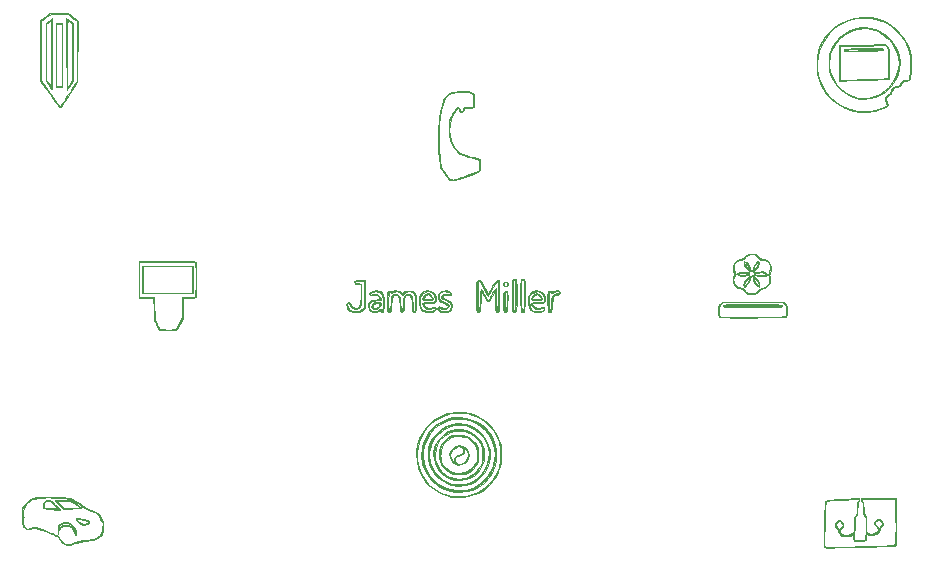
<source format=gbr>
G04 #@! TF.FileFunction,Legend,Top*
%FSLAX46Y46*%
G04 Gerber Fmt 4.6, Leading zero omitted, Abs format (unit mm)*
G04 Created by KiCad (PCBNEW 4.0.4-stable) date Monday, 16 January 2017 'PMt' 22:58:57*
%MOMM*%
%LPD*%
G01*
G04 APERTURE LIST*
%ADD10C,0.100000*%
%ADD11C,0.010000*%
G04 APERTURE END LIST*
D10*
D11*
G36*
X162975806Y-82531314D02*
X163081555Y-82551478D01*
X163162116Y-82585644D01*
X163233869Y-82632200D01*
X163316333Y-82695368D01*
X163367230Y-82759633D01*
X163394174Y-82852429D01*
X163404780Y-83001194D01*
X163406665Y-83233364D01*
X163406667Y-83254783D01*
X163402944Y-83490249D01*
X163393011Y-83688791D01*
X163378719Y-83818595D01*
X163372406Y-83843606D01*
X163325527Y-83894129D01*
X163218311Y-83922097D01*
X163027846Y-83932465D01*
X162959527Y-83932889D01*
X162757394Y-83935197D01*
X162636678Y-83950888D01*
X162565906Y-83993112D01*
X162513605Y-84075019D01*
X162486701Y-84130445D01*
X162389548Y-84280296D01*
X162295936Y-84318178D01*
X162208260Y-84243892D01*
X162164387Y-84157456D01*
X162088012Y-84007006D01*
X162014266Y-83961800D01*
X161921774Y-84016778D01*
X161857811Y-84084844D01*
X161630652Y-84422873D01*
X161461540Y-84833298D01*
X161353794Y-85289780D01*
X161310734Y-85765979D01*
X161335680Y-86235555D01*
X161431952Y-86672167D01*
X161507024Y-86868000D01*
X161598059Y-87030201D01*
X161737169Y-87235748D01*
X161895401Y-87445464D01*
X162043801Y-87620172D01*
X162115633Y-87691505D01*
X162247815Y-87774221D01*
X162451018Y-87865814D01*
X162685759Y-87952097D01*
X162912551Y-88018880D01*
X163091908Y-88051978D01*
X163122629Y-88053334D01*
X163245362Y-88072343D01*
X163428042Y-88121568D01*
X163584316Y-88173785D01*
X163914667Y-88294237D01*
X163914667Y-88765151D01*
X163910851Y-89005821D01*
X163886964Y-89171043D01*
X163824348Y-89284375D01*
X163704347Y-89369373D01*
X163508302Y-89449594D01*
X163322000Y-89513448D01*
X163125243Y-89581638D01*
X162861963Y-89675647D01*
X162571248Y-89781416D01*
X162368582Y-89856330D01*
X162032383Y-89976245D01*
X161778801Y-90049907D01*
X161587609Y-90077609D01*
X161438578Y-90059645D01*
X161311480Y-89996307D01*
X161186085Y-89887888D01*
X161171964Y-89873667D01*
X161001866Y-89678498D01*
X160824216Y-89439083D01*
X160664880Y-89193441D01*
X160549723Y-88979590D01*
X160527084Y-88925812D01*
X160505430Y-88825111D01*
X160478327Y-88632059D01*
X160448080Y-88366928D01*
X160416991Y-88049990D01*
X160387363Y-87701516D01*
X160386037Y-87684593D01*
X160342049Y-86747143D01*
X160348461Y-86328932D01*
X160401240Y-86328932D01*
X160419210Y-87263448D01*
X160444617Y-87656109D01*
X160473883Y-88001290D01*
X160504809Y-88315927D01*
X160535033Y-88579403D01*
X160562193Y-88771102D01*
X160583587Y-88869522D01*
X160679835Y-89065807D01*
X160828282Y-89305655D01*
X161003073Y-89551073D01*
X161178353Y-89764066D01*
X161228687Y-89817510D01*
X161342616Y-89920822D01*
X161454974Y-89983427D01*
X161585668Y-90004552D01*
X161754605Y-89983428D01*
X161981693Y-89919284D01*
X162286838Y-89811350D01*
X162390667Y-89772541D01*
X162665726Y-89670480D01*
X162945694Y-89568981D01*
X163185274Y-89484382D01*
X163265556Y-89456947D01*
X163524543Y-89365870D01*
X163694438Y-89286275D01*
X163793994Y-89196273D01*
X163841964Y-89073977D01*
X163857099Y-88897496D01*
X163858222Y-88765151D01*
X163858222Y-88350682D01*
X163527872Y-88230230D01*
X163329570Y-88165483D01*
X163155979Y-88121759D01*
X163066184Y-88109778D01*
X162903528Y-88086555D01*
X162684250Y-88026344D01*
X162447834Y-87943332D01*
X162233766Y-87851709D01*
X162081532Y-87765660D01*
X162059189Y-87747950D01*
X161930412Y-87612724D01*
X161774551Y-87419149D01*
X161620562Y-87206400D01*
X161497398Y-87013656D01*
X161450580Y-86924445D01*
X161345888Y-86601829D01*
X161280819Y-86206543D01*
X161257757Y-85772484D01*
X161279089Y-85333553D01*
X161319074Y-85055371D01*
X161388408Y-84796306D01*
X161493618Y-84532754D01*
X161621533Y-84286879D01*
X161758979Y-84080845D01*
X161892786Y-83936813D01*
X162009782Y-83876949D01*
X162019722Y-83876445D01*
X162096976Y-83922684D01*
X162186434Y-84038395D01*
X162214251Y-84087939D01*
X162322754Y-84299434D01*
X162423609Y-84087939D01*
X162524464Y-83876445D01*
X162903082Y-83876445D01*
X163098205Y-83873356D01*
X163226257Y-83850998D01*
X163301362Y-83789732D01*
X163337648Y-83669919D01*
X163349238Y-83471919D01*
X163350222Y-83254783D01*
X163347995Y-83030978D01*
X163335182Y-82889974D01*
X163302589Y-82801690D01*
X163241020Y-82736045D01*
X163177080Y-82688399D01*
X163097190Y-82637319D01*
X163012577Y-82603743D01*
X162900086Y-82585061D01*
X162736559Y-82578663D01*
X162498838Y-82581938D01*
X162288080Y-82588195D01*
X161983598Y-82599894D01*
X161766052Y-82615102D01*
X161609497Y-82638480D01*
X161487986Y-82674689D01*
X161375573Y-82728392D01*
X161315115Y-82762998D01*
X161126498Y-82900909D01*
X160977254Y-83078104D01*
X160854792Y-83315974D01*
X160746521Y-83635909D01*
X160700354Y-83807319D01*
X160543275Y-84578857D01*
X160443083Y-85426731D01*
X160401240Y-86328932D01*
X160348461Y-86328932D01*
X160356085Y-85831797D01*
X160426710Y-84960439D01*
X160552488Y-84154957D01*
X160643910Y-83750874D01*
X160749999Y-83388130D01*
X160864839Y-83116786D01*
X161001035Y-82915423D01*
X161171191Y-82762618D01*
X161258670Y-82706072D01*
X161370703Y-82644201D01*
X161478085Y-82600811D01*
X161605062Y-82571793D01*
X161775884Y-82553037D01*
X162014800Y-82540431D01*
X162288425Y-82531514D01*
X162601142Y-82523664D01*
X162822969Y-82522820D01*
X162975806Y-82531314D01*
X162975806Y-82531314D01*
G37*
X162975806Y-82531314D02*
X163081555Y-82551478D01*
X163162116Y-82585644D01*
X163233869Y-82632200D01*
X163316333Y-82695368D01*
X163367230Y-82759633D01*
X163394174Y-82852429D01*
X163404780Y-83001194D01*
X163406665Y-83233364D01*
X163406667Y-83254783D01*
X163402944Y-83490249D01*
X163393011Y-83688791D01*
X163378719Y-83818595D01*
X163372406Y-83843606D01*
X163325527Y-83894129D01*
X163218311Y-83922097D01*
X163027846Y-83932465D01*
X162959527Y-83932889D01*
X162757394Y-83935197D01*
X162636678Y-83950888D01*
X162565906Y-83993112D01*
X162513605Y-84075019D01*
X162486701Y-84130445D01*
X162389548Y-84280296D01*
X162295936Y-84318178D01*
X162208260Y-84243892D01*
X162164387Y-84157456D01*
X162088012Y-84007006D01*
X162014266Y-83961800D01*
X161921774Y-84016778D01*
X161857811Y-84084844D01*
X161630652Y-84422873D01*
X161461540Y-84833298D01*
X161353794Y-85289780D01*
X161310734Y-85765979D01*
X161335680Y-86235555D01*
X161431952Y-86672167D01*
X161507024Y-86868000D01*
X161598059Y-87030201D01*
X161737169Y-87235748D01*
X161895401Y-87445464D01*
X162043801Y-87620172D01*
X162115633Y-87691505D01*
X162247815Y-87774221D01*
X162451018Y-87865814D01*
X162685759Y-87952097D01*
X162912551Y-88018880D01*
X163091908Y-88051978D01*
X163122629Y-88053334D01*
X163245362Y-88072343D01*
X163428042Y-88121568D01*
X163584316Y-88173785D01*
X163914667Y-88294237D01*
X163914667Y-88765151D01*
X163910851Y-89005821D01*
X163886964Y-89171043D01*
X163824348Y-89284375D01*
X163704347Y-89369373D01*
X163508302Y-89449594D01*
X163322000Y-89513448D01*
X163125243Y-89581638D01*
X162861963Y-89675647D01*
X162571248Y-89781416D01*
X162368582Y-89856330D01*
X162032383Y-89976245D01*
X161778801Y-90049907D01*
X161587609Y-90077609D01*
X161438578Y-90059645D01*
X161311480Y-89996307D01*
X161186085Y-89887888D01*
X161171964Y-89873667D01*
X161001866Y-89678498D01*
X160824216Y-89439083D01*
X160664880Y-89193441D01*
X160549723Y-88979590D01*
X160527084Y-88925812D01*
X160505430Y-88825111D01*
X160478327Y-88632059D01*
X160448080Y-88366928D01*
X160416991Y-88049990D01*
X160387363Y-87701516D01*
X160386037Y-87684593D01*
X160342049Y-86747143D01*
X160348461Y-86328932D01*
X160401240Y-86328932D01*
X160419210Y-87263448D01*
X160444617Y-87656109D01*
X160473883Y-88001290D01*
X160504809Y-88315927D01*
X160535033Y-88579403D01*
X160562193Y-88771102D01*
X160583587Y-88869522D01*
X160679835Y-89065807D01*
X160828282Y-89305655D01*
X161003073Y-89551073D01*
X161178353Y-89764066D01*
X161228687Y-89817510D01*
X161342616Y-89920822D01*
X161454974Y-89983427D01*
X161585668Y-90004552D01*
X161754605Y-89983428D01*
X161981693Y-89919284D01*
X162286838Y-89811350D01*
X162390667Y-89772541D01*
X162665726Y-89670480D01*
X162945694Y-89568981D01*
X163185274Y-89484382D01*
X163265556Y-89456947D01*
X163524543Y-89365870D01*
X163694438Y-89286275D01*
X163793994Y-89196273D01*
X163841964Y-89073977D01*
X163857099Y-88897496D01*
X163858222Y-88765151D01*
X163858222Y-88350682D01*
X163527872Y-88230230D01*
X163329570Y-88165483D01*
X163155979Y-88121759D01*
X163066184Y-88109778D01*
X162903528Y-88086555D01*
X162684250Y-88026344D01*
X162447834Y-87943332D01*
X162233766Y-87851709D01*
X162081532Y-87765660D01*
X162059189Y-87747950D01*
X161930412Y-87612724D01*
X161774551Y-87419149D01*
X161620562Y-87206400D01*
X161497398Y-87013656D01*
X161450580Y-86924445D01*
X161345888Y-86601829D01*
X161280819Y-86206543D01*
X161257757Y-85772484D01*
X161279089Y-85333553D01*
X161319074Y-85055371D01*
X161388408Y-84796306D01*
X161493618Y-84532754D01*
X161621533Y-84286879D01*
X161758979Y-84080845D01*
X161892786Y-83936813D01*
X162009782Y-83876949D01*
X162019722Y-83876445D01*
X162096976Y-83922684D01*
X162186434Y-84038395D01*
X162214251Y-84087939D01*
X162322754Y-84299434D01*
X162423609Y-84087939D01*
X162524464Y-83876445D01*
X162903082Y-83876445D01*
X163098205Y-83873356D01*
X163226257Y-83850998D01*
X163301362Y-83789732D01*
X163337648Y-83669919D01*
X163349238Y-83471919D01*
X163350222Y-83254783D01*
X163347995Y-83030978D01*
X163335182Y-82889974D01*
X163302589Y-82801690D01*
X163241020Y-82736045D01*
X163177080Y-82688399D01*
X163097190Y-82637319D01*
X163012577Y-82603743D01*
X162900086Y-82585061D01*
X162736559Y-82578663D01*
X162498838Y-82581938D01*
X162288080Y-82588195D01*
X161983598Y-82599894D01*
X161766052Y-82615102D01*
X161609497Y-82638480D01*
X161487986Y-82674689D01*
X161375573Y-82728392D01*
X161315115Y-82762998D01*
X161126498Y-82900909D01*
X160977254Y-83078104D01*
X160854792Y-83315974D01*
X160746521Y-83635909D01*
X160700354Y-83807319D01*
X160543275Y-84578857D01*
X160443083Y-85426731D01*
X160401240Y-86328932D01*
X160348461Y-86328932D01*
X160356085Y-85831797D01*
X160426710Y-84960439D01*
X160552488Y-84154957D01*
X160643910Y-83750874D01*
X160749999Y-83388130D01*
X160864839Y-83116786D01*
X161001035Y-82915423D01*
X161171191Y-82762618D01*
X161258670Y-82706072D01*
X161370703Y-82644201D01*
X161478085Y-82600811D01*
X161605062Y-82571793D01*
X161775884Y-82553037D01*
X162014800Y-82540431D01*
X162288425Y-82531514D01*
X162601142Y-82523664D01*
X162822969Y-82522820D01*
X162975806Y-82531314D01*
G36*
X129451704Y-76233122D02*
X129854728Y-76548466D01*
X129822222Y-81705736D01*
X129619164Y-82014979D01*
X129516810Y-82172437D01*
X129370356Y-82399829D01*
X129196115Y-82671726D01*
X129010403Y-82962699D01*
X128922830Y-83100334D01*
X128709298Y-83426809D01*
X128538653Y-83667398D01*
X128414258Y-83817672D01*
X128339479Y-83873199D01*
X128335667Y-83873413D01*
X128273910Y-83826639D01*
X128157102Y-83694229D01*
X127992084Y-83484953D01*
X127785698Y-83207583D01*
X127544788Y-82870893D01*
X127466112Y-82758636D01*
X126690446Y-81646889D01*
X126689566Y-76559389D01*
X126746000Y-76559389D01*
X126746890Y-81590445D01*
X127522556Y-82702191D01*
X127740576Y-83012654D01*
X127938011Y-83289960D01*
X128105559Y-83521354D01*
X128233915Y-83694081D01*
X128313777Y-83795385D01*
X128335667Y-83816969D01*
X128376948Y-83772798D01*
X128467139Y-83648706D01*
X128595368Y-83460532D01*
X128750760Y-83224115D01*
X128866386Y-83043889D01*
X129051830Y-82752764D01*
X129233558Y-82468630D01*
X129395253Y-82216914D01*
X129520602Y-82023046D01*
X129562719Y-81958538D01*
X129765778Y-81649297D01*
X129782072Y-79127136D01*
X129798365Y-76604975D01*
X129395301Y-76289599D01*
X128992237Y-75974222D01*
X127584108Y-75974222D01*
X127165054Y-76266806D01*
X126746000Y-76559389D01*
X126689566Y-76559389D01*
X126689556Y-76502945D01*
X127108610Y-76210361D01*
X127527664Y-75917778D01*
X129048681Y-75917778D01*
X129451704Y-76233122D01*
X129451704Y-76233122D01*
G37*
X129451704Y-76233122D02*
X129854728Y-76548466D01*
X129822222Y-81705736D01*
X129619164Y-82014979D01*
X129516810Y-82172437D01*
X129370356Y-82399829D01*
X129196115Y-82671726D01*
X129010403Y-82962699D01*
X128922830Y-83100334D01*
X128709298Y-83426809D01*
X128538653Y-83667398D01*
X128414258Y-83817672D01*
X128339479Y-83873199D01*
X128335667Y-83873413D01*
X128273910Y-83826639D01*
X128157102Y-83694229D01*
X127992084Y-83484953D01*
X127785698Y-83207583D01*
X127544788Y-82870893D01*
X127466112Y-82758636D01*
X126690446Y-81646889D01*
X126689566Y-76559389D01*
X126746000Y-76559389D01*
X126746890Y-81590445D01*
X127522556Y-82702191D01*
X127740576Y-83012654D01*
X127938011Y-83289960D01*
X128105559Y-83521354D01*
X128233915Y-83694081D01*
X128313777Y-83795385D01*
X128335667Y-83816969D01*
X128376948Y-83772798D01*
X128467139Y-83648706D01*
X128595368Y-83460532D01*
X128750760Y-83224115D01*
X128866386Y-83043889D01*
X129051830Y-82752764D01*
X129233558Y-82468630D01*
X129395253Y-82216914D01*
X129520602Y-82023046D01*
X129562719Y-81958538D01*
X129765778Y-81649297D01*
X129782072Y-79127136D01*
X129798365Y-76604975D01*
X129395301Y-76289599D01*
X128992237Y-75974222D01*
X127584108Y-75974222D01*
X127165054Y-76266806D01*
X126746000Y-76559389D01*
X126689566Y-76559389D01*
X126689556Y-76502945D01*
X127108610Y-76210361D01*
X127527664Y-75917778D01*
X129048681Y-75917778D01*
X129451704Y-76233122D01*
G36*
X129455333Y-76774957D02*
X129455334Y-79197488D01*
X129455334Y-81620020D01*
X129193052Y-82014454D01*
X129071349Y-82194165D01*
X128974495Y-82330986D01*
X128918152Y-82403027D01*
X128910830Y-82408889D01*
X128907073Y-82354157D01*
X128903547Y-82196811D01*
X128900318Y-81947126D01*
X128897455Y-81615375D01*
X128895025Y-81211835D01*
X128893093Y-80746780D01*
X128891728Y-80230483D01*
X128890997Y-79673221D01*
X128890889Y-79355633D01*
X128890889Y-77917996D01*
X128946766Y-77917996D01*
X128946772Y-78417411D01*
X128947243Y-79017736D01*
X128947334Y-79325756D01*
X128947721Y-79881750D01*
X128948832Y-80402038D01*
X128950592Y-80875996D01*
X128952926Y-81293006D01*
X128955758Y-81642444D01*
X128959013Y-81913691D01*
X128962617Y-82096126D01*
X128966493Y-82179126D01*
X128967564Y-82183111D01*
X129006529Y-82139904D01*
X129088906Y-82026804D01*
X129193342Y-81873535D01*
X129398889Y-81563959D01*
X129398889Y-76840567D01*
X129271889Y-76729272D01*
X129198825Y-76662193D01*
X129137551Y-76605438D01*
X129087037Y-76567240D01*
X129046254Y-76555837D01*
X129014173Y-76579463D01*
X128989763Y-76646352D01*
X128971996Y-76764741D01*
X128959842Y-76942865D01*
X128952272Y-77188959D01*
X128948257Y-77511257D01*
X128946766Y-77917996D01*
X128890889Y-77917996D01*
X128890889Y-76302377D01*
X129455333Y-76774957D01*
X129455333Y-76774957D01*
G37*
X129455333Y-76774957D02*
X129455334Y-79197488D01*
X129455334Y-81620020D01*
X129193052Y-82014454D01*
X129071349Y-82194165D01*
X128974495Y-82330986D01*
X128918152Y-82403027D01*
X128910830Y-82408889D01*
X128907073Y-82354157D01*
X128903547Y-82196811D01*
X128900318Y-81947126D01*
X128897455Y-81615375D01*
X128895025Y-81211835D01*
X128893093Y-80746780D01*
X128891728Y-80230483D01*
X128890997Y-79673221D01*
X128890889Y-79355633D01*
X128890889Y-77917996D01*
X128946766Y-77917996D01*
X128946772Y-78417411D01*
X128947243Y-79017736D01*
X128947334Y-79325756D01*
X128947721Y-79881750D01*
X128948832Y-80402038D01*
X128950592Y-80875996D01*
X128952926Y-81293006D01*
X128955758Y-81642444D01*
X128959013Y-81913691D01*
X128962617Y-82096126D01*
X128966493Y-82179126D01*
X128967564Y-82183111D01*
X129006529Y-82139904D01*
X129088906Y-82026804D01*
X129193342Y-81873535D01*
X129398889Y-81563959D01*
X129398889Y-76840567D01*
X129271889Y-76729272D01*
X129198825Y-76662193D01*
X129137551Y-76605438D01*
X129087037Y-76567240D01*
X129046254Y-76555837D01*
X129014173Y-76579463D01*
X128989763Y-76646352D01*
X128971996Y-76764741D01*
X128959842Y-76942865D01*
X128952272Y-77188959D01*
X128948257Y-77511257D01*
X128946766Y-77917996D01*
X128890889Y-77917996D01*
X128890889Y-76302377D01*
X129455333Y-76774957D01*
G36*
X127649111Y-79353580D02*
X127648846Y-79923569D01*
X127648082Y-80458104D01*
X127646871Y-80946817D01*
X127645264Y-81379342D01*
X127643309Y-81745310D01*
X127641058Y-82034355D01*
X127638561Y-82236109D01*
X127635868Y-82340205D01*
X127634552Y-82352445D01*
X127598381Y-82309341D01*
X127515886Y-82195275D01*
X127403513Y-82033111D01*
X127379943Y-81998456D01*
X127139893Y-81644467D01*
X127154613Y-79197637D01*
X127168851Y-76830924D01*
X127197556Y-76830924D01*
X127197556Y-81580561D01*
X127381000Y-81866525D01*
X127564445Y-82152489D01*
X127579533Y-80760620D01*
X127583422Y-80266458D01*
X127585442Y-79702399D01*
X127585593Y-79111420D01*
X127583876Y-78536497D01*
X127580291Y-78020608D01*
X127579533Y-77945436D01*
X127564445Y-76522121D01*
X127381000Y-76676522D01*
X127197556Y-76830924D01*
X127168851Y-76830924D01*
X127169334Y-76750807D01*
X127409222Y-76552762D01*
X127649111Y-76354716D01*
X127649111Y-79353580D01*
X127649111Y-79353580D01*
G37*
X127649111Y-79353580D02*
X127648846Y-79923569D01*
X127648082Y-80458104D01*
X127646871Y-80946817D01*
X127645264Y-81379342D01*
X127643309Y-81745310D01*
X127641058Y-82034355D01*
X127638561Y-82236109D01*
X127635868Y-82340205D01*
X127634552Y-82352445D01*
X127598381Y-82309341D01*
X127515886Y-82195275D01*
X127403513Y-82033111D01*
X127379943Y-81998456D01*
X127139893Y-81644467D01*
X127154613Y-79197637D01*
X127168851Y-76830924D01*
X127197556Y-76830924D01*
X127197556Y-81580561D01*
X127381000Y-81866525D01*
X127564445Y-82152489D01*
X127579533Y-80760620D01*
X127583422Y-80266458D01*
X127585442Y-79702399D01*
X127585593Y-79111420D01*
X127583876Y-78536497D01*
X127580291Y-78020608D01*
X127579533Y-77945436D01*
X127564445Y-76522121D01*
X127381000Y-76676522D01*
X127197556Y-76830924D01*
X127168851Y-76830924D01*
X127169334Y-76750807D01*
X127409222Y-76552762D01*
X127649111Y-76354716D01*
X127649111Y-79353580D01*
G36*
X128552222Y-82126667D02*
X127987778Y-82126667D01*
X127987778Y-76820889D01*
X128044222Y-76820889D01*
X128044222Y-82070222D01*
X128495778Y-82070222D01*
X128495778Y-76820889D01*
X128044222Y-76820889D01*
X127987778Y-76820889D01*
X127987778Y-76764445D01*
X128552222Y-76764445D01*
X128552222Y-82126667D01*
X128552222Y-82126667D01*
G37*
X128552222Y-82126667D02*
X127987778Y-82126667D01*
X127987778Y-76820889D01*
X128044222Y-76820889D01*
X128044222Y-82070222D01*
X128495778Y-82070222D01*
X128495778Y-76820889D01*
X128044222Y-76820889D01*
X127987778Y-76820889D01*
X127987778Y-76764445D01*
X128552222Y-76764445D01*
X128552222Y-82126667D01*
G36*
X127688073Y-116861881D02*
X127790222Y-116865826D01*
X128264205Y-116888199D01*
X128645577Y-116914402D01*
X128954591Y-116950613D01*
X129211500Y-117003013D01*
X129436559Y-117077778D01*
X129650020Y-117181088D01*
X129872136Y-117319123D01*
X130123162Y-117498059D01*
X130302000Y-117632101D01*
X130496233Y-117757675D01*
X130747446Y-117891462D01*
X131005223Y-118006888D01*
X131035778Y-118018848D01*
X131336202Y-118140804D01*
X131542309Y-118242633D01*
X131668619Y-118334184D01*
X131729653Y-118425304D01*
X131741334Y-118497346D01*
X131774345Y-118621638D01*
X131856599Y-118775295D01*
X131887027Y-118818701D01*
X131959779Y-118924297D01*
X131999982Y-119021163D01*
X132013423Y-119143535D01*
X132005891Y-119325652D01*
X131995297Y-119459028D01*
X131966877Y-119745630D01*
X131928628Y-119945395D01*
X131865804Y-120084271D01*
X131763659Y-120188201D01*
X131607446Y-120283133D01*
X131494427Y-120340275D01*
X131298545Y-120427326D01*
X131098157Y-120492570D01*
X130860724Y-120544130D01*
X130553704Y-120590129D01*
X130432721Y-120605334D01*
X130025631Y-120664525D01*
X129715353Y-120732326D01*
X129485920Y-120812339D01*
X129458362Y-120825195D01*
X129193033Y-120928018D01*
X128968432Y-120950737D01*
X128749807Y-120897032D01*
X128511702Y-120746001D01*
X128306288Y-120504712D01*
X128235138Y-120381889D01*
X128152613Y-120250550D01*
X128076567Y-120176361D01*
X128056737Y-120170222D01*
X127969257Y-120145312D01*
X127824089Y-120081827D01*
X127733329Y-120036019D01*
X127582135Y-119967219D01*
X127353039Y-119876599D01*
X127076048Y-119775487D01*
X126781172Y-119675211D01*
X126754201Y-119666425D01*
X126459698Y-119572337D01*
X126253781Y-119511618D01*
X126118273Y-119480953D01*
X126034998Y-119477029D01*
X125985779Y-119496531D01*
X125962109Y-119521999D01*
X125880611Y-119579974D01*
X125733520Y-119599105D01*
X125615242Y-119595259D01*
X125442005Y-119576825D01*
X125340591Y-119534179D01*
X125269939Y-119444093D01*
X125236920Y-119381245D01*
X125194094Y-119273711D01*
X125166702Y-119140809D01*
X125152518Y-118958799D01*
X125149317Y-118703940D01*
X125152254Y-118478134D01*
X125155312Y-118315630D01*
X125197252Y-118315630D01*
X125247749Y-118472267D01*
X125286156Y-118590441D01*
X125246850Y-118678508D01*
X125206880Y-118797004D01*
X125205681Y-118977585D01*
X125238502Y-119178173D01*
X125300592Y-119356691D01*
X125329165Y-119407408D01*
X125421978Y-119506138D01*
X125554201Y-119545456D01*
X125648406Y-119549334D01*
X125828445Y-119526980D01*
X125907144Y-119464667D01*
X125979555Y-119389628D01*
X126020665Y-119380000D01*
X126122001Y-119398662D01*
X126304696Y-119449181D01*
X126544565Y-119523363D01*
X126817422Y-119613009D01*
X127099082Y-119709924D01*
X127365360Y-119805911D01*
X127592070Y-119892772D01*
X127755028Y-119962312D01*
X127789773Y-119979575D01*
X127949437Y-120057221D01*
X128074035Y-120105678D01*
X128113182Y-120113778D01*
X128180105Y-120159756D01*
X128263637Y-120274900D01*
X128291582Y-120325445D01*
X128476691Y-120598017D01*
X128703771Y-120789619D01*
X128806251Y-120840587D01*
X128954884Y-120887590D01*
X129087111Y-120889315D01*
X129243955Y-120840816D01*
X129401918Y-120768750D01*
X129620933Y-120686663D01*
X129918473Y-120617312D01*
X130310506Y-120557093D01*
X130376276Y-120548889D01*
X130713114Y-120502945D01*
X130969724Y-120454098D01*
X131178647Y-120394223D01*
X131372421Y-120315198D01*
X131437983Y-120283831D01*
X131634588Y-120180105D01*
X131764933Y-120082118D01*
X131845921Y-119962036D01*
X131894453Y-119792025D01*
X131927433Y-119544252D01*
X131935447Y-119464667D01*
X131952651Y-119250510D01*
X131948002Y-119110010D01*
X131914632Y-119004930D01*
X131845669Y-118897038D01*
X131829524Y-118875145D01*
X131737982Y-118723250D01*
X131688018Y-118584237D01*
X131684889Y-118553790D01*
X131662401Y-118456751D01*
X131585255Y-118366483D01*
X131438932Y-118273138D01*
X131208911Y-118166869D01*
X130979334Y-118075293D01*
X130724320Y-117964086D01*
X130469489Y-117831155D01*
X130265255Y-117703072D01*
X130245556Y-117688546D01*
X129963153Y-117478828D01*
X129723308Y-117315087D01*
X129505130Y-117190811D01*
X129287732Y-117099489D01*
X129050224Y-117034611D01*
X128771717Y-116989664D01*
X128431322Y-116958137D01*
X128008150Y-116933519D01*
X127790222Y-116923193D01*
X127307398Y-116912252D01*
X126859925Y-116923670D01*
X126465841Y-116955836D01*
X126143187Y-117007137D01*
X125910003Y-117075962D01*
X125869551Y-117094807D01*
X125760246Y-117178647D01*
X125617992Y-117323760D01*
X125476103Y-117495536D01*
X125300950Y-117782344D01*
X125206396Y-118062571D01*
X125197252Y-118315630D01*
X125155312Y-118315630D01*
X125165556Y-117771334D01*
X125414774Y-117443403D01*
X125560298Y-117268146D01*
X125703068Y-117122851D01*
X125812376Y-117038742D01*
X125813106Y-117038363D01*
X126026922Y-116963966D01*
X126336845Y-116907765D01*
X126727356Y-116871114D01*
X127182938Y-116855368D01*
X127688073Y-116861881D01*
X127688073Y-116861881D01*
G37*
X127688073Y-116861881D02*
X127790222Y-116865826D01*
X128264205Y-116888199D01*
X128645577Y-116914402D01*
X128954591Y-116950613D01*
X129211500Y-117003013D01*
X129436559Y-117077778D01*
X129650020Y-117181088D01*
X129872136Y-117319123D01*
X130123162Y-117498059D01*
X130302000Y-117632101D01*
X130496233Y-117757675D01*
X130747446Y-117891462D01*
X131005223Y-118006888D01*
X131035778Y-118018848D01*
X131336202Y-118140804D01*
X131542309Y-118242633D01*
X131668619Y-118334184D01*
X131729653Y-118425304D01*
X131741334Y-118497346D01*
X131774345Y-118621638D01*
X131856599Y-118775295D01*
X131887027Y-118818701D01*
X131959779Y-118924297D01*
X131999982Y-119021163D01*
X132013423Y-119143535D01*
X132005891Y-119325652D01*
X131995297Y-119459028D01*
X131966877Y-119745630D01*
X131928628Y-119945395D01*
X131865804Y-120084271D01*
X131763659Y-120188201D01*
X131607446Y-120283133D01*
X131494427Y-120340275D01*
X131298545Y-120427326D01*
X131098157Y-120492570D01*
X130860724Y-120544130D01*
X130553704Y-120590129D01*
X130432721Y-120605334D01*
X130025631Y-120664525D01*
X129715353Y-120732326D01*
X129485920Y-120812339D01*
X129458362Y-120825195D01*
X129193033Y-120928018D01*
X128968432Y-120950737D01*
X128749807Y-120897032D01*
X128511702Y-120746001D01*
X128306288Y-120504712D01*
X128235138Y-120381889D01*
X128152613Y-120250550D01*
X128076567Y-120176361D01*
X128056737Y-120170222D01*
X127969257Y-120145312D01*
X127824089Y-120081827D01*
X127733329Y-120036019D01*
X127582135Y-119967219D01*
X127353039Y-119876599D01*
X127076048Y-119775487D01*
X126781172Y-119675211D01*
X126754201Y-119666425D01*
X126459698Y-119572337D01*
X126253781Y-119511618D01*
X126118273Y-119480953D01*
X126034998Y-119477029D01*
X125985779Y-119496531D01*
X125962109Y-119521999D01*
X125880611Y-119579974D01*
X125733520Y-119599105D01*
X125615242Y-119595259D01*
X125442005Y-119576825D01*
X125340591Y-119534179D01*
X125269939Y-119444093D01*
X125236920Y-119381245D01*
X125194094Y-119273711D01*
X125166702Y-119140809D01*
X125152518Y-118958799D01*
X125149317Y-118703940D01*
X125152254Y-118478134D01*
X125155312Y-118315630D01*
X125197252Y-118315630D01*
X125247749Y-118472267D01*
X125286156Y-118590441D01*
X125246850Y-118678508D01*
X125206880Y-118797004D01*
X125205681Y-118977585D01*
X125238502Y-119178173D01*
X125300592Y-119356691D01*
X125329165Y-119407408D01*
X125421978Y-119506138D01*
X125554201Y-119545456D01*
X125648406Y-119549334D01*
X125828445Y-119526980D01*
X125907144Y-119464667D01*
X125979555Y-119389628D01*
X126020665Y-119380000D01*
X126122001Y-119398662D01*
X126304696Y-119449181D01*
X126544565Y-119523363D01*
X126817422Y-119613009D01*
X127099082Y-119709924D01*
X127365360Y-119805911D01*
X127592070Y-119892772D01*
X127755028Y-119962312D01*
X127789773Y-119979575D01*
X127949437Y-120057221D01*
X128074035Y-120105678D01*
X128113182Y-120113778D01*
X128180105Y-120159756D01*
X128263637Y-120274900D01*
X128291582Y-120325445D01*
X128476691Y-120598017D01*
X128703771Y-120789619D01*
X128806251Y-120840587D01*
X128954884Y-120887590D01*
X129087111Y-120889315D01*
X129243955Y-120840816D01*
X129401918Y-120768750D01*
X129620933Y-120686663D01*
X129918473Y-120617312D01*
X130310506Y-120557093D01*
X130376276Y-120548889D01*
X130713114Y-120502945D01*
X130969724Y-120454098D01*
X131178647Y-120394223D01*
X131372421Y-120315198D01*
X131437983Y-120283831D01*
X131634588Y-120180105D01*
X131764933Y-120082118D01*
X131845921Y-119962036D01*
X131894453Y-119792025D01*
X131927433Y-119544252D01*
X131935447Y-119464667D01*
X131952651Y-119250510D01*
X131948002Y-119110010D01*
X131914632Y-119004930D01*
X131845669Y-118897038D01*
X131829524Y-118875145D01*
X131737982Y-118723250D01*
X131688018Y-118584237D01*
X131684889Y-118553790D01*
X131662401Y-118456751D01*
X131585255Y-118366483D01*
X131438932Y-118273138D01*
X131208911Y-118166869D01*
X130979334Y-118075293D01*
X130724320Y-117964086D01*
X130469489Y-117831155D01*
X130265255Y-117703072D01*
X130245556Y-117688546D01*
X129963153Y-117478828D01*
X129723308Y-117315087D01*
X129505130Y-117190811D01*
X129287732Y-117099489D01*
X129050224Y-117034611D01*
X128771717Y-116989664D01*
X128431322Y-116958137D01*
X128008150Y-116933519D01*
X127790222Y-116923193D01*
X127307398Y-116912252D01*
X126859925Y-116923670D01*
X126465841Y-116955836D01*
X126143187Y-117007137D01*
X125910003Y-117075962D01*
X125869551Y-117094807D01*
X125760246Y-117178647D01*
X125617992Y-117323760D01*
X125476103Y-117495536D01*
X125300950Y-117782344D01*
X125206396Y-118062571D01*
X125197252Y-118315630D01*
X125155312Y-118315630D01*
X125165556Y-117771334D01*
X125414774Y-117443403D01*
X125560298Y-117268146D01*
X125703068Y-117122851D01*
X125812376Y-117038742D01*
X125813106Y-117038363D01*
X126026922Y-116963966D01*
X126336845Y-116907765D01*
X126727356Y-116871114D01*
X127182938Y-116855368D01*
X127688073Y-116861881D01*
G36*
X128962870Y-119004429D02*
X129227223Y-119109088D01*
X129450134Y-119292562D01*
X129599611Y-119528498D01*
X129667786Y-119725315D01*
X129703267Y-119906720D01*
X129703508Y-120044752D01*
X129665964Y-120111451D01*
X129652889Y-120113778D01*
X129603178Y-120067906D01*
X129596445Y-120026863D01*
X129562536Y-119888551D01*
X129521701Y-119803334D01*
X129596445Y-119803334D01*
X129624667Y-119831556D01*
X129652889Y-119803334D01*
X129624667Y-119775111D01*
X129596445Y-119803334D01*
X129521701Y-119803334D01*
X129477755Y-119711629D01*
X129464094Y-119690445D01*
X129540000Y-119690445D01*
X129568222Y-119718667D01*
X129596445Y-119690445D01*
X129568222Y-119662222D01*
X129540000Y-119690445D01*
X129464094Y-119690445D01*
X129367521Y-119540698D01*
X129257254Y-119420355D01*
X129245974Y-119411952D01*
X129098593Y-119353627D01*
X128887263Y-119324931D01*
X128828139Y-119323556D01*
X128561636Y-119355926D01*
X128373365Y-119460834D01*
X128246465Y-119649978D01*
X128208642Y-119753358D01*
X128140726Y-119972667D01*
X128134807Y-119672623D01*
X128146362Y-119436239D01*
X128191569Y-119436239D01*
X128209795Y-119464920D01*
X128301707Y-119408988D01*
X128334057Y-119384097D01*
X128455477Y-119313386D01*
X128613690Y-119277241D01*
X128845656Y-119267111D01*
X129053046Y-119272742D01*
X129186495Y-119297508D01*
X129284712Y-119353220D01*
X129360155Y-119424086D01*
X129479210Y-119537598D01*
X129530183Y-119561163D01*
X129513028Y-119494776D01*
X129485702Y-119440455D01*
X129368759Y-119305562D01*
X129186084Y-119176408D01*
X128982909Y-119079498D01*
X128804541Y-119041334D01*
X128595167Y-119076911D01*
X128398497Y-119168556D01*
X128260026Y-119293638D01*
X128243451Y-119320429D01*
X128191569Y-119436239D01*
X128146362Y-119436239D01*
X128147194Y-119419221D01*
X128204930Y-119245611D01*
X128320962Y-119123444D01*
X128409982Y-119070140D01*
X128682111Y-118988231D01*
X128962870Y-119004429D01*
X128962870Y-119004429D01*
G37*
X128962870Y-119004429D02*
X129227223Y-119109088D01*
X129450134Y-119292562D01*
X129599611Y-119528498D01*
X129667786Y-119725315D01*
X129703267Y-119906720D01*
X129703508Y-120044752D01*
X129665964Y-120111451D01*
X129652889Y-120113778D01*
X129603178Y-120067906D01*
X129596445Y-120026863D01*
X129562536Y-119888551D01*
X129521701Y-119803334D01*
X129596445Y-119803334D01*
X129624667Y-119831556D01*
X129652889Y-119803334D01*
X129624667Y-119775111D01*
X129596445Y-119803334D01*
X129521701Y-119803334D01*
X129477755Y-119711629D01*
X129464094Y-119690445D01*
X129540000Y-119690445D01*
X129568222Y-119718667D01*
X129596445Y-119690445D01*
X129568222Y-119662222D01*
X129540000Y-119690445D01*
X129464094Y-119690445D01*
X129367521Y-119540698D01*
X129257254Y-119420355D01*
X129245974Y-119411952D01*
X129098593Y-119353627D01*
X128887263Y-119324931D01*
X128828139Y-119323556D01*
X128561636Y-119355926D01*
X128373365Y-119460834D01*
X128246465Y-119649978D01*
X128208642Y-119753358D01*
X128140726Y-119972667D01*
X128134807Y-119672623D01*
X128146362Y-119436239D01*
X128191569Y-119436239D01*
X128209795Y-119464920D01*
X128301707Y-119408988D01*
X128334057Y-119384097D01*
X128455477Y-119313386D01*
X128613690Y-119277241D01*
X128845656Y-119267111D01*
X129053046Y-119272742D01*
X129186495Y-119297508D01*
X129284712Y-119353220D01*
X129360155Y-119424086D01*
X129479210Y-119537598D01*
X129530183Y-119561163D01*
X129513028Y-119494776D01*
X129485702Y-119440455D01*
X129368759Y-119305562D01*
X129186084Y-119176408D01*
X128982909Y-119079498D01*
X128804541Y-119041334D01*
X128595167Y-119076911D01*
X128398497Y-119168556D01*
X128260026Y-119293638D01*
X128243451Y-119320429D01*
X128191569Y-119436239D01*
X128146362Y-119436239D01*
X128147194Y-119419221D01*
X128204930Y-119245611D01*
X128320962Y-119123444D01*
X128409982Y-119070140D01*
X128682111Y-118988231D01*
X128962870Y-119004429D01*
G36*
X129836334Y-118631622D02*
X130003280Y-118662540D01*
X130132667Y-118702124D01*
X130258453Y-118739925D01*
X130436465Y-118776136D01*
X130497864Y-118785598D01*
X130692413Y-118828470D01*
X130790065Y-118896492D01*
X130806173Y-119002803D01*
X130797863Y-119042363D01*
X130731680Y-119134336D01*
X130583423Y-119188620D01*
X130340491Y-119209406D01*
X130294457Y-119209896D01*
X130141804Y-119197747D01*
X130024171Y-119144892D01*
X129897303Y-119028551D01*
X129857013Y-118984726D01*
X129712842Y-118808216D01*
X129681573Y-118742313D01*
X129765778Y-118742313D01*
X129801790Y-118803165D01*
X129892854Y-118911289D01*
X129946184Y-118968091D01*
X130132907Y-119109020D01*
X130343567Y-119156386D01*
X130598334Y-119118646D01*
X130700344Y-119051502D01*
X130725334Y-118981764D01*
X130699109Y-118913293D01*
X130604271Y-118869966D01*
X130457222Y-118844344D01*
X130275485Y-118812569D01*
X130129635Y-118772720D01*
X130091099Y-118756219D01*
X129974032Y-118715522D01*
X129853437Y-118704062D01*
X129775084Y-118723797D01*
X129765778Y-118742313D01*
X129681573Y-118742313D01*
X129658611Y-118693918D01*
X129693995Y-118636257D01*
X129818665Y-118629652D01*
X129836334Y-118631622D01*
X129836334Y-118631622D01*
G37*
X129836334Y-118631622D02*
X130003280Y-118662540D01*
X130132667Y-118702124D01*
X130258453Y-118739925D01*
X130436465Y-118776136D01*
X130497864Y-118785598D01*
X130692413Y-118828470D01*
X130790065Y-118896492D01*
X130806173Y-119002803D01*
X130797863Y-119042363D01*
X130731680Y-119134336D01*
X130583423Y-119188620D01*
X130340491Y-119209406D01*
X130294457Y-119209896D01*
X130141804Y-119197747D01*
X130024171Y-119144892D01*
X129897303Y-119028551D01*
X129857013Y-118984726D01*
X129712842Y-118808216D01*
X129681573Y-118742313D01*
X129765778Y-118742313D01*
X129801790Y-118803165D01*
X129892854Y-118911289D01*
X129946184Y-118968091D01*
X130132907Y-119109020D01*
X130343567Y-119156386D01*
X130598334Y-119118646D01*
X130700344Y-119051502D01*
X130725334Y-118981764D01*
X130699109Y-118913293D01*
X130604271Y-118869966D01*
X130457222Y-118844344D01*
X130275485Y-118812569D01*
X130129635Y-118772720D01*
X130091099Y-118756219D01*
X129974032Y-118715522D01*
X129853437Y-118704062D01*
X129775084Y-118723797D01*
X129765778Y-118742313D01*
X129681573Y-118742313D01*
X129658611Y-118693918D01*
X129693995Y-118636257D01*
X129818665Y-118629652D01*
X129836334Y-118631622D01*
G36*
X127495024Y-117147325D02*
X127593363Y-117194433D01*
X127709400Y-117284156D01*
X127859892Y-117428300D01*
X128061598Y-117638671D01*
X128179150Y-117764094D01*
X128258242Y-117846320D01*
X128308529Y-117903941D01*
X128317020Y-117939626D01*
X128270720Y-117956044D01*
X128156637Y-117955862D01*
X127961776Y-117941748D01*
X127673146Y-117916372D01*
X127508107Y-117901893D01*
X127333872Y-117884222D01*
X128128889Y-117884222D01*
X128157111Y-117912445D01*
X128185334Y-117884222D01*
X128157111Y-117856000D01*
X128128889Y-117884222D01*
X127333872Y-117884222D01*
X127259173Y-117876646D01*
X127052658Y-117848801D01*
X126914200Y-117822226D01*
X126870681Y-117805703D01*
X126862671Y-117731841D01*
X126866815Y-117708938D01*
X126947917Y-117708938D01*
X127017695Y-117780543D01*
X127168739Y-117813271D01*
X127183445Y-117814671D01*
X127484171Y-117836455D01*
X127741638Y-117845005D01*
X127936865Y-117840514D01*
X128050869Y-117823174D01*
X128072445Y-117805689D01*
X128035261Y-117743614D01*
X127937339Y-117627229D01*
X127799121Y-117480670D01*
X127785601Y-117467023D01*
X127616980Y-117308028D01*
X127489208Y-117219235D01*
X127372451Y-117182824D01*
X127302943Y-117178667D01*
X127164481Y-117193802D01*
X127082109Y-117260624D01*
X127025342Y-117374409D01*
X126952701Y-117579784D01*
X126947917Y-117708938D01*
X126866815Y-117708938D01*
X126888735Y-117587803D01*
X126927019Y-117455641D01*
X126987799Y-117283162D01*
X127043477Y-117190506D01*
X127124417Y-117150324D01*
X127260983Y-117135266D01*
X127284407Y-117133728D01*
X127397625Y-117131025D01*
X127495024Y-117147325D01*
X127495024Y-117147325D01*
G37*
X127495024Y-117147325D02*
X127593363Y-117194433D01*
X127709400Y-117284156D01*
X127859892Y-117428300D01*
X128061598Y-117638671D01*
X128179150Y-117764094D01*
X128258242Y-117846320D01*
X128308529Y-117903941D01*
X128317020Y-117939626D01*
X128270720Y-117956044D01*
X128156637Y-117955862D01*
X127961776Y-117941748D01*
X127673146Y-117916372D01*
X127508107Y-117901893D01*
X127333872Y-117884222D01*
X128128889Y-117884222D01*
X128157111Y-117912445D01*
X128185334Y-117884222D01*
X128157111Y-117856000D01*
X128128889Y-117884222D01*
X127333872Y-117884222D01*
X127259173Y-117876646D01*
X127052658Y-117848801D01*
X126914200Y-117822226D01*
X126870681Y-117805703D01*
X126862671Y-117731841D01*
X126866815Y-117708938D01*
X126947917Y-117708938D01*
X127017695Y-117780543D01*
X127168739Y-117813271D01*
X127183445Y-117814671D01*
X127484171Y-117836455D01*
X127741638Y-117845005D01*
X127936865Y-117840514D01*
X128050869Y-117823174D01*
X128072445Y-117805689D01*
X128035261Y-117743614D01*
X127937339Y-117627229D01*
X127799121Y-117480670D01*
X127785601Y-117467023D01*
X127616980Y-117308028D01*
X127489208Y-117219235D01*
X127372451Y-117182824D01*
X127302943Y-117178667D01*
X127164481Y-117193802D01*
X127082109Y-117260624D01*
X127025342Y-117374409D01*
X126952701Y-117579784D01*
X126947917Y-117708938D01*
X126866815Y-117708938D01*
X126888735Y-117587803D01*
X126927019Y-117455641D01*
X126987799Y-117283162D01*
X127043477Y-117190506D01*
X127124417Y-117150324D01*
X127260983Y-117135266D01*
X127284407Y-117133728D01*
X127397625Y-117131025D01*
X127495024Y-117147325D01*
G36*
X128851073Y-117123173D02*
X129053285Y-117129411D01*
X129195245Y-117146015D01*
X129303274Y-117178061D01*
X129403690Y-117230628D01*
X129520217Y-117307041D01*
X129781517Y-117485225D01*
X129959078Y-117612268D01*
X130063951Y-117698341D01*
X130107186Y-117753613D01*
X130099834Y-117788255D01*
X130064641Y-117808074D01*
X129970402Y-117824056D01*
X129789615Y-117837709D01*
X129548618Y-117847549D01*
X129284370Y-117852033D01*
X128605406Y-117856000D01*
X127934094Y-117178667D01*
X128048079Y-117178667D01*
X128354667Y-117489111D01*
X128661255Y-117799556D01*
X129302887Y-117799556D01*
X129594332Y-117796383D01*
X129786080Y-117785887D01*
X129891174Y-117766602D01*
X129922654Y-117737062D01*
X129921340Y-117730019D01*
X129866074Y-117666275D01*
X129741470Y-117561957D01*
X129572844Y-117438011D01*
X129546128Y-117419575D01*
X129194095Y-117178667D01*
X128048079Y-117178667D01*
X127934094Y-117178667D01*
X127878150Y-117122222D01*
X128562292Y-117122222D01*
X128851073Y-117123173D01*
X128851073Y-117123173D01*
G37*
X128851073Y-117123173D02*
X129053285Y-117129411D01*
X129195245Y-117146015D01*
X129303274Y-117178061D01*
X129403690Y-117230628D01*
X129520217Y-117307041D01*
X129781517Y-117485225D01*
X129959078Y-117612268D01*
X130063951Y-117698341D01*
X130107186Y-117753613D01*
X130099834Y-117788255D01*
X130064641Y-117808074D01*
X129970402Y-117824056D01*
X129789615Y-117837709D01*
X129548618Y-117847549D01*
X129284370Y-117852033D01*
X128605406Y-117856000D01*
X127934094Y-117178667D01*
X128048079Y-117178667D01*
X128354667Y-117489111D01*
X128661255Y-117799556D01*
X129302887Y-117799556D01*
X129594332Y-117796383D01*
X129786080Y-117785887D01*
X129891174Y-117766602D01*
X129922654Y-117737062D01*
X129921340Y-117730019D01*
X129866074Y-117666275D01*
X129741470Y-117561957D01*
X129572844Y-117438011D01*
X129546128Y-117419575D01*
X129194095Y-117178667D01*
X128048079Y-117178667D01*
X127934094Y-117178667D01*
X127878150Y-117122222D01*
X128562292Y-117122222D01*
X128851073Y-117123173D01*
G36*
X162432336Y-109705457D02*
X162673238Y-109714613D01*
X162861007Y-109734511D01*
X163025498Y-109768947D01*
X163196567Y-109821715D01*
X163284442Y-109852740D01*
X163809429Y-110080506D01*
X164261772Y-110364601D01*
X164670955Y-110721490D01*
X165032044Y-111136307D01*
X165315256Y-111589380D01*
X165539705Y-112108003D01*
X165602047Y-112291908D01*
X165644333Y-112455685D01*
X165670359Y-112629188D01*
X165683921Y-112842273D01*
X165688812Y-113124796D01*
X165689196Y-113284000D01*
X165686987Y-113607891D01*
X165677832Y-113848794D01*
X165657934Y-114036562D01*
X165623498Y-114201053D01*
X165570729Y-114372122D01*
X165539705Y-114459998D01*
X165311939Y-114984984D01*
X165027843Y-115437327D01*
X164670955Y-115846511D01*
X164204269Y-116247869D01*
X163705281Y-116546278D01*
X163162011Y-116746825D01*
X162562475Y-116854600D01*
X162249556Y-116874926D01*
X161829352Y-116875290D01*
X161475329Y-116848911D01*
X161287848Y-116816966D01*
X160747812Y-116643207D01*
X160228623Y-116380625D01*
X159756518Y-116045872D01*
X159357734Y-115655603D01*
X159252331Y-115524936D01*
X158909989Y-114993005D01*
X158674069Y-114437114D01*
X158541089Y-113845793D01*
X158507567Y-113207573D01*
X158511854Y-113086249D01*
X158512479Y-113081263D01*
X158570000Y-113081263D01*
X158588966Y-113704624D01*
X158711740Y-114300549D01*
X158930547Y-114858728D01*
X159237615Y-115368851D01*
X159625169Y-115820608D01*
X160085435Y-116203689D01*
X160610639Y-116507783D01*
X161193007Y-116722581D01*
X161344293Y-116760588D01*
X161737986Y-116815876D01*
X162186524Y-116822944D01*
X162643958Y-116784411D01*
X163064340Y-116702895D01*
X163228193Y-116653231D01*
X163758432Y-116427438D01*
X164219100Y-116136699D01*
X164614511Y-115790066D01*
X164976305Y-115374309D01*
X165259708Y-114920335D01*
X165482862Y-114403553D01*
X165547847Y-114209800D01*
X165590896Y-114036620D01*
X165616360Y-113851339D01*
X165628592Y-113621284D01*
X165631941Y-113313781D01*
X165631955Y-113284000D01*
X165629144Y-112968664D01*
X165617808Y-112733467D01*
X165593598Y-112545734D01*
X165552161Y-112372792D01*
X165489147Y-112181967D01*
X165482862Y-112164447D01*
X165255209Y-111639023D01*
X164970598Y-111186037D01*
X164614511Y-110777934D01*
X164198753Y-110416140D01*
X163744780Y-110132737D01*
X163227998Y-109909583D01*
X163034245Y-109844598D01*
X162861064Y-109801549D01*
X162675784Y-109776084D01*
X162445729Y-109763853D01*
X162138226Y-109760504D01*
X162108445Y-109760490D01*
X161793109Y-109763301D01*
X161557911Y-109774637D01*
X161370178Y-109798847D01*
X161197236Y-109840284D01*
X161006411Y-109903298D01*
X160988891Y-109909583D01*
X160396672Y-110178182D01*
X159876050Y-110527691D01*
X159433259Y-110949933D01*
X159074538Y-111436732D01*
X158806120Y-111979911D01*
X158634241Y-112571293D01*
X158570000Y-113081263D01*
X158512479Y-113081263D01*
X158591696Y-112449483D01*
X158769232Y-111867596D01*
X159047078Y-111334603D01*
X159427851Y-110844522D01*
X159545934Y-110721490D01*
X159960751Y-110360401D01*
X160413825Y-110077189D01*
X160932447Y-109852740D01*
X161116353Y-109790398D01*
X161280129Y-109748112D01*
X161453632Y-109722085D01*
X161666717Y-109708524D01*
X161949240Y-109703633D01*
X162108445Y-109703249D01*
X162432336Y-109705457D01*
X162432336Y-109705457D01*
G37*
X162432336Y-109705457D02*
X162673238Y-109714613D01*
X162861007Y-109734511D01*
X163025498Y-109768947D01*
X163196567Y-109821715D01*
X163284442Y-109852740D01*
X163809429Y-110080506D01*
X164261772Y-110364601D01*
X164670955Y-110721490D01*
X165032044Y-111136307D01*
X165315256Y-111589380D01*
X165539705Y-112108003D01*
X165602047Y-112291908D01*
X165644333Y-112455685D01*
X165670359Y-112629188D01*
X165683921Y-112842273D01*
X165688812Y-113124796D01*
X165689196Y-113284000D01*
X165686987Y-113607891D01*
X165677832Y-113848794D01*
X165657934Y-114036562D01*
X165623498Y-114201053D01*
X165570729Y-114372122D01*
X165539705Y-114459998D01*
X165311939Y-114984984D01*
X165027843Y-115437327D01*
X164670955Y-115846511D01*
X164204269Y-116247869D01*
X163705281Y-116546278D01*
X163162011Y-116746825D01*
X162562475Y-116854600D01*
X162249556Y-116874926D01*
X161829352Y-116875290D01*
X161475329Y-116848911D01*
X161287848Y-116816966D01*
X160747812Y-116643207D01*
X160228623Y-116380625D01*
X159756518Y-116045872D01*
X159357734Y-115655603D01*
X159252331Y-115524936D01*
X158909989Y-114993005D01*
X158674069Y-114437114D01*
X158541089Y-113845793D01*
X158507567Y-113207573D01*
X158511854Y-113086249D01*
X158512479Y-113081263D01*
X158570000Y-113081263D01*
X158588966Y-113704624D01*
X158711740Y-114300549D01*
X158930547Y-114858728D01*
X159237615Y-115368851D01*
X159625169Y-115820608D01*
X160085435Y-116203689D01*
X160610639Y-116507783D01*
X161193007Y-116722581D01*
X161344293Y-116760588D01*
X161737986Y-116815876D01*
X162186524Y-116822944D01*
X162643958Y-116784411D01*
X163064340Y-116702895D01*
X163228193Y-116653231D01*
X163758432Y-116427438D01*
X164219100Y-116136699D01*
X164614511Y-115790066D01*
X164976305Y-115374309D01*
X165259708Y-114920335D01*
X165482862Y-114403553D01*
X165547847Y-114209800D01*
X165590896Y-114036620D01*
X165616360Y-113851339D01*
X165628592Y-113621284D01*
X165631941Y-113313781D01*
X165631955Y-113284000D01*
X165629144Y-112968664D01*
X165617808Y-112733467D01*
X165593598Y-112545734D01*
X165552161Y-112372792D01*
X165489147Y-112181967D01*
X165482862Y-112164447D01*
X165255209Y-111639023D01*
X164970598Y-111186037D01*
X164614511Y-110777934D01*
X164198753Y-110416140D01*
X163744780Y-110132737D01*
X163227998Y-109909583D01*
X163034245Y-109844598D01*
X162861064Y-109801549D01*
X162675784Y-109776084D01*
X162445729Y-109763853D01*
X162138226Y-109760504D01*
X162108445Y-109760490D01*
X161793109Y-109763301D01*
X161557911Y-109774637D01*
X161370178Y-109798847D01*
X161197236Y-109840284D01*
X161006411Y-109903298D01*
X160988891Y-109909583D01*
X160396672Y-110178182D01*
X159876050Y-110527691D01*
X159433259Y-110949933D01*
X159074538Y-111436732D01*
X158806120Y-111979911D01*
X158634241Y-112571293D01*
X158570000Y-113081263D01*
X158512479Y-113081263D01*
X158591696Y-112449483D01*
X158769232Y-111867596D01*
X159047078Y-111334603D01*
X159427851Y-110844522D01*
X159545934Y-110721490D01*
X159960751Y-110360401D01*
X160413825Y-110077189D01*
X160932447Y-109852740D01*
X161116353Y-109790398D01*
X161280129Y-109748112D01*
X161453632Y-109722085D01*
X161666717Y-109708524D01*
X161949240Y-109703633D01*
X162108445Y-109703249D01*
X162432336Y-109705457D01*
G36*
X162695930Y-110162754D02*
X163246594Y-110315803D01*
X163751119Y-110559518D01*
X164200185Y-110884603D01*
X164584474Y-111281758D01*
X164894667Y-111741685D01*
X165121446Y-112255085D01*
X165255492Y-112812661D01*
X165289698Y-113284000D01*
X165259514Y-113747908D01*
X165162155Y-114182424D01*
X164987414Y-114626749D01*
X164887938Y-114826778D01*
X164585486Y-115286444D01*
X164200522Y-115682330D01*
X163748654Y-116006475D01*
X163245490Y-116250922D01*
X162706640Y-116407712D01*
X162147711Y-116468884D01*
X161712906Y-116445749D01*
X161539400Y-116407259D01*
X162070815Y-116407259D01*
X162078563Y-116440816D01*
X162108445Y-116444889D01*
X162154905Y-116424237D01*
X162146074Y-116407259D01*
X162079088Y-116400504D01*
X162070815Y-116407259D01*
X161539400Y-116407259D01*
X161393756Y-116374950D01*
X161568481Y-116374950D01*
X161623963Y-116383988D01*
X161687725Y-116374950D01*
X162528037Y-116374950D01*
X162583519Y-116383988D01*
X162656728Y-116373611D01*
X162657602Y-116354343D01*
X162582057Y-116340868D01*
X162549417Y-116349887D01*
X162528037Y-116374950D01*
X161687725Y-116374950D01*
X161697172Y-116373611D01*
X161698046Y-116354343D01*
X161622502Y-116340868D01*
X161589861Y-116349887D01*
X161568481Y-116374950D01*
X161393756Y-116374950D01*
X161140748Y-116318824D01*
X161105269Y-116303778D01*
X161318222Y-116303778D01*
X161346445Y-116332000D01*
X161374667Y-116303778D01*
X161346445Y-116275556D01*
X161318222Y-116303778D01*
X161105269Y-116303778D01*
X160614136Y-116095500D01*
X160142293Y-115786242D01*
X159734440Y-115401516D01*
X159399799Y-114951791D01*
X159147591Y-114447531D01*
X159030022Y-114046000D01*
X159060445Y-114046000D01*
X159088667Y-114074222D01*
X159116889Y-114046000D01*
X159088667Y-114017778D01*
X159060445Y-114046000D01*
X159030022Y-114046000D01*
X158987039Y-113899204D01*
X158976046Y-113792000D01*
X159004000Y-113792000D01*
X159024652Y-113838460D01*
X159041630Y-113829630D01*
X159048385Y-113762643D01*
X159041630Y-113754371D01*
X159008074Y-113762119D01*
X159004000Y-113792000D01*
X158976046Y-113792000D01*
X158941520Y-113455317D01*
X159076665Y-113455317D01*
X159166495Y-114023095D01*
X159351957Y-114546685D01*
X159622514Y-115018037D01*
X159967627Y-115429103D01*
X160376757Y-115771833D01*
X160839365Y-116038179D01*
X161344912Y-116220091D01*
X161882860Y-116309520D01*
X162172396Y-116303778D01*
X162842222Y-116303778D01*
X162870445Y-116332000D01*
X162898667Y-116303778D01*
X162870445Y-116275556D01*
X162842222Y-116303778D01*
X162172396Y-116303778D01*
X162442670Y-116298418D01*
X162736732Y-116250706D01*
X163278551Y-116080027D01*
X163775359Y-115813015D01*
X164214128Y-115461124D01*
X164581831Y-115035806D01*
X164865440Y-114548516D01*
X164971381Y-114285955D01*
X165030575Y-114046000D01*
X165100000Y-114046000D01*
X165128222Y-114074222D01*
X165156445Y-114046000D01*
X165128222Y-114017778D01*
X165100000Y-114046000D01*
X165030575Y-114046000D01*
X165093234Y-113792000D01*
X165156445Y-113792000D01*
X165177097Y-113838460D01*
X165194074Y-113829630D01*
X165200830Y-113762643D01*
X165194074Y-113754371D01*
X165160518Y-113762119D01*
X165156445Y-113792000D01*
X165093234Y-113792000D01*
X165108812Y-113728854D01*
X165133508Y-113284000D01*
X165225984Y-113284000D01*
X165231869Y-113386690D01*
X165246521Y-113398793D01*
X165251798Y-113382778D01*
X165260576Y-113239622D01*
X165251798Y-113185222D01*
X165235437Y-113167655D01*
X165226530Y-113245704D01*
X165225984Y-113284000D01*
X165133508Y-113284000D01*
X165139640Y-113173560D01*
X165088304Y-112776000D01*
X165156445Y-112776000D01*
X165177097Y-112822460D01*
X165194074Y-112813630D01*
X165200830Y-112746643D01*
X165194074Y-112738371D01*
X165160518Y-112746119D01*
X165156445Y-112776000D01*
X165088304Y-112776000D01*
X165069702Y-112631951D01*
X165034575Y-112522000D01*
X165100000Y-112522000D01*
X165128222Y-112550222D01*
X165156445Y-112522000D01*
X165128222Y-112493778D01*
X165100000Y-112522000D01*
X165034575Y-112522000D01*
X164904833Y-112115909D01*
X164650870Y-111637313D01*
X164313649Y-111208043D01*
X164013436Y-110941556D01*
X164140445Y-110941556D01*
X164168667Y-110969778D01*
X164196889Y-110941556D01*
X164168667Y-110913334D01*
X164140445Y-110941556D01*
X164013436Y-110941556D01*
X163899005Y-110839981D01*
X163412775Y-110545005D01*
X163061598Y-110398265D01*
X162847482Y-110333695D01*
X162630085Y-110294602D01*
X162370357Y-110275810D01*
X162108445Y-110271915D01*
X161629481Y-110296712D01*
X161216660Y-110377935D01*
X160833115Y-110525828D01*
X160484159Y-110723334D01*
X160040174Y-111070823D01*
X159669710Y-111491089D01*
X159381002Y-111968146D01*
X159182286Y-112486007D01*
X159081797Y-113028687D01*
X159076665Y-113455317D01*
X158941520Y-113455317D01*
X158927364Y-113317277D01*
X158927191Y-113284000D01*
X158960651Y-113284000D01*
X158966536Y-113386690D01*
X158981187Y-113398793D01*
X158986464Y-113382778D01*
X158995243Y-113239622D01*
X158986464Y-113185222D01*
X158970104Y-113167655D01*
X158961197Y-113245704D01*
X158960651Y-113284000D01*
X158927191Y-113284000D01*
X158973292Y-112776000D01*
X159004000Y-112776000D01*
X159024652Y-112822460D01*
X159041630Y-112813630D01*
X159048385Y-112746643D01*
X159041630Y-112738371D01*
X159008074Y-112746119D01*
X159004000Y-112776000D01*
X158973292Y-112776000D01*
X158980390Y-112697794D01*
X159029462Y-112522000D01*
X159060445Y-112522000D01*
X159088667Y-112550222D01*
X159116889Y-112522000D01*
X159088667Y-112493778D01*
X159060445Y-112522000D01*
X159029462Y-112522000D01*
X159133772Y-112148328D01*
X159378019Y-111644902D01*
X159703812Y-111196813D01*
X159968767Y-110941556D01*
X160020000Y-110941556D01*
X160048222Y-110969778D01*
X160076445Y-110941556D01*
X160048222Y-110913334D01*
X160020000Y-110941556D01*
X159968767Y-110941556D01*
X160101834Y-110813361D01*
X160562764Y-110503843D01*
X161077285Y-110277558D01*
X161132999Y-110264222D01*
X161318222Y-110264222D01*
X161346445Y-110292445D01*
X161374667Y-110264222D01*
X162842222Y-110264222D01*
X162870445Y-110292445D01*
X162898667Y-110264222D01*
X162870445Y-110236000D01*
X162842222Y-110264222D01*
X161374667Y-110264222D01*
X161346445Y-110236000D01*
X161318222Y-110264222D01*
X161132999Y-110264222D01*
X161307283Y-110222505D01*
X161568481Y-110222505D01*
X161623963Y-110231544D01*
X161687726Y-110222505D01*
X162528037Y-110222505D01*
X162583519Y-110231544D01*
X162656728Y-110221166D01*
X162657602Y-110201898D01*
X162582057Y-110188424D01*
X162549417Y-110197442D01*
X162528037Y-110222505D01*
X161687726Y-110222505D01*
X161697172Y-110221166D01*
X161698046Y-110201898D01*
X161622502Y-110188424D01*
X161589861Y-110197442D01*
X161568481Y-110222505D01*
X161307283Y-110222505D01*
X161636078Y-110143804D01*
X161662068Y-110141926D01*
X162070815Y-110141926D01*
X162078563Y-110175482D01*
X162108445Y-110179556D01*
X162154905Y-110158904D01*
X162146074Y-110141926D01*
X162079088Y-110135171D01*
X162070815Y-110141926D01*
X161662068Y-110141926D01*
X162108445Y-110109672D01*
X162695930Y-110162754D01*
X162695930Y-110162754D01*
G37*
X162695930Y-110162754D02*
X163246594Y-110315803D01*
X163751119Y-110559518D01*
X164200185Y-110884603D01*
X164584474Y-111281758D01*
X164894667Y-111741685D01*
X165121446Y-112255085D01*
X165255492Y-112812661D01*
X165289698Y-113284000D01*
X165259514Y-113747908D01*
X165162155Y-114182424D01*
X164987414Y-114626749D01*
X164887938Y-114826778D01*
X164585486Y-115286444D01*
X164200522Y-115682330D01*
X163748654Y-116006475D01*
X163245490Y-116250922D01*
X162706640Y-116407712D01*
X162147711Y-116468884D01*
X161712906Y-116445749D01*
X161539400Y-116407259D01*
X162070815Y-116407259D01*
X162078563Y-116440816D01*
X162108445Y-116444889D01*
X162154905Y-116424237D01*
X162146074Y-116407259D01*
X162079088Y-116400504D01*
X162070815Y-116407259D01*
X161539400Y-116407259D01*
X161393756Y-116374950D01*
X161568481Y-116374950D01*
X161623963Y-116383988D01*
X161687725Y-116374950D01*
X162528037Y-116374950D01*
X162583519Y-116383988D01*
X162656728Y-116373611D01*
X162657602Y-116354343D01*
X162582057Y-116340868D01*
X162549417Y-116349887D01*
X162528037Y-116374950D01*
X161687725Y-116374950D01*
X161697172Y-116373611D01*
X161698046Y-116354343D01*
X161622502Y-116340868D01*
X161589861Y-116349887D01*
X161568481Y-116374950D01*
X161393756Y-116374950D01*
X161140748Y-116318824D01*
X161105269Y-116303778D01*
X161318222Y-116303778D01*
X161346445Y-116332000D01*
X161374667Y-116303778D01*
X161346445Y-116275556D01*
X161318222Y-116303778D01*
X161105269Y-116303778D01*
X160614136Y-116095500D01*
X160142293Y-115786242D01*
X159734440Y-115401516D01*
X159399799Y-114951791D01*
X159147591Y-114447531D01*
X159030022Y-114046000D01*
X159060445Y-114046000D01*
X159088667Y-114074222D01*
X159116889Y-114046000D01*
X159088667Y-114017778D01*
X159060445Y-114046000D01*
X159030022Y-114046000D01*
X158987039Y-113899204D01*
X158976046Y-113792000D01*
X159004000Y-113792000D01*
X159024652Y-113838460D01*
X159041630Y-113829630D01*
X159048385Y-113762643D01*
X159041630Y-113754371D01*
X159008074Y-113762119D01*
X159004000Y-113792000D01*
X158976046Y-113792000D01*
X158941520Y-113455317D01*
X159076665Y-113455317D01*
X159166495Y-114023095D01*
X159351957Y-114546685D01*
X159622514Y-115018037D01*
X159967627Y-115429103D01*
X160376757Y-115771833D01*
X160839365Y-116038179D01*
X161344912Y-116220091D01*
X161882860Y-116309520D01*
X162172396Y-116303778D01*
X162842222Y-116303778D01*
X162870445Y-116332000D01*
X162898667Y-116303778D01*
X162870445Y-116275556D01*
X162842222Y-116303778D01*
X162172396Y-116303778D01*
X162442670Y-116298418D01*
X162736732Y-116250706D01*
X163278551Y-116080027D01*
X163775359Y-115813015D01*
X164214128Y-115461124D01*
X164581831Y-115035806D01*
X164865440Y-114548516D01*
X164971381Y-114285955D01*
X165030575Y-114046000D01*
X165100000Y-114046000D01*
X165128222Y-114074222D01*
X165156445Y-114046000D01*
X165128222Y-114017778D01*
X165100000Y-114046000D01*
X165030575Y-114046000D01*
X165093234Y-113792000D01*
X165156445Y-113792000D01*
X165177097Y-113838460D01*
X165194074Y-113829630D01*
X165200830Y-113762643D01*
X165194074Y-113754371D01*
X165160518Y-113762119D01*
X165156445Y-113792000D01*
X165093234Y-113792000D01*
X165108812Y-113728854D01*
X165133508Y-113284000D01*
X165225984Y-113284000D01*
X165231869Y-113386690D01*
X165246521Y-113398793D01*
X165251798Y-113382778D01*
X165260576Y-113239622D01*
X165251798Y-113185222D01*
X165235437Y-113167655D01*
X165226530Y-113245704D01*
X165225984Y-113284000D01*
X165133508Y-113284000D01*
X165139640Y-113173560D01*
X165088304Y-112776000D01*
X165156445Y-112776000D01*
X165177097Y-112822460D01*
X165194074Y-112813630D01*
X165200830Y-112746643D01*
X165194074Y-112738371D01*
X165160518Y-112746119D01*
X165156445Y-112776000D01*
X165088304Y-112776000D01*
X165069702Y-112631951D01*
X165034575Y-112522000D01*
X165100000Y-112522000D01*
X165128222Y-112550222D01*
X165156445Y-112522000D01*
X165128222Y-112493778D01*
X165100000Y-112522000D01*
X165034575Y-112522000D01*
X164904833Y-112115909D01*
X164650870Y-111637313D01*
X164313649Y-111208043D01*
X164013436Y-110941556D01*
X164140445Y-110941556D01*
X164168667Y-110969778D01*
X164196889Y-110941556D01*
X164168667Y-110913334D01*
X164140445Y-110941556D01*
X164013436Y-110941556D01*
X163899005Y-110839981D01*
X163412775Y-110545005D01*
X163061598Y-110398265D01*
X162847482Y-110333695D01*
X162630085Y-110294602D01*
X162370357Y-110275810D01*
X162108445Y-110271915D01*
X161629481Y-110296712D01*
X161216660Y-110377935D01*
X160833115Y-110525828D01*
X160484159Y-110723334D01*
X160040174Y-111070823D01*
X159669710Y-111491089D01*
X159381002Y-111968146D01*
X159182286Y-112486007D01*
X159081797Y-113028687D01*
X159076665Y-113455317D01*
X158941520Y-113455317D01*
X158927364Y-113317277D01*
X158927191Y-113284000D01*
X158960651Y-113284000D01*
X158966536Y-113386690D01*
X158981187Y-113398793D01*
X158986464Y-113382778D01*
X158995243Y-113239622D01*
X158986464Y-113185222D01*
X158970104Y-113167655D01*
X158961197Y-113245704D01*
X158960651Y-113284000D01*
X158927191Y-113284000D01*
X158973292Y-112776000D01*
X159004000Y-112776000D01*
X159024652Y-112822460D01*
X159041630Y-112813630D01*
X159048385Y-112746643D01*
X159041630Y-112738371D01*
X159008074Y-112746119D01*
X159004000Y-112776000D01*
X158973292Y-112776000D01*
X158980390Y-112697794D01*
X159029462Y-112522000D01*
X159060445Y-112522000D01*
X159088667Y-112550222D01*
X159116889Y-112522000D01*
X159088667Y-112493778D01*
X159060445Y-112522000D01*
X159029462Y-112522000D01*
X159133772Y-112148328D01*
X159378019Y-111644902D01*
X159703812Y-111196813D01*
X159968767Y-110941556D01*
X160020000Y-110941556D01*
X160048222Y-110969778D01*
X160076445Y-110941556D01*
X160048222Y-110913334D01*
X160020000Y-110941556D01*
X159968767Y-110941556D01*
X160101834Y-110813361D01*
X160562764Y-110503843D01*
X161077285Y-110277558D01*
X161132999Y-110264222D01*
X161318222Y-110264222D01*
X161346445Y-110292445D01*
X161374667Y-110264222D01*
X162842222Y-110264222D01*
X162870445Y-110292445D01*
X162898667Y-110264222D01*
X162870445Y-110236000D01*
X162842222Y-110264222D01*
X161374667Y-110264222D01*
X161346445Y-110236000D01*
X161318222Y-110264222D01*
X161132999Y-110264222D01*
X161307283Y-110222505D01*
X161568481Y-110222505D01*
X161623963Y-110231544D01*
X161687726Y-110222505D01*
X162528037Y-110222505D01*
X162583519Y-110231544D01*
X162656728Y-110221166D01*
X162657602Y-110201898D01*
X162582057Y-110188424D01*
X162549417Y-110197442D01*
X162528037Y-110222505D01*
X161687726Y-110222505D01*
X161697172Y-110221166D01*
X161698046Y-110201898D01*
X161622502Y-110188424D01*
X161589861Y-110197442D01*
X161568481Y-110222505D01*
X161307283Y-110222505D01*
X161636078Y-110143804D01*
X161662068Y-110141926D01*
X162070815Y-110141926D01*
X162078563Y-110175482D01*
X162108445Y-110179556D01*
X162154905Y-110158904D01*
X162146074Y-110141926D01*
X162079088Y-110135171D01*
X162070815Y-110141926D01*
X161662068Y-110141926D01*
X162108445Y-110109672D01*
X162695930Y-110162754D01*
G36*
X162517667Y-110676928D02*
X163043507Y-110819883D01*
X163517535Y-111057597D01*
X163929583Y-111379905D01*
X164269487Y-111776641D01*
X164527079Y-112237638D01*
X164692194Y-112752731D01*
X164715516Y-112874778D01*
X164747443Y-113395855D01*
X164672714Y-113910727D01*
X164497009Y-114401990D01*
X164226004Y-114852237D01*
X163976792Y-115139522D01*
X163547310Y-115492905D01*
X163076586Y-115743201D01*
X162573179Y-115888075D01*
X162045645Y-115925191D01*
X161502543Y-115852212D01*
X161431111Y-115834483D01*
X160934790Y-115648523D01*
X160493234Y-115370309D01*
X160116860Y-115011401D01*
X159816087Y-114583357D01*
X159601332Y-114097737D01*
X159501373Y-113693222D01*
X159482482Y-113401832D01*
X159591629Y-113401832D01*
X159665656Y-113888406D01*
X159833559Y-114348816D01*
X160085837Y-114769157D01*
X160412990Y-115135523D01*
X160805518Y-115434009D01*
X161253919Y-115650709D01*
X161558176Y-115738404D01*
X161846330Y-115793360D01*
X162079250Y-115813606D01*
X162308789Y-115799266D01*
X162586801Y-115750461D01*
X162632271Y-115740942D01*
X163128514Y-115580467D01*
X163571792Y-115326447D01*
X163951678Y-114989910D01*
X164257741Y-114581880D01*
X164479554Y-114113383D01*
X164595911Y-113665000D01*
X164626120Y-113168423D01*
X164554827Y-112690410D01*
X164392755Y-112241677D01*
X164150629Y-111832939D01*
X163839172Y-111474913D01*
X163469108Y-111178315D01*
X163051161Y-110953860D01*
X162596054Y-110812264D01*
X162114512Y-110764243D01*
X161727445Y-110798642D01*
X161208249Y-110942832D01*
X160743773Y-111180026D01*
X160343752Y-111500499D01*
X160017921Y-111894525D01*
X159776017Y-112352378D01*
X159627774Y-112864332D01*
X159620978Y-112903000D01*
X159591629Y-113401832D01*
X159482482Y-113401832D01*
X159467880Y-113176622D01*
X159536559Y-112680525D01*
X159697162Y-112215180D01*
X159939439Y-111790836D01*
X160253141Y-111417744D01*
X160628018Y-111106152D01*
X161053820Y-110866310D01*
X161520299Y-110708468D01*
X162017205Y-110642874D01*
X162517667Y-110676928D01*
X162517667Y-110676928D01*
G37*
X162517667Y-110676928D02*
X163043507Y-110819883D01*
X163517535Y-111057597D01*
X163929583Y-111379905D01*
X164269487Y-111776641D01*
X164527079Y-112237638D01*
X164692194Y-112752731D01*
X164715516Y-112874778D01*
X164747443Y-113395855D01*
X164672714Y-113910727D01*
X164497009Y-114401990D01*
X164226004Y-114852237D01*
X163976792Y-115139522D01*
X163547310Y-115492905D01*
X163076586Y-115743201D01*
X162573179Y-115888075D01*
X162045645Y-115925191D01*
X161502543Y-115852212D01*
X161431111Y-115834483D01*
X160934790Y-115648523D01*
X160493234Y-115370309D01*
X160116860Y-115011401D01*
X159816087Y-114583357D01*
X159601332Y-114097737D01*
X159501373Y-113693222D01*
X159482482Y-113401832D01*
X159591629Y-113401832D01*
X159665656Y-113888406D01*
X159833559Y-114348816D01*
X160085837Y-114769157D01*
X160412990Y-115135523D01*
X160805518Y-115434009D01*
X161253919Y-115650709D01*
X161558176Y-115738404D01*
X161846330Y-115793360D01*
X162079250Y-115813606D01*
X162308789Y-115799266D01*
X162586801Y-115750461D01*
X162632271Y-115740942D01*
X163128514Y-115580467D01*
X163571792Y-115326447D01*
X163951678Y-114989910D01*
X164257741Y-114581880D01*
X164479554Y-114113383D01*
X164595911Y-113665000D01*
X164626120Y-113168423D01*
X164554827Y-112690410D01*
X164392755Y-112241677D01*
X164150629Y-111832939D01*
X163839172Y-111474913D01*
X163469108Y-111178315D01*
X163051161Y-110953860D01*
X162596054Y-110812264D01*
X162114512Y-110764243D01*
X161727445Y-110798642D01*
X161208249Y-110942832D01*
X160743773Y-111180026D01*
X160343752Y-111500499D01*
X160017921Y-111894525D01*
X159776017Y-112352378D01*
X159627774Y-112864332D01*
X159620978Y-112903000D01*
X159591629Y-113401832D01*
X159482482Y-113401832D01*
X159467880Y-113176622D01*
X159536559Y-112680525D01*
X159697162Y-112215180D01*
X159939439Y-111790836D01*
X160253141Y-111417744D01*
X160628018Y-111106152D01*
X161053820Y-110866310D01*
X161520299Y-110708468D01*
X162017205Y-110642874D01*
X162517667Y-110676928D01*
G36*
X162652679Y-111186691D02*
X162777182Y-111220923D01*
X163215422Y-111421087D01*
X163583483Y-111698470D01*
X163877077Y-112038624D01*
X164091916Y-112427101D01*
X164223709Y-112849457D01*
X164268168Y-113291242D01*
X164221005Y-113738011D01*
X164077930Y-114175317D01*
X163834655Y-114588712D01*
X163793076Y-114642946D01*
X163455185Y-114982688D01*
X163055373Y-115233067D01*
X162606882Y-115388947D01*
X162122956Y-115445192D01*
X161779616Y-115423803D01*
X161336036Y-115309956D01*
X160930732Y-115099783D01*
X160577313Y-114807118D01*
X160289388Y-114445797D01*
X160080567Y-114029653D01*
X159965445Y-113579585D01*
X159957324Y-113255778D01*
X159963556Y-113255778D01*
X159991778Y-113284000D01*
X160020000Y-113255778D01*
X159991778Y-113227556D01*
X159963556Y-113255778D01*
X159957324Y-113255778D01*
X159956042Y-113204642D01*
X160077471Y-113204642D01*
X160107024Y-113647496D01*
X160234713Y-114083210D01*
X160422343Y-114434322D01*
X160718948Y-114780303D01*
X161103952Y-115057052D01*
X161364597Y-115184229D01*
X161729919Y-115285406D01*
X162139700Y-115312835D01*
X162553978Y-115267714D01*
X162932793Y-115151244D01*
X162966203Y-115136177D01*
X163330891Y-114910618D01*
X163655133Y-114603788D01*
X163907656Y-114246930D01*
X163961505Y-114141758D01*
X164035742Y-113967495D01*
X164081052Y-113807148D01*
X164104189Y-113622283D01*
X164111905Y-113374467D01*
X164112222Y-113284000D01*
X164111762Y-113255778D01*
X164196889Y-113255778D01*
X164225111Y-113284000D01*
X164253334Y-113255778D01*
X164225111Y-113227556D01*
X164196889Y-113255778D01*
X164111762Y-113255778D01*
X164107757Y-113010352D01*
X164089857Y-112810961D01*
X164051770Y-112647393D01*
X163986743Y-112481213D01*
X163961505Y-112426242D01*
X163734191Y-112060181D01*
X163425820Y-111735235D01*
X163067810Y-111482820D01*
X162966203Y-111430939D01*
X162791939Y-111356703D01*
X162631592Y-111311393D01*
X162446728Y-111288256D01*
X162198911Y-111280540D01*
X162108445Y-111280222D01*
X161834797Y-111284688D01*
X161635406Y-111302588D01*
X161471837Y-111340675D01*
X161305657Y-111405702D01*
X161250687Y-111430939D01*
X160854299Y-111674777D01*
X160534467Y-111989714D01*
X160295508Y-112360102D01*
X160141738Y-112770294D01*
X160077471Y-113204642D01*
X159956042Y-113204642D01*
X159953635Y-113108712D01*
X160045159Y-112650443D01*
X160230566Y-112222192D01*
X160500402Y-111841371D01*
X160845218Y-111525393D01*
X161192024Y-111319950D01*
X161519266Y-111210678D01*
X161901515Y-111150188D01*
X162294182Y-111141263D01*
X162652679Y-111186691D01*
X162652679Y-111186691D01*
G37*
X162652679Y-111186691D02*
X162777182Y-111220923D01*
X163215422Y-111421087D01*
X163583483Y-111698470D01*
X163877077Y-112038624D01*
X164091916Y-112427101D01*
X164223709Y-112849457D01*
X164268168Y-113291242D01*
X164221005Y-113738011D01*
X164077930Y-114175317D01*
X163834655Y-114588712D01*
X163793076Y-114642946D01*
X163455185Y-114982688D01*
X163055373Y-115233067D01*
X162606882Y-115388947D01*
X162122956Y-115445192D01*
X161779616Y-115423803D01*
X161336036Y-115309956D01*
X160930732Y-115099783D01*
X160577313Y-114807118D01*
X160289388Y-114445797D01*
X160080567Y-114029653D01*
X159965445Y-113579585D01*
X159957324Y-113255778D01*
X159963556Y-113255778D01*
X159991778Y-113284000D01*
X160020000Y-113255778D01*
X159991778Y-113227556D01*
X159963556Y-113255778D01*
X159957324Y-113255778D01*
X159956042Y-113204642D01*
X160077471Y-113204642D01*
X160107024Y-113647496D01*
X160234713Y-114083210D01*
X160422343Y-114434322D01*
X160718948Y-114780303D01*
X161103952Y-115057052D01*
X161364597Y-115184229D01*
X161729919Y-115285406D01*
X162139700Y-115312835D01*
X162553978Y-115267714D01*
X162932793Y-115151244D01*
X162966203Y-115136177D01*
X163330891Y-114910618D01*
X163655133Y-114603788D01*
X163907656Y-114246930D01*
X163961505Y-114141758D01*
X164035742Y-113967495D01*
X164081052Y-113807148D01*
X164104189Y-113622283D01*
X164111905Y-113374467D01*
X164112222Y-113284000D01*
X164111762Y-113255778D01*
X164196889Y-113255778D01*
X164225111Y-113284000D01*
X164253334Y-113255778D01*
X164225111Y-113227556D01*
X164196889Y-113255778D01*
X164111762Y-113255778D01*
X164107757Y-113010352D01*
X164089857Y-112810961D01*
X164051770Y-112647393D01*
X163986743Y-112481213D01*
X163961505Y-112426242D01*
X163734191Y-112060181D01*
X163425820Y-111735235D01*
X163067810Y-111482820D01*
X162966203Y-111430939D01*
X162791939Y-111356703D01*
X162631592Y-111311393D01*
X162446728Y-111288256D01*
X162198911Y-111280540D01*
X162108445Y-111280222D01*
X161834797Y-111284688D01*
X161635406Y-111302588D01*
X161471837Y-111340675D01*
X161305657Y-111405702D01*
X161250687Y-111430939D01*
X160854299Y-111674777D01*
X160534467Y-111989714D01*
X160295508Y-112360102D01*
X160141738Y-112770294D01*
X160077471Y-113204642D01*
X159956042Y-113204642D01*
X159953635Y-113108712D01*
X160045159Y-112650443D01*
X160230566Y-112222192D01*
X160500402Y-111841371D01*
X160845218Y-111525393D01*
X161192024Y-111319950D01*
X161519266Y-111210678D01*
X161901515Y-111150188D01*
X162294182Y-111141263D01*
X162652679Y-111186691D01*
G36*
X162454748Y-111632896D02*
X162723840Y-111682874D01*
X162949039Y-111782469D01*
X163163667Y-111945019D01*
X163329973Y-112108120D01*
X163525749Y-112328830D01*
X163654863Y-112525616D01*
X163730424Y-112733240D01*
X163765541Y-112986463D01*
X163773400Y-113284000D01*
X163768563Y-113560143D01*
X163750763Y-113756172D01*
X163714780Y-113904597D01*
X163655395Y-114037926D01*
X163651058Y-114046000D01*
X163491328Y-114276946D01*
X163270487Y-114515138D01*
X163027908Y-114721924D01*
X162842222Y-114840011D01*
X162673560Y-114894747D01*
X162432644Y-114935539D01*
X162159558Y-114959551D01*
X161894389Y-114963948D01*
X161677224Y-114945895D01*
X161600079Y-114927862D01*
X161285275Y-114786943D01*
X161000265Y-114571465D01*
X160886916Y-114459750D01*
X160691155Y-114239144D01*
X160562032Y-114042364D01*
X160486438Y-113834663D01*
X160451265Y-113581296D01*
X160443334Y-113284000D01*
X160557198Y-113284000D01*
X160570939Y-113606787D01*
X160621695Y-113856647D01*
X160723768Y-114071232D01*
X160891460Y-114288196D01*
X160971664Y-114375208D01*
X161238603Y-114613753D01*
X161514748Y-114763375D01*
X161830526Y-114835744D01*
X162193111Y-114843648D01*
X162557560Y-114798103D01*
X162814000Y-114708817D01*
X163066302Y-114536834D01*
X163312579Y-114298994D01*
X163511734Y-114036743D01*
X163555182Y-113961334D01*
X163614501Y-113809149D01*
X163647683Y-113611745D01*
X163659473Y-113338376D01*
X163659691Y-113284000D01*
X163645959Y-112961264D01*
X163595222Y-112711437D01*
X163493174Y-112496843D01*
X163325505Y-112279807D01*
X163245225Y-112192662D01*
X163009488Y-111975156D01*
X162774845Y-111835417D01*
X162506875Y-111759530D01*
X162171155Y-111733580D01*
X162108445Y-111733132D01*
X161758597Y-111752342D01*
X161482043Y-111819248D01*
X161244359Y-111947766D01*
X161011123Y-112151809D01*
X160971664Y-112192662D01*
X160776504Y-112419964D01*
X160652183Y-112631084D01*
X160584392Y-112863698D01*
X160558823Y-113155482D01*
X160557198Y-113284000D01*
X160443334Y-113284000D01*
X160453243Y-112959487D01*
X160491714Y-112712039D01*
X160571858Y-112506895D01*
X160706791Y-112309294D01*
X160886916Y-112108120D01*
X161114517Y-111892109D01*
X161328751Y-111748634D01*
X161562940Y-111664359D01*
X161850402Y-111625947D01*
X162108445Y-111619201D01*
X162454748Y-111632896D01*
X162454748Y-111632896D01*
G37*
X162454748Y-111632896D02*
X162723840Y-111682874D01*
X162949039Y-111782469D01*
X163163667Y-111945019D01*
X163329973Y-112108120D01*
X163525749Y-112328830D01*
X163654863Y-112525616D01*
X163730424Y-112733240D01*
X163765541Y-112986463D01*
X163773400Y-113284000D01*
X163768563Y-113560143D01*
X163750763Y-113756172D01*
X163714780Y-113904597D01*
X163655395Y-114037926D01*
X163651058Y-114046000D01*
X163491328Y-114276946D01*
X163270487Y-114515138D01*
X163027908Y-114721924D01*
X162842222Y-114840011D01*
X162673560Y-114894747D01*
X162432644Y-114935539D01*
X162159558Y-114959551D01*
X161894389Y-114963948D01*
X161677224Y-114945895D01*
X161600079Y-114927862D01*
X161285275Y-114786943D01*
X161000265Y-114571465D01*
X160886916Y-114459750D01*
X160691155Y-114239144D01*
X160562032Y-114042364D01*
X160486438Y-113834663D01*
X160451265Y-113581296D01*
X160443334Y-113284000D01*
X160557198Y-113284000D01*
X160570939Y-113606787D01*
X160621695Y-113856647D01*
X160723768Y-114071232D01*
X160891460Y-114288196D01*
X160971664Y-114375208D01*
X161238603Y-114613753D01*
X161514748Y-114763375D01*
X161830526Y-114835744D01*
X162193111Y-114843648D01*
X162557560Y-114798103D01*
X162814000Y-114708817D01*
X163066302Y-114536834D01*
X163312579Y-114298994D01*
X163511734Y-114036743D01*
X163555182Y-113961334D01*
X163614501Y-113809149D01*
X163647683Y-113611745D01*
X163659473Y-113338376D01*
X163659691Y-113284000D01*
X163645959Y-112961264D01*
X163595222Y-112711437D01*
X163493174Y-112496843D01*
X163325505Y-112279807D01*
X163245225Y-112192662D01*
X163009488Y-111975156D01*
X162774845Y-111835417D01*
X162506875Y-111759530D01*
X162171155Y-111733580D01*
X162108445Y-111733132D01*
X161758597Y-111752342D01*
X161482043Y-111819248D01*
X161244359Y-111947766D01*
X161011123Y-112151809D01*
X160971664Y-112192662D01*
X160776504Y-112419964D01*
X160652183Y-112631084D01*
X160584392Y-112863698D01*
X160558823Y-113155482D01*
X160557198Y-113284000D01*
X160443334Y-113284000D01*
X160453243Y-112959487D01*
X160491714Y-112712039D01*
X160571858Y-112506895D01*
X160706791Y-112309294D01*
X160886916Y-112108120D01*
X161114517Y-111892109D01*
X161328751Y-111748634D01*
X161562940Y-111664359D01*
X161850402Y-111625947D01*
X162108445Y-111619201D01*
X162454748Y-111632896D01*
G36*
X162344972Y-112521772D02*
X162593068Y-112632873D01*
X162791151Y-112822353D01*
X162909541Y-113061582D01*
X162948912Y-113324882D01*
X162909937Y-113586572D01*
X162793287Y-113820973D01*
X162599637Y-114002405D01*
X162556520Y-114027528D01*
X162328360Y-114103494D01*
X162064509Y-114124697D01*
X161824795Y-114087388D01*
X161791958Y-114075448D01*
X161685774Y-114004020D01*
X161554054Y-113878642D01*
X161495625Y-113812166D01*
X161357264Y-113571589D01*
X161330986Y-113413775D01*
X161388103Y-113413775D01*
X161428573Y-113548187D01*
X161531366Y-113710369D01*
X161539396Y-113721445D01*
X161642030Y-113856110D01*
X161717179Y-113943146D01*
X161740499Y-113961334D01*
X161749340Y-113913382D01*
X161734182Y-113797522D01*
X161733221Y-113792660D01*
X161733980Y-113773352D01*
X161794222Y-113773352D01*
X161804116Y-113828357D01*
X161852478Y-113958927D01*
X161905469Y-114031025D01*
X162047717Y-114070942D01*
X162242582Y-114058275D01*
X162445295Y-113997536D01*
X162500075Y-113971083D01*
X162690231Y-113815543D01*
X162831554Y-113598638D01*
X162897023Y-113364211D01*
X162898667Y-113324411D01*
X162858187Y-113112847D01*
X162755545Y-112903322D01*
X162648389Y-112779089D01*
X162592024Y-112745719D01*
X162566409Y-112784142D01*
X162560025Y-112913979D01*
X162560000Y-112929674D01*
X162527574Y-113133015D01*
X162420600Y-113267537D01*
X162224533Y-113348666D01*
X162150351Y-113364155D01*
X161945239Y-113444054D01*
X161822427Y-113585954D01*
X161794222Y-113773352D01*
X161733980Y-113773352D01*
X161741355Y-113585779D01*
X161846058Y-113422788D01*
X162034054Y-113321537D01*
X162093906Y-113307711D01*
X162323423Y-113234332D01*
X162457143Y-113109235D01*
X162503380Y-112924340D01*
X162503556Y-112909664D01*
X162455292Y-112727328D01*
X162329247Y-112604493D01*
X162153538Y-112563253D01*
X162076693Y-112574287D01*
X161926258Y-112631197D01*
X161766358Y-112719596D01*
X161630536Y-112817275D01*
X161552334Y-112902025D01*
X161544699Y-112926519D01*
X161501386Y-113003739D01*
X161483915Y-113012399D01*
X161439211Y-113076017D01*
X161401746Y-113209868D01*
X161394290Y-113256992D01*
X161388103Y-113413775D01*
X161330986Y-113413775D01*
X161316088Y-113324305D01*
X161358437Y-113084994D01*
X161470652Y-112868334D01*
X161639073Y-112689003D01*
X161850040Y-112561680D01*
X162089893Y-112501043D01*
X162344972Y-112521772D01*
X162344972Y-112521772D01*
G37*
X162344972Y-112521772D02*
X162593068Y-112632873D01*
X162791151Y-112822353D01*
X162909541Y-113061582D01*
X162948912Y-113324882D01*
X162909937Y-113586572D01*
X162793287Y-113820973D01*
X162599637Y-114002405D01*
X162556520Y-114027528D01*
X162328360Y-114103494D01*
X162064509Y-114124697D01*
X161824795Y-114087388D01*
X161791958Y-114075448D01*
X161685774Y-114004020D01*
X161554054Y-113878642D01*
X161495625Y-113812166D01*
X161357264Y-113571589D01*
X161330986Y-113413775D01*
X161388103Y-113413775D01*
X161428573Y-113548187D01*
X161531366Y-113710369D01*
X161539396Y-113721445D01*
X161642030Y-113856110D01*
X161717179Y-113943146D01*
X161740499Y-113961334D01*
X161749340Y-113913382D01*
X161734182Y-113797522D01*
X161733221Y-113792660D01*
X161733980Y-113773352D01*
X161794222Y-113773352D01*
X161804116Y-113828357D01*
X161852478Y-113958927D01*
X161905469Y-114031025D01*
X162047717Y-114070942D01*
X162242582Y-114058275D01*
X162445295Y-113997536D01*
X162500075Y-113971083D01*
X162690231Y-113815543D01*
X162831554Y-113598638D01*
X162897023Y-113364211D01*
X162898667Y-113324411D01*
X162858187Y-113112847D01*
X162755545Y-112903322D01*
X162648389Y-112779089D01*
X162592024Y-112745719D01*
X162566409Y-112784142D01*
X162560025Y-112913979D01*
X162560000Y-112929674D01*
X162527574Y-113133015D01*
X162420600Y-113267537D01*
X162224533Y-113348666D01*
X162150351Y-113364155D01*
X161945239Y-113444054D01*
X161822427Y-113585954D01*
X161794222Y-113773352D01*
X161733980Y-113773352D01*
X161741355Y-113585779D01*
X161846058Y-113422788D01*
X162034054Y-113321537D01*
X162093906Y-113307711D01*
X162323423Y-113234332D01*
X162457143Y-113109235D01*
X162503380Y-112924340D01*
X162503556Y-112909664D01*
X162455292Y-112727328D01*
X162329247Y-112604493D01*
X162153538Y-112563253D01*
X162076693Y-112574287D01*
X161926258Y-112631197D01*
X161766358Y-112719596D01*
X161630536Y-112817275D01*
X161552334Y-112902025D01*
X161544699Y-112926519D01*
X161501386Y-113003739D01*
X161483915Y-113012399D01*
X161439211Y-113076017D01*
X161401746Y-113209868D01*
X161394290Y-113256992D01*
X161388103Y-113413775D01*
X161330986Y-113413775D01*
X161316088Y-113324305D01*
X161358437Y-113084994D01*
X161470652Y-112868334D01*
X161639073Y-112689003D01*
X161850040Y-112561680D01*
X162089893Y-112501043D01*
X162344972Y-112521772D01*
G36*
X198887183Y-116959031D02*
X199038344Y-116965050D01*
X199089740Y-116972879D01*
X199100492Y-117037380D01*
X199110110Y-117198814D01*
X199118518Y-117441227D01*
X199125637Y-117748667D01*
X199131390Y-118105181D01*
X199135700Y-118494819D01*
X199138489Y-118901626D01*
X199139679Y-119309652D01*
X199139194Y-119702943D01*
X199136955Y-120065548D01*
X199132884Y-120381514D01*
X199126905Y-120634889D01*
X199118941Y-120809720D01*
X199108912Y-120890056D01*
X199108781Y-120890376D01*
X199023327Y-120982744D01*
X198946330Y-121016055D01*
X198867969Y-121022454D01*
X198690344Y-121030833D01*
X198427057Y-121040835D01*
X198091709Y-121052104D01*
X197697901Y-121064286D01*
X197259235Y-121077023D01*
X196789312Y-121089961D01*
X196301733Y-121102743D01*
X195810099Y-121115014D01*
X195328012Y-121126418D01*
X194869073Y-121136600D01*
X194446883Y-121145203D01*
X194075044Y-121151873D01*
X193767156Y-121156252D01*
X193536821Y-121157986D01*
X193519125Y-121158000D01*
X193259618Y-121152181D01*
X193097695Y-121133267D01*
X193018581Y-121099075D01*
X193007444Y-121082392D01*
X193002080Y-121009607D01*
X193000525Y-120867565D01*
X193058662Y-120867565D01*
X193061724Y-120999608D01*
X193065179Y-121029313D01*
X193076457Y-121048765D01*
X193099862Y-121064936D01*
X193144048Y-121077865D01*
X193217669Y-121087590D01*
X193329379Y-121094147D01*
X193487832Y-121097577D01*
X193701682Y-121097916D01*
X193979584Y-121095203D01*
X194330190Y-121089475D01*
X194762155Y-121080771D01*
X195284134Y-121069130D01*
X195904779Y-121054588D01*
X196357230Y-121043790D01*
X196872196Y-121030918D01*
X197355174Y-121017815D01*
X197793824Y-121004889D01*
X198175805Y-120992552D01*
X198488777Y-120981212D01*
X198720399Y-120971281D01*
X198858332Y-120963169D01*
X198889885Y-120959610D01*
X199005705Y-120895891D01*
X199051143Y-120833932D01*
X199061281Y-120753984D01*
X199069351Y-120579835D01*
X199075426Y-120327664D01*
X199079579Y-120013649D01*
X199081883Y-119653967D01*
X199082413Y-119264795D01*
X199081242Y-118862313D01*
X199078443Y-118462697D01*
X199074089Y-118082125D01*
X199068255Y-117736775D01*
X199061013Y-117442825D01*
X199052438Y-117216453D01*
X199042602Y-117073835D01*
X199033870Y-117030912D01*
X198968910Y-117022403D01*
X198806851Y-117016886D01*
X198563445Y-117014437D01*
X198254444Y-117015128D01*
X197895600Y-117019032D01*
X197597889Y-117024221D01*
X197142233Y-117034749D01*
X196789348Y-117046225D01*
X196529116Y-117059369D01*
X196351417Y-117074900D01*
X196246134Y-117093539D01*
X196203149Y-117116005D01*
X196200889Y-117123604D01*
X196246276Y-117204048D01*
X196285556Y-117227301D01*
X196341078Y-117291326D01*
X196367242Y-117439807D01*
X196370713Y-117557895D01*
X196382563Y-117931511D01*
X196415995Y-118211323D01*
X196469896Y-118391435D01*
X196541848Y-118465621D01*
X196584107Y-118485989D01*
X196610874Y-118533486D01*
X196624059Y-118627427D01*
X196625573Y-118787131D01*
X196617327Y-119031913D01*
X196611282Y-119167565D01*
X196580153Y-119843210D01*
X196765833Y-119907939D01*
X197037906Y-119967439D01*
X197274413Y-119934688D01*
X197428556Y-119860397D01*
X197571972Y-119733777D01*
X197603181Y-119596581D01*
X197522210Y-119447833D01*
X197442667Y-119371339D01*
X197307661Y-119211628D01*
X197297442Y-119139233D01*
X197345941Y-119139233D01*
X197432820Y-119255771D01*
X197499111Y-119314894D01*
X197610318Y-119432213D01*
X197670282Y-119541357D01*
X197673296Y-119559801D01*
X197688626Y-119588546D01*
X197721200Y-119517243D01*
X197727732Y-119496257D01*
X197790325Y-119361498D01*
X197863992Y-119281785D01*
X197942116Y-119186122D01*
X197922792Y-119052507D01*
X197827939Y-118917971D01*
X197708762Y-118813373D01*
X197609456Y-118801728D01*
X197490777Y-118882194D01*
X197460416Y-118910061D01*
X197356039Y-119033401D01*
X197345941Y-119139233D01*
X197297442Y-119139233D01*
X197285034Y-119051338D01*
X197374351Y-118885724D01*
X197396061Y-118861527D01*
X197555408Y-118750253D01*
X197719339Y-118751686D01*
X197876473Y-118853617D01*
X197966591Y-118983999D01*
X198005141Y-119133698D01*
X197988309Y-119263607D01*
X197923057Y-119331131D01*
X197855791Y-119402481D01*
X197792945Y-119539783D01*
X197779833Y-119583130D01*
X197710796Y-119756283D01*
X197617698Y-119897388D01*
X197601626Y-119913773D01*
X197440208Y-120005186D01*
X197211500Y-120062575D01*
X196958003Y-120078186D01*
X196793932Y-120061128D01*
X196662378Y-120043375D01*
X196607331Y-120071543D01*
X196595356Y-120165935D01*
X196595229Y-120181776D01*
X196588793Y-120372737D01*
X196557892Y-120493502D01*
X196481752Y-120558990D01*
X196339598Y-120584119D01*
X196110656Y-120583806D01*
X196038536Y-120581538D01*
X195551778Y-120565334D01*
X195523556Y-120262405D01*
X195505635Y-120089824D01*
X195485630Y-120012728D01*
X195451021Y-120014200D01*
X195389286Y-120077318D01*
X195387808Y-120078960D01*
X195312409Y-120143138D01*
X195210227Y-120179635D01*
X195050204Y-120195614D01*
X194869793Y-120198445D01*
X194652359Y-120194836D01*
X194515792Y-120178006D01*
X194428149Y-120138947D01*
X194357487Y-120068654D01*
X194342319Y-120049721D01*
X194259079Y-119898475D01*
X194225334Y-119749116D01*
X194179973Y-119591289D01*
X194084222Y-119464667D01*
X193966272Y-119302487D01*
X193964599Y-119251742D01*
X194015482Y-119251742D01*
X194103001Y-119371593D01*
X194140667Y-119408222D01*
X194255748Y-119574896D01*
X194290235Y-119714395D01*
X194298692Y-119888000D01*
X194323339Y-119721039D01*
X194384712Y-119561868D01*
X194484215Y-119437020D01*
X194596231Y-119307706D01*
X194604052Y-119184909D01*
X194508545Y-119042547D01*
X194497717Y-119030860D01*
X194378540Y-118926261D01*
X194279234Y-118914617D01*
X194160555Y-118995083D01*
X194130194Y-119022950D01*
X194024845Y-119146533D01*
X194015482Y-119251742D01*
X193964599Y-119251742D01*
X193960913Y-119140035D01*
X194065839Y-118974416D01*
X194225186Y-118863141D01*
X194389117Y-118864575D01*
X194546251Y-118966506D01*
X194656332Y-119131611D01*
X194666215Y-119306686D01*
X194576460Y-119463345D01*
X194535778Y-119498380D01*
X194419903Y-119645592D01*
X194403474Y-119818375D01*
X194488082Y-119982333D01*
X194588403Y-120049477D01*
X194750783Y-120080796D01*
X194894617Y-120085556D01*
X195090089Y-120077005D01*
X195222246Y-120039542D01*
X195340108Y-119955457D01*
X195393869Y-119905150D01*
X195580000Y-119724744D01*
X195580000Y-119086705D01*
X195582738Y-118800420D01*
X195592305Y-118610440D01*
X195610733Y-118500285D01*
X195640051Y-118453475D01*
X195658628Y-118448667D01*
X195722739Y-118428180D01*
X195765903Y-118355778D01*
X195791694Y-118215050D01*
X195803684Y-117989588D01*
X195805778Y-117772756D01*
X195810041Y-117520420D01*
X195824954Y-117360807D01*
X195853698Y-117273995D01*
X195890445Y-117242922D01*
X195965146Y-117165198D01*
X195975111Y-117118002D01*
X195962445Y-117074168D01*
X195910385Y-117050039D01*
X195797845Y-117043070D01*
X195603735Y-117050719D01*
X195481222Y-117058447D01*
X195234972Y-117073374D01*
X194914780Y-117090683D01*
X194559509Y-117108374D01*
X194208019Y-117124444D01*
X194157744Y-117126603D01*
X193815050Y-117145596D01*
X193537094Y-117169946D01*
X193339614Y-117197899D01*
X193238349Y-117227698D01*
X193235694Y-117229493D01*
X193209587Y-117260240D01*
X193187758Y-117318394D01*
X193169331Y-117415428D01*
X193153424Y-117562819D01*
X193139161Y-117772042D01*
X193125661Y-118054570D01*
X193112046Y-118421880D01*
X193097437Y-118885446D01*
X193090346Y-119127086D01*
X193078359Y-119572657D01*
X193069012Y-119983459D01*
X193062491Y-120345523D01*
X193058979Y-120644881D01*
X193058662Y-120867565D01*
X193000525Y-120867565D01*
X193000198Y-120837773D01*
X193001622Y-120580675D01*
X193006175Y-120252094D01*
X193013682Y-119865813D01*
X193023965Y-119435613D01*
X193032489Y-119123809D01*
X193047977Y-118604796D01*
X193062063Y-118187401D01*
X193075587Y-117860376D01*
X193089387Y-117612472D01*
X193104300Y-117432440D01*
X193121165Y-117309033D01*
X193140820Y-117231001D01*
X193164104Y-117187096D01*
X193177758Y-117174139D01*
X193270028Y-117145143D01*
X193455177Y-117117005D01*
X193713204Y-117092089D01*
X194024108Y-117072757D01*
X194043484Y-117071851D01*
X194400298Y-117054971D01*
X194785345Y-117035966D01*
X195150221Y-117017266D01*
X195424778Y-117002515D01*
X196031556Y-116968773D01*
X196031556Y-117117825D01*
X196002835Y-117240486D01*
X195946889Y-117299366D01*
X195904211Y-117340788D01*
X195878013Y-117438439D01*
X195865112Y-117612239D01*
X195862222Y-117829200D01*
X195857762Y-118123683D01*
X195842000Y-118321952D01*
X195811363Y-118440418D01*
X195762278Y-118495491D01*
X195715072Y-118505111D01*
X195679979Y-118527203D01*
X195656619Y-118604419D01*
X195642996Y-118753173D01*
X195637111Y-118989879D01*
X195636445Y-119150891D01*
X195632871Y-119409036D01*
X195623164Y-119623003D01*
X195608846Y-119769203D01*
X195593054Y-119823488D01*
X195574374Y-119889649D01*
X195570549Y-120033488D01*
X195578943Y-120179597D01*
X195608222Y-120508889D01*
X196038497Y-120525245D01*
X196276293Y-120528486D01*
X196423429Y-120504585D01*
X196501708Y-120436229D01*
X196532929Y-120306100D01*
X196538785Y-120127889D01*
X196561508Y-120014702D01*
X196610111Y-119971803D01*
X196645497Y-119956379D01*
X196602770Y-119921601D01*
X196568814Y-119875715D01*
X196548746Y-119778615D01*
X196541261Y-119612602D01*
X196545056Y-119359975D01*
X196550262Y-119208964D01*
X196559534Y-118923570D01*
X196560127Y-118731607D01*
X196550084Y-118613820D01*
X196527445Y-118550951D01*
X196490251Y-118523744D01*
X196480245Y-118520717D01*
X196411744Y-118446300D01*
X196360171Y-118268985D01*
X196327165Y-117997723D01*
X196314364Y-117641465D01*
X196314269Y-117614340D01*
X196301807Y-117414440D01*
X196262312Y-117308022D01*
X196229111Y-117283745D01*
X196161837Y-117207809D01*
X196144445Y-117124245D01*
X196144445Y-116997234D01*
X197597889Y-116966829D01*
X197992084Y-116959974D01*
X198348639Y-116956430D01*
X198652143Y-116956137D01*
X198887183Y-116959031D01*
X198887183Y-116959031D01*
G37*
X198887183Y-116959031D02*
X199038344Y-116965050D01*
X199089740Y-116972879D01*
X199100492Y-117037380D01*
X199110110Y-117198814D01*
X199118518Y-117441227D01*
X199125637Y-117748667D01*
X199131390Y-118105181D01*
X199135700Y-118494819D01*
X199138489Y-118901626D01*
X199139679Y-119309652D01*
X199139194Y-119702943D01*
X199136955Y-120065548D01*
X199132884Y-120381514D01*
X199126905Y-120634889D01*
X199118941Y-120809720D01*
X199108912Y-120890056D01*
X199108781Y-120890376D01*
X199023327Y-120982744D01*
X198946330Y-121016055D01*
X198867969Y-121022454D01*
X198690344Y-121030833D01*
X198427057Y-121040835D01*
X198091709Y-121052104D01*
X197697901Y-121064286D01*
X197259235Y-121077023D01*
X196789312Y-121089961D01*
X196301733Y-121102743D01*
X195810099Y-121115014D01*
X195328012Y-121126418D01*
X194869073Y-121136600D01*
X194446883Y-121145203D01*
X194075044Y-121151873D01*
X193767156Y-121156252D01*
X193536821Y-121157986D01*
X193519125Y-121158000D01*
X193259618Y-121152181D01*
X193097695Y-121133267D01*
X193018581Y-121099075D01*
X193007444Y-121082392D01*
X193002080Y-121009607D01*
X193000525Y-120867565D01*
X193058662Y-120867565D01*
X193061724Y-120999608D01*
X193065179Y-121029313D01*
X193076457Y-121048765D01*
X193099862Y-121064936D01*
X193144048Y-121077865D01*
X193217669Y-121087590D01*
X193329379Y-121094147D01*
X193487832Y-121097577D01*
X193701682Y-121097916D01*
X193979584Y-121095203D01*
X194330190Y-121089475D01*
X194762155Y-121080771D01*
X195284134Y-121069130D01*
X195904779Y-121054588D01*
X196357230Y-121043790D01*
X196872196Y-121030918D01*
X197355174Y-121017815D01*
X197793824Y-121004889D01*
X198175805Y-120992552D01*
X198488777Y-120981212D01*
X198720399Y-120971281D01*
X198858332Y-120963169D01*
X198889885Y-120959610D01*
X199005705Y-120895891D01*
X199051143Y-120833932D01*
X199061281Y-120753984D01*
X199069351Y-120579835D01*
X199075426Y-120327664D01*
X199079579Y-120013649D01*
X199081883Y-119653967D01*
X199082413Y-119264795D01*
X199081242Y-118862313D01*
X199078443Y-118462697D01*
X199074089Y-118082125D01*
X199068255Y-117736775D01*
X199061013Y-117442825D01*
X199052438Y-117216453D01*
X199042602Y-117073835D01*
X199033870Y-117030912D01*
X198968910Y-117022403D01*
X198806851Y-117016886D01*
X198563445Y-117014437D01*
X198254444Y-117015128D01*
X197895600Y-117019032D01*
X197597889Y-117024221D01*
X197142233Y-117034749D01*
X196789348Y-117046225D01*
X196529116Y-117059369D01*
X196351417Y-117074900D01*
X196246134Y-117093539D01*
X196203149Y-117116005D01*
X196200889Y-117123604D01*
X196246276Y-117204048D01*
X196285556Y-117227301D01*
X196341078Y-117291326D01*
X196367242Y-117439807D01*
X196370713Y-117557895D01*
X196382563Y-117931511D01*
X196415995Y-118211323D01*
X196469896Y-118391435D01*
X196541848Y-118465621D01*
X196584107Y-118485989D01*
X196610874Y-118533486D01*
X196624059Y-118627427D01*
X196625573Y-118787131D01*
X196617327Y-119031913D01*
X196611282Y-119167565D01*
X196580153Y-119843210D01*
X196765833Y-119907939D01*
X197037906Y-119967439D01*
X197274413Y-119934688D01*
X197428556Y-119860397D01*
X197571972Y-119733777D01*
X197603181Y-119596581D01*
X197522210Y-119447833D01*
X197442667Y-119371339D01*
X197307661Y-119211628D01*
X197297442Y-119139233D01*
X197345941Y-119139233D01*
X197432820Y-119255771D01*
X197499111Y-119314894D01*
X197610318Y-119432213D01*
X197670282Y-119541357D01*
X197673296Y-119559801D01*
X197688626Y-119588546D01*
X197721200Y-119517243D01*
X197727732Y-119496257D01*
X197790325Y-119361498D01*
X197863992Y-119281785D01*
X197942116Y-119186122D01*
X197922792Y-119052507D01*
X197827939Y-118917971D01*
X197708762Y-118813373D01*
X197609456Y-118801728D01*
X197490777Y-118882194D01*
X197460416Y-118910061D01*
X197356039Y-119033401D01*
X197345941Y-119139233D01*
X197297442Y-119139233D01*
X197285034Y-119051338D01*
X197374351Y-118885724D01*
X197396061Y-118861527D01*
X197555408Y-118750253D01*
X197719339Y-118751686D01*
X197876473Y-118853617D01*
X197966591Y-118983999D01*
X198005141Y-119133698D01*
X197988309Y-119263607D01*
X197923057Y-119331131D01*
X197855791Y-119402481D01*
X197792945Y-119539783D01*
X197779833Y-119583130D01*
X197710796Y-119756283D01*
X197617698Y-119897388D01*
X197601626Y-119913773D01*
X197440208Y-120005186D01*
X197211500Y-120062575D01*
X196958003Y-120078186D01*
X196793932Y-120061128D01*
X196662378Y-120043375D01*
X196607331Y-120071543D01*
X196595356Y-120165935D01*
X196595229Y-120181776D01*
X196588793Y-120372737D01*
X196557892Y-120493502D01*
X196481752Y-120558990D01*
X196339598Y-120584119D01*
X196110656Y-120583806D01*
X196038536Y-120581538D01*
X195551778Y-120565334D01*
X195523556Y-120262405D01*
X195505635Y-120089824D01*
X195485630Y-120012728D01*
X195451021Y-120014200D01*
X195389286Y-120077318D01*
X195387808Y-120078960D01*
X195312409Y-120143138D01*
X195210227Y-120179635D01*
X195050204Y-120195614D01*
X194869793Y-120198445D01*
X194652359Y-120194836D01*
X194515792Y-120178006D01*
X194428149Y-120138947D01*
X194357487Y-120068654D01*
X194342319Y-120049721D01*
X194259079Y-119898475D01*
X194225334Y-119749116D01*
X194179973Y-119591289D01*
X194084222Y-119464667D01*
X193966272Y-119302487D01*
X193964599Y-119251742D01*
X194015482Y-119251742D01*
X194103001Y-119371593D01*
X194140667Y-119408222D01*
X194255748Y-119574896D01*
X194290235Y-119714395D01*
X194298692Y-119888000D01*
X194323339Y-119721039D01*
X194384712Y-119561868D01*
X194484215Y-119437020D01*
X194596231Y-119307706D01*
X194604052Y-119184909D01*
X194508545Y-119042547D01*
X194497717Y-119030860D01*
X194378540Y-118926261D01*
X194279234Y-118914617D01*
X194160555Y-118995083D01*
X194130194Y-119022950D01*
X194024845Y-119146533D01*
X194015482Y-119251742D01*
X193964599Y-119251742D01*
X193960913Y-119140035D01*
X194065839Y-118974416D01*
X194225186Y-118863141D01*
X194389117Y-118864575D01*
X194546251Y-118966506D01*
X194656332Y-119131611D01*
X194666215Y-119306686D01*
X194576460Y-119463345D01*
X194535778Y-119498380D01*
X194419903Y-119645592D01*
X194403474Y-119818375D01*
X194488082Y-119982333D01*
X194588403Y-120049477D01*
X194750783Y-120080796D01*
X194894617Y-120085556D01*
X195090089Y-120077005D01*
X195222246Y-120039542D01*
X195340108Y-119955457D01*
X195393869Y-119905150D01*
X195580000Y-119724744D01*
X195580000Y-119086705D01*
X195582738Y-118800420D01*
X195592305Y-118610440D01*
X195610733Y-118500285D01*
X195640051Y-118453475D01*
X195658628Y-118448667D01*
X195722739Y-118428180D01*
X195765903Y-118355778D01*
X195791694Y-118215050D01*
X195803684Y-117989588D01*
X195805778Y-117772756D01*
X195810041Y-117520420D01*
X195824954Y-117360807D01*
X195853698Y-117273995D01*
X195890445Y-117242922D01*
X195965146Y-117165198D01*
X195975111Y-117118002D01*
X195962445Y-117074168D01*
X195910385Y-117050039D01*
X195797845Y-117043070D01*
X195603735Y-117050719D01*
X195481222Y-117058447D01*
X195234972Y-117073374D01*
X194914780Y-117090683D01*
X194559509Y-117108374D01*
X194208019Y-117124444D01*
X194157744Y-117126603D01*
X193815050Y-117145596D01*
X193537094Y-117169946D01*
X193339614Y-117197899D01*
X193238349Y-117227698D01*
X193235694Y-117229493D01*
X193209587Y-117260240D01*
X193187758Y-117318394D01*
X193169331Y-117415428D01*
X193153424Y-117562819D01*
X193139161Y-117772042D01*
X193125661Y-118054570D01*
X193112046Y-118421880D01*
X193097437Y-118885446D01*
X193090346Y-119127086D01*
X193078359Y-119572657D01*
X193069012Y-119983459D01*
X193062491Y-120345523D01*
X193058979Y-120644881D01*
X193058662Y-120867565D01*
X193000525Y-120867565D01*
X193000198Y-120837773D01*
X193001622Y-120580675D01*
X193006175Y-120252094D01*
X193013682Y-119865813D01*
X193023965Y-119435613D01*
X193032489Y-119123809D01*
X193047977Y-118604796D01*
X193062063Y-118187401D01*
X193075587Y-117860376D01*
X193089387Y-117612472D01*
X193104300Y-117432440D01*
X193121165Y-117309033D01*
X193140820Y-117231001D01*
X193164104Y-117187096D01*
X193177758Y-117174139D01*
X193270028Y-117145143D01*
X193455177Y-117117005D01*
X193713204Y-117092089D01*
X194024108Y-117072757D01*
X194043484Y-117071851D01*
X194400298Y-117054971D01*
X194785345Y-117035966D01*
X195150221Y-117017266D01*
X195424778Y-117002515D01*
X196031556Y-116968773D01*
X196031556Y-117117825D01*
X196002835Y-117240486D01*
X195946889Y-117299366D01*
X195904211Y-117340788D01*
X195878013Y-117438439D01*
X195865112Y-117612239D01*
X195862222Y-117829200D01*
X195857762Y-118123683D01*
X195842000Y-118321952D01*
X195811363Y-118440418D01*
X195762278Y-118495491D01*
X195715072Y-118505111D01*
X195679979Y-118527203D01*
X195656619Y-118604419D01*
X195642996Y-118753173D01*
X195637111Y-118989879D01*
X195636445Y-119150891D01*
X195632871Y-119409036D01*
X195623164Y-119623003D01*
X195608846Y-119769203D01*
X195593054Y-119823488D01*
X195574374Y-119889649D01*
X195570549Y-120033488D01*
X195578943Y-120179597D01*
X195608222Y-120508889D01*
X196038497Y-120525245D01*
X196276293Y-120528486D01*
X196423429Y-120504585D01*
X196501708Y-120436229D01*
X196532929Y-120306100D01*
X196538785Y-120127889D01*
X196561508Y-120014702D01*
X196610111Y-119971803D01*
X196645497Y-119956379D01*
X196602770Y-119921601D01*
X196568814Y-119875715D01*
X196548746Y-119778615D01*
X196541261Y-119612602D01*
X196545056Y-119359975D01*
X196550262Y-119208964D01*
X196559534Y-118923570D01*
X196560127Y-118731607D01*
X196550084Y-118613820D01*
X196527445Y-118550951D01*
X196490251Y-118523744D01*
X196480245Y-118520717D01*
X196411744Y-118446300D01*
X196360171Y-118268985D01*
X196327165Y-117997723D01*
X196314364Y-117641465D01*
X196314269Y-117614340D01*
X196301807Y-117414440D01*
X196262312Y-117308022D01*
X196229111Y-117283745D01*
X196161837Y-117207809D01*
X196144445Y-117124245D01*
X196144445Y-116997234D01*
X197597889Y-116966829D01*
X197992084Y-116959974D01*
X198348639Y-116956430D01*
X198652143Y-116956137D01*
X198887183Y-116959031D01*
G36*
X189705447Y-100476129D02*
X189790400Y-100553229D01*
X189841859Y-100628594D01*
X189868207Y-100732096D01*
X189877827Y-100893611D01*
X189879111Y-101095032D01*
X189875829Y-101332310D01*
X189862559Y-101481781D01*
X189834168Y-101568421D01*
X189785523Y-101617208D01*
X189769933Y-101626236D01*
X189695888Y-101636429D01*
X189522406Y-101645732D01*
X189262936Y-101654096D01*
X188930927Y-101661471D01*
X188539828Y-101667806D01*
X188103087Y-101673051D01*
X187634155Y-101677156D01*
X187146479Y-101680070D01*
X186653508Y-101681744D01*
X186168692Y-101682127D01*
X185705480Y-101681169D01*
X185277319Y-101678819D01*
X184897660Y-101675028D01*
X184579951Y-101669744D01*
X184337641Y-101662919D01*
X184184178Y-101654501D01*
X184135889Y-101647285D01*
X184096261Y-101581676D01*
X184073084Y-101418879D01*
X184065338Y-101151597D01*
X184065334Y-101143252D01*
X184121778Y-101143252D01*
X184131231Y-101400446D01*
X184159899Y-101549273D01*
X184192334Y-101590840D01*
X184272307Y-101600549D01*
X184450833Y-101608595D01*
X184714318Y-101615029D01*
X185049168Y-101619903D01*
X185441789Y-101623269D01*
X185878585Y-101625179D01*
X186345963Y-101625685D01*
X186830329Y-101624839D01*
X187318088Y-101622692D01*
X187795645Y-101619296D01*
X188249407Y-101614704D01*
X188665779Y-101608966D01*
X189031167Y-101602135D01*
X189331976Y-101594262D01*
X189554612Y-101585400D01*
X189685481Y-101575600D01*
X189713489Y-101569792D01*
X189771051Y-101522604D01*
X189804313Y-101439968D01*
X189819446Y-101295050D01*
X189822667Y-101095032D01*
X189819630Y-100877461D01*
X189803679Y-100739521D01*
X189764556Y-100647983D01*
X189692000Y-100569622D01*
X189649003Y-100532573D01*
X189475339Y-100386445D01*
X184422660Y-100386445D01*
X184272219Y-100555289D01*
X184193093Y-100656468D01*
X184147705Y-100761406D01*
X184126967Y-100905619D01*
X184121792Y-101124622D01*
X184121778Y-101143252D01*
X184065334Y-101143252D01*
X184068454Y-100904165D01*
X184082744Y-100746243D01*
X184115594Y-100637828D01*
X184174396Y-100547259D01*
X184215775Y-100498845D01*
X184366216Y-100330000D01*
X189531783Y-100330000D01*
X189705447Y-100476129D01*
X189705447Y-100476129D01*
G37*
X189705447Y-100476129D02*
X189790400Y-100553229D01*
X189841859Y-100628594D01*
X189868207Y-100732096D01*
X189877827Y-100893611D01*
X189879111Y-101095032D01*
X189875829Y-101332310D01*
X189862559Y-101481781D01*
X189834168Y-101568421D01*
X189785523Y-101617208D01*
X189769933Y-101626236D01*
X189695888Y-101636429D01*
X189522406Y-101645732D01*
X189262936Y-101654096D01*
X188930927Y-101661471D01*
X188539828Y-101667806D01*
X188103087Y-101673051D01*
X187634155Y-101677156D01*
X187146479Y-101680070D01*
X186653508Y-101681744D01*
X186168692Y-101682127D01*
X185705480Y-101681169D01*
X185277319Y-101678819D01*
X184897660Y-101675028D01*
X184579951Y-101669744D01*
X184337641Y-101662919D01*
X184184178Y-101654501D01*
X184135889Y-101647285D01*
X184096261Y-101581676D01*
X184073084Y-101418879D01*
X184065338Y-101151597D01*
X184065334Y-101143252D01*
X184121778Y-101143252D01*
X184131231Y-101400446D01*
X184159899Y-101549273D01*
X184192334Y-101590840D01*
X184272307Y-101600549D01*
X184450833Y-101608595D01*
X184714318Y-101615029D01*
X185049168Y-101619903D01*
X185441789Y-101623269D01*
X185878585Y-101625179D01*
X186345963Y-101625685D01*
X186830329Y-101624839D01*
X187318088Y-101622692D01*
X187795645Y-101619296D01*
X188249407Y-101614704D01*
X188665779Y-101608966D01*
X189031167Y-101602135D01*
X189331976Y-101594262D01*
X189554612Y-101585400D01*
X189685481Y-101575600D01*
X189713489Y-101569792D01*
X189771051Y-101522604D01*
X189804313Y-101439968D01*
X189819446Y-101295050D01*
X189822667Y-101095032D01*
X189819630Y-100877461D01*
X189803679Y-100739521D01*
X189764556Y-100647983D01*
X189692000Y-100569622D01*
X189649003Y-100532573D01*
X189475339Y-100386445D01*
X184422660Y-100386445D01*
X184272219Y-100555289D01*
X184193093Y-100656468D01*
X184147705Y-100761406D01*
X184126967Y-100905619D01*
X184121792Y-101124622D01*
X184121778Y-101143252D01*
X184065334Y-101143252D01*
X184068454Y-100904165D01*
X184082744Y-100746243D01*
X184115594Y-100637828D01*
X184174396Y-100547259D01*
X184215775Y-100498845D01*
X184366216Y-100330000D01*
X189531783Y-100330000D01*
X189705447Y-100476129D01*
G36*
X187209796Y-96311361D02*
X187345248Y-96375217D01*
X187471910Y-96496637D01*
X187478643Y-96504323D01*
X187637952Y-96649156D01*
X187819597Y-96719892D01*
X187898285Y-96732997D01*
X188169342Y-96815841D01*
X188364385Y-96981559D01*
X188480768Y-97227233D01*
X188511592Y-97409999D01*
X188507289Y-97696425D01*
X188450123Y-97882883D01*
X188396802Y-98046847D01*
X188414813Y-98132005D01*
X188459038Y-98280402D01*
X188461601Y-98486479D01*
X188425043Y-98704040D01*
X188375722Y-98842290D01*
X188233542Y-99032562D01*
X188034757Y-99160670D01*
X187843472Y-99201111D01*
X187729688Y-99244864D01*
X187583671Y-99362128D01*
X187512314Y-99436653D01*
X187383554Y-99571340D01*
X187272496Y-99644922D01*
X187132495Y-99679450D01*
X186968422Y-99693765D01*
X186739647Y-99696581D01*
X186576531Y-99664452D01*
X186461807Y-99607277D01*
X186312028Y-99487374D01*
X186192623Y-99350513D01*
X186192395Y-99350165D01*
X186069274Y-99231033D01*
X185920058Y-99201111D01*
X185770571Y-99169277D01*
X185612173Y-99062576D01*
X185526249Y-98981974D01*
X185395543Y-98838847D01*
X185330249Y-98717920D01*
X185308510Y-98569777D01*
X185307111Y-98486533D01*
X185363556Y-98486533D01*
X185380166Y-98639404D01*
X185444505Y-98769749D01*
X185578329Y-98921157D01*
X185582693Y-98925530D01*
X185755670Y-99073132D01*
X185905579Y-99137990D01*
X185976503Y-99144667D01*
X186141306Y-99183120D01*
X186248839Y-99293720D01*
X186446150Y-99506423D01*
X186694723Y-99618846D01*
X186970817Y-99634651D01*
X187151356Y-99607634D01*
X187281965Y-99547587D01*
X187412168Y-99428385D01*
X187458264Y-99377509D01*
X187608073Y-99234473D01*
X187740232Y-99154429D01*
X187787028Y-99144667D01*
X188005251Y-99093321D01*
X188190948Y-98957095D01*
X188328624Y-98762705D01*
X188402784Y-98536868D01*
X188397936Y-98306298D01*
X188349551Y-98174721D01*
X188319632Y-98065753D01*
X188349506Y-97928236D01*
X188385466Y-97841715D01*
X188457920Y-97571866D01*
X188440194Y-97313967D01*
X188343366Y-97088923D01*
X188178513Y-96917642D01*
X187956714Y-96821032D01*
X187837436Y-96807396D01*
X187666467Y-96789668D01*
X187556804Y-96729572D01*
X187478875Y-96633711D01*
X187290894Y-96446254D01*
X187058594Y-96343875D01*
X186808901Y-96326660D01*
X186568744Y-96394693D01*
X186365048Y-96548061D01*
X186301970Y-96630004D01*
X186169750Y-96749900D01*
X186047935Y-96774000D01*
X185863160Y-96817423D01*
X185665430Y-96928083D01*
X185500121Y-97076568D01*
X185435766Y-97170805D01*
X185371206Y-97407453D01*
X185386909Y-97663618D01*
X185456289Y-97844900D01*
X185515183Y-97962333D01*
X185509961Y-98046359D01*
X185456289Y-98134279D01*
X185394185Y-98279884D01*
X185364085Y-98462285D01*
X185363556Y-98486533D01*
X185307111Y-98486533D01*
X185322952Y-98298462D01*
X185362991Y-98142616D01*
X185386138Y-98097403D01*
X185436381Y-97995417D01*
X185405266Y-97903852D01*
X185386138Y-97876500D01*
X185331727Y-97733415D01*
X185310701Y-97530040D01*
X185323486Y-97314055D01*
X185370509Y-97133139D01*
X185379321Y-97114361D01*
X185502802Y-96958380D01*
X185685312Y-96821910D01*
X185881661Y-96734366D01*
X185988948Y-96717556D01*
X186149530Y-96670016D01*
X186261359Y-96555677D01*
X186448968Y-96377301D01*
X186699102Y-96286520D01*
X187013630Y-96280022D01*
X187209796Y-96311361D01*
X187209796Y-96311361D01*
G37*
X187209796Y-96311361D02*
X187345248Y-96375217D01*
X187471910Y-96496637D01*
X187478643Y-96504323D01*
X187637952Y-96649156D01*
X187819597Y-96719892D01*
X187898285Y-96732997D01*
X188169342Y-96815841D01*
X188364385Y-96981559D01*
X188480768Y-97227233D01*
X188511592Y-97409999D01*
X188507289Y-97696425D01*
X188450123Y-97882883D01*
X188396802Y-98046847D01*
X188414813Y-98132005D01*
X188459038Y-98280402D01*
X188461601Y-98486479D01*
X188425043Y-98704040D01*
X188375722Y-98842290D01*
X188233542Y-99032562D01*
X188034757Y-99160670D01*
X187843472Y-99201111D01*
X187729688Y-99244864D01*
X187583671Y-99362128D01*
X187512314Y-99436653D01*
X187383554Y-99571340D01*
X187272496Y-99644922D01*
X187132495Y-99679450D01*
X186968422Y-99693765D01*
X186739647Y-99696581D01*
X186576531Y-99664452D01*
X186461807Y-99607277D01*
X186312028Y-99487374D01*
X186192623Y-99350513D01*
X186192395Y-99350165D01*
X186069274Y-99231033D01*
X185920058Y-99201111D01*
X185770571Y-99169277D01*
X185612173Y-99062576D01*
X185526249Y-98981974D01*
X185395543Y-98838847D01*
X185330249Y-98717920D01*
X185308510Y-98569777D01*
X185307111Y-98486533D01*
X185363556Y-98486533D01*
X185380166Y-98639404D01*
X185444505Y-98769749D01*
X185578329Y-98921157D01*
X185582693Y-98925530D01*
X185755670Y-99073132D01*
X185905579Y-99137990D01*
X185976503Y-99144667D01*
X186141306Y-99183120D01*
X186248839Y-99293720D01*
X186446150Y-99506423D01*
X186694723Y-99618846D01*
X186970817Y-99634651D01*
X187151356Y-99607634D01*
X187281965Y-99547587D01*
X187412168Y-99428385D01*
X187458264Y-99377509D01*
X187608073Y-99234473D01*
X187740232Y-99154429D01*
X187787028Y-99144667D01*
X188005251Y-99093321D01*
X188190948Y-98957095D01*
X188328624Y-98762705D01*
X188402784Y-98536868D01*
X188397936Y-98306298D01*
X188349551Y-98174721D01*
X188319632Y-98065753D01*
X188349506Y-97928236D01*
X188385466Y-97841715D01*
X188457920Y-97571866D01*
X188440194Y-97313967D01*
X188343366Y-97088923D01*
X188178513Y-96917642D01*
X187956714Y-96821032D01*
X187837436Y-96807396D01*
X187666467Y-96789668D01*
X187556804Y-96729572D01*
X187478875Y-96633711D01*
X187290894Y-96446254D01*
X187058594Y-96343875D01*
X186808901Y-96326660D01*
X186568744Y-96394693D01*
X186365048Y-96548061D01*
X186301970Y-96630004D01*
X186169750Y-96749900D01*
X186047935Y-96774000D01*
X185863160Y-96817423D01*
X185665430Y-96928083D01*
X185500121Y-97076568D01*
X185435766Y-97170805D01*
X185371206Y-97407453D01*
X185386909Y-97663618D01*
X185456289Y-97844900D01*
X185515183Y-97962333D01*
X185509961Y-98046359D01*
X185456289Y-98134279D01*
X185394185Y-98279884D01*
X185364085Y-98462285D01*
X185363556Y-98486533D01*
X185307111Y-98486533D01*
X185322952Y-98298462D01*
X185362991Y-98142616D01*
X185386138Y-98097403D01*
X185436381Y-97995417D01*
X185405266Y-97903852D01*
X185386138Y-97876500D01*
X185331727Y-97733415D01*
X185310701Y-97530040D01*
X185323486Y-97314055D01*
X185370509Y-97133139D01*
X185379321Y-97114361D01*
X185502802Y-96958380D01*
X185685312Y-96821910D01*
X185881661Y-96734366D01*
X185988948Y-96717556D01*
X186149530Y-96670016D01*
X186261359Y-96555677D01*
X186448968Y-96377301D01*
X186699102Y-96286520D01*
X187013630Y-96280022D01*
X187209796Y-96311361D01*
G36*
X187573796Y-100556322D02*
X188076694Y-100558148D01*
X188485273Y-100561542D01*
X188808816Y-100566796D01*
X189056607Y-100574195D01*
X189237928Y-100584031D01*
X189362063Y-100596590D01*
X189438294Y-100612162D01*
X189475904Y-100631036D01*
X189478529Y-100633853D01*
X189509690Y-100706317D01*
X189452602Y-100746742D01*
X189378639Y-100754025D01*
X189203748Y-100760791D01*
X188939890Y-100766879D01*
X188599026Y-100772126D01*
X188193115Y-100776370D01*
X187734120Y-100779450D01*
X187234000Y-100781204D01*
X186880953Y-100781556D01*
X186287686Y-100781463D01*
X185797719Y-100780886D01*
X185401465Y-100779378D01*
X185089335Y-100776492D01*
X184851740Y-100771780D01*
X184679093Y-100764796D01*
X184561805Y-100755092D01*
X184490288Y-100742221D01*
X184454954Y-100725736D01*
X184446214Y-100705189D01*
X184454480Y-100680134D01*
X184460445Y-100668667D01*
X184545111Y-100668667D01*
X184591025Y-100684224D01*
X184748939Y-100697310D01*
X185017994Y-100707905D01*
X185397328Y-100715989D01*
X185886079Y-100721540D01*
X186483388Y-100724540D01*
X186940669Y-100725111D01*
X187598631Y-100723809D01*
X188156518Y-100719938D01*
X188612091Y-100713550D01*
X188963110Y-100704696D01*
X189207338Y-100693430D01*
X189342535Y-100679801D01*
X189371111Y-100668667D01*
X189315059Y-100653293D01*
X189148428Y-100640273D01*
X188873502Y-100629661D01*
X188492567Y-100621511D01*
X188007909Y-100615876D01*
X187421813Y-100612811D01*
X186975554Y-100612222D01*
X186334527Y-100613553D01*
X185785413Y-100617490D01*
X185331874Y-100623946D01*
X184977575Y-100632837D01*
X184726178Y-100644078D01*
X184581348Y-100657584D01*
X184545111Y-100668667D01*
X184460445Y-100668667D01*
X184478045Y-100641479D01*
X184505799Y-100619047D01*
X184553853Y-100600914D01*
X184632351Y-100586622D01*
X184751436Y-100575715D01*
X184921255Y-100567737D01*
X185151951Y-100562230D01*
X185453669Y-100558738D01*
X185836553Y-100556803D01*
X186310748Y-100555969D01*
X186886399Y-100555779D01*
X186967297Y-100555778D01*
X187573796Y-100556322D01*
X187573796Y-100556322D01*
G37*
X187573796Y-100556322D02*
X188076694Y-100558148D01*
X188485273Y-100561542D01*
X188808816Y-100566796D01*
X189056607Y-100574195D01*
X189237928Y-100584031D01*
X189362063Y-100596590D01*
X189438294Y-100612162D01*
X189475904Y-100631036D01*
X189478529Y-100633853D01*
X189509690Y-100706317D01*
X189452602Y-100746742D01*
X189378639Y-100754025D01*
X189203748Y-100760791D01*
X188939890Y-100766879D01*
X188599026Y-100772126D01*
X188193115Y-100776370D01*
X187734120Y-100779450D01*
X187234000Y-100781204D01*
X186880953Y-100781556D01*
X186287686Y-100781463D01*
X185797719Y-100780886D01*
X185401465Y-100779378D01*
X185089335Y-100776492D01*
X184851740Y-100771780D01*
X184679093Y-100764796D01*
X184561805Y-100755092D01*
X184490288Y-100742221D01*
X184454954Y-100725736D01*
X184446214Y-100705189D01*
X184454480Y-100680134D01*
X184460445Y-100668667D01*
X184545111Y-100668667D01*
X184591025Y-100684224D01*
X184748939Y-100697310D01*
X185017994Y-100707905D01*
X185397328Y-100715989D01*
X185886079Y-100721540D01*
X186483388Y-100724540D01*
X186940669Y-100725111D01*
X187598631Y-100723809D01*
X188156518Y-100719938D01*
X188612091Y-100713550D01*
X188963110Y-100704696D01*
X189207338Y-100693430D01*
X189342535Y-100679801D01*
X189371111Y-100668667D01*
X189315059Y-100653293D01*
X189148428Y-100640273D01*
X188873502Y-100629661D01*
X188492567Y-100621511D01*
X188007909Y-100615876D01*
X187421813Y-100612811D01*
X186975554Y-100612222D01*
X186334527Y-100613553D01*
X185785413Y-100617490D01*
X185331874Y-100623946D01*
X184977575Y-100632837D01*
X184726178Y-100644078D01*
X184581348Y-100657584D01*
X184545111Y-100668667D01*
X184460445Y-100668667D01*
X184478045Y-100641479D01*
X184505799Y-100619047D01*
X184553853Y-100600914D01*
X184632351Y-100586622D01*
X184751436Y-100575715D01*
X184921255Y-100567737D01*
X185151951Y-100562230D01*
X185453669Y-100558738D01*
X185836553Y-100556803D01*
X186310748Y-100555969D01*
X186886399Y-100555779D01*
X186967297Y-100555778D01*
X187573796Y-100556322D01*
G36*
X187508812Y-96943927D02*
X187538365Y-97094325D01*
X187475089Y-97281205D01*
X187325314Y-97487085D01*
X187303814Y-97510158D01*
X187192236Y-97640283D01*
X187123678Y-97745299D01*
X187113334Y-97778269D01*
X187161185Y-97830363D01*
X187283684Y-97843628D01*
X187449252Y-97817434D01*
X187544900Y-97786870D01*
X187763995Y-97752914D01*
X187972942Y-97826608D01*
X188099304Y-97924493D01*
X188243402Y-98058038D01*
X188072825Y-98128693D01*
X187888551Y-98166985D01*
X187643055Y-98168015D01*
X187381088Y-98133433D01*
X187240334Y-98098045D01*
X187137344Y-98088120D01*
X187120768Y-98145856D01*
X187189554Y-98267545D01*
X187339111Y-98445649D01*
X187480890Y-98619151D01*
X187549703Y-98763928D01*
X187564889Y-98889406D01*
X187560484Y-99030529D01*
X187528038Y-99078636D01*
X187438711Y-99053596D01*
X187370822Y-99023097D01*
X187246668Y-98919338D01*
X187128936Y-98744784D01*
X187039621Y-98540450D01*
X187010227Y-98394533D01*
X187066689Y-98394533D01*
X187105427Y-98526231D01*
X187172407Y-98677912D01*
X187252254Y-98811443D01*
X187286205Y-98853239D01*
X187406750Y-98955846D01*
X187482194Y-98959290D01*
X187508444Y-98863398D01*
X187508445Y-98862607D01*
X187477411Y-98776164D01*
X187399333Y-98651477D01*
X187296751Y-98516490D01*
X187192199Y-98399144D01*
X187108217Y-98327384D01*
X187071570Y-98320949D01*
X187066689Y-98394533D01*
X187010227Y-98394533D01*
X187000722Y-98347352D01*
X187000445Y-98332485D01*
X186977192Y-98213329D01*
X186919150Y-98185435D01*
X186843892Y-98240056D01*
X186768993Y-98368444D01*
X186735119Y-98464553D01*
X186667410Y-98622756D01*
X186561671Y-98793857D01*
X186440791Y-98948086D01*
X186327659Y-99055673D01*
X186255594Y-99088222D01*
X186227291Y-99038090D01*
X186211445Y-98912723D01*
X186210222Y-98860209D01*
X186211949Y-98841826D01*
X186266667Y-98841826D01*
X186266667Y-98995012D01*
X186412961Y-98858173D01*
X186525140Y-98741198D01*
X186599758Y-98642136D01*
X186602708Y-98636667D01*
X186648642Y-98518281D01*
X186682874Y-98398344D01*
X186699086Y-98316012D01*
X186683686Y-98295999D01*
X186620586Y-98344099D01*
X186493698Y-98466105D01*
X186493127Y-98466665D01*
X186330620Y-98658091D01*
X186267839Y-98818614D01*
X186266667Y-98841826D01*
X186211949Y-98841826D01*
X186224523Y-98708053D01*
X186281918Y-98583243D01*
X186404147Y-98442513D01*
X186436000Y-98410889D01*
X186594935Y-98243504D01*
X186661475Y-98137540D01*
X186632238Y-98087388D01*
X186503840Y-98087437D01*
X186272900Y-98132078D01*
X186268511Y-98133087D01*
X186075871Y-98162604D01*
X185918421Y-98140105D01*
X185801409Y-98094266D01*
X185586464Y-97997339D01*
X185616101Y-97977319D01*
X185786226Y-97977319D01*
X185812768Y-98019119D01*
X185887934Y-98056556D01*
X186097322Y-98090989D01*
X186245606Y-98069192D01*
X186502256Y-98023787D01*
X186659984Y-98029449D01*
X186717924Y-98086135D01*
X186718222Y-98092617D01*
X186762481Y-98137474D01*
X186865089Y-98142835D01*
X186980798Y-98114046D01*
X187064357Y-98056455D01*
X187067958Y-98051290D01*
X187137767Y-98021401D01*
X187287397Y-98040447D01*
X187365102Y-98059702D01*
X187678148Y-98121072D01*
X187911697Y-98114976D01*
X187983606Y-98094406D01*
X188064801Y-98035000D01*
X188035286Y-97960651D01*
X187906728Y-97876307D01*
X187741394Y-97821366D01*
X187592609Y-97846636D01*
X187417559Y-97892147D01*
X187247837Y-97903090D01*
X187116743Y-97881123D01*
X187057577Y-97827900D01*
X187056889Y-97819994D01*
X187019618Y-97763099D01*
X186971504Y-97769864D01*
X186860167Y-97765026D01*
X186802170Y-97732959D01*
X186738892Y-97697992D01*
X186718948Y-97755768D01*
X186718222Y-97791194D01*
X186712232Y-97857993D01*
X186677787Y-97893059D01*
X186590174Y-97902304D01*
X186424681Y-97891640D01*
X186333161Y-97883312D01*
X186082313Y-97870105D01*
X185920808Y-97887639D01*
X185848490Y-97920361D01*
X185786226Y-97977319D01*
X185616101Y-97977319D01*
X185743121Y-97891517D01*
X185850378Y-97834045D01*
X185974295Y-97808871D01*
X186152219Y-97811152D01*
X186280778Y-97821798D01*
X186511545Y-97833500D01*
X186637473Y-97810770D01*
X186662929Y-97747773D01*
X186592282Y-97638672D01*
X186493749Y-97537250D01*
X186361277Y-97378632D01*
X186270471Y-97209056D01*
X186231899Y-97057429D01*
X186235857Y-97040312D01*
X186295323Y-97040312D01*
X186324432Y-97142216D01*
X186393173Y-97275945D01*
X186487904Y-97411954D01*
X186534254Y-97464856D01*
X186651112Y-97572065D01*
X186707558Y-97584555D01*
X186704703Y-97502258D01*
X186691254Y-97455283D01*
X186632718Y-97338210D01*
X186536641Y-97201758D01*
X186430927Y-97080113D01*
X186343477Y-97007464D01*
X186319491Y-96999778D01*
X186295323Y-97040312D01*
X186235857Y-97040312D01*
X186256127Y-96952663D01*
X186274187Y-96936556D01*
X186358376Y-96942327D01*
X186472392Y-97021627D01*
X186592224Y-97148763D01*
X186693866Y-97298039D01*
X186753309Y-97443759D01*
X186754840Y-97450977D01*
X186802025Y-97591014D01*
X186867531Y-97685257D01*
X186930810Y-97712544D01*
X186966866Y-97669357D01*
X186973172Y-97648889D01*
X187048662Y-97648889D01*
X187250331Y-97454372D01*
X187383580Y-97296460D01*
X187448831Y-97154951D01*
X187452000Y-97125113D01*
X187428138Y-97034544D01*
X187367314Y-97027933D01*
X187285674Y-97089620D01*
X187199366Y-97203947D01*
X187124533Y-97355253D01*
X187086543Y-97479556D01*
X187048662Y-97648889D01*
X186973172Y-97648889D01*
X186997245Y-97570765D01*
X187045211Y-97413175D01*
X187066311Y-97343473D01*
X187143370Y-97166659D01*
X187247880Y-97022491D01*
X187359363Y-96929458D01*
X187457344Y-96906049D01*
X187508812Y-96943927D01*
X187508812Y-96943927D01*
G37*
X187508812Y-96943927D02*
X187538365Y-97094325D01*
X187475089Y-97281205D01*
X187325314Y-97487085D01*
X187303814Y-97510158D01*
X187192236Y-97640283D01*
X187123678Y-97745299D01*
X187113334Y-97778269D01*
X187161185Y-97830363D01*
X187283684Y-97843628D01*
X187449252Y-97817434D01*
X187544900Y-97786870D01*
X187763995Y-97752914D01*
X187972942Y-97826608D01*
X188099304Y-97924493D01*
X188243402Y-98058038D01*
X188072825Y-98128693D01*
X187888551Y-98166985D01*
X187643055Y-98168015D01*
X187381088Y-98133433D01*
X187240334Y-98098045D01*
X187137344Y-98088120D01*
X187120768Y-98145856D01*
X187189554Y-98267545D01*
X187339111Y-98445649D01*
X187480890Y-98619151D01*
X187549703Y-98763928D01*
X187564889Y-98889406D01*
X187560484Y-99030529D01*
X187528038Y-99078636D01*
X187438711Y-99053596D01*
X187370822Y-99023097D01*
X187246668Y-98919338D01*
X187128936Y-98744784D01*
X187039621Y-98540450D01*
X187010227Y-98394533D01*
X187066689Y-98394533D01*
X187105427Y-98526231D01*
X187172407Y-98677912D01*
X187252254Y-98811443D01*
X187286205Y-98853239D01*
X187406750Y-98955846D01*
X187482194Y-98959290D01*
X187508444Y-98863398D01*
X187508445Y-98862607D01*
X187477411Y-98776164D01*
X187399333Y-98651477D01*
X187296751Y-98516490D01*
X187192199Y-98399144D01*
X187108217Y-98327384D01*
X187071570Y-98320949D01*
X187066689Y-98394533D01*
X187010227Y-98394533D01*
X187000722Y-98347352D01*
X187000445Y-98332485D01*
X186977192Y-98213329D01*
X186919150Y-98185435D01*
X186843892Y-98240056D01*
X186768993Y-98368444D01*
X186735119Y-98464553D01*
X186667410Y-98622756D01*
X186561671Y-98793857D01*
X186440791Y-98948086D01*
X186327659Y-99055673D01*
X186255594Y-99088222D01*
X186227291Y-99038090D01*
X186211445Y-98912723D01*
X186210222Y-98860209D01*
X186211949Y-98841826D01*
X186266667Y-98841826D01*
X186266667Y-98995012D01*
X186412961Y-98858173D01*
X186525140Y-98741198D01*
X186599758Y-98642136D01*
X186602708Y-98636667D01*
X186648642Y-98518281D01*
X186682874Y-98398344D01*
X186699086Y-98316012D01*
X186683686Y-98295999D01*
X186620586Y-98344099D01*
X186493698Y-98466105D01*
X186493127Y-98466665D01*
X186330620Y-98658091D01*
X186267839Y-98818614D01*
X186266667Y-98841826D01*
X186211949Y-98841826D01*
X186224523Y-98708053D01*
X186281918Y-98583243D01*
X186404147Y-98442513D01*
X186436000Y-98410889D01*
X186594935Y-98243504D01*
X186661475Y-98137540D01*
X186632238Y-98087388D01*
X186503840Y-98087437D01*
X186272900Y-98132078D01*
X186268511Y-98133087D01*
X186075871Y-98162604D01*
X185918421Y-98140105D01*
X185801409Y-98094266D01*
X185586464Y-97997339D01*
X185616101Y-97977319D01*
X185786226Y-97977319D01*
X185812768Y-98019119D01*
X185887934Y-98056556D01*
X186097322Y-98090989D01*
X186245606Y-98069192D01*
X186502256Y-98023787D01*
X186659984Y-98029449D01*
X186717924Y-98086135D01*
X186718222Y-98092617D01*
X186762481Y-98137474D01*
X186865089Y-98142835D01*
X186980798Y-98114046D01*
X187064357Y-98056455D01*
X187067958Y-98051290D01*
X187137767Y-98021401D01*
X187287397Y-98040447D01*
X187365102Y-98059702D01*
X187678148Y-98121072D01*
X187911697Y-98114976D01*
X187983606Y-98094406D01*
X188064801Y-98035000D01*
X188035286Y-97960651D01*
X187906728Y-97876307D01*
X187741394Y-97821366D01*
X187592609Y-97846636D01*
X187417559Y-97892147D01*
X187247837Y-97903090D01*
X187116743Y-97881123D01*
X187057577Y-97827900D01*
X187056889Y-97819994D01*
X187019618Y-97763099D01*
X186971504Y-97769864D01*
X186860167Y-97765026D01*
X186802170Y-97732959D01*
X186738892Y-97697992D01*
X186718948Y-97755768D01*
X186718222Y-97791194D01*
X186712232Y-97857993D01*
X186677787Y-97893059D01*
X186590174Y-97902304D01*
X186424681Y-97891640D01*
X186333161Y-97883312D01*
X186082313Y-97870105D01*
X185920808Y-97887639D01*
X185848490Y-97920361D01*
X185786226Y-97977319D01*
X185616101Y-97977319D01*
X185743121Y-97891517D01*
X185850378Y-97834045D01*
X185974295Y-97808871D01*
X186152219Y-97811152D01*
X186280778Y-97821798D01*
X186511545Y-97833500D01*
X186637473Y-97810770D01*
X186662929Y-97747773D01*
X186592282Y-97638672D01*
X186493749Y-97537250D01*
X186361277Y-97378632D01*
X186270471Y-97209056D01*
X186231899Y-97057429D01*
X186235857Y-97040312D01*
X186295323Y-97040312D01*
X186324432Y-97142216D01*
X186393173Y-97275945D01*
X186487904Y-97411954D01*
X186534254Y-97464856D01*
X186651112Y-97572065D01*
X186707558Y-97584555D01*
X186704703Y-97502258D01*
X186691254Y-97455283D01*
X186632718Y-97338210D01*
X186536641Y-97201758D01*
X186430927Y-97080113D01*
X186343477Y-97007464D01*
X186319491Y-96999778D01*
X186295323Y-97040312D01*
X186235857Y-97040312D01*
X186256127Y-96952663D01*
X186274187Y-96936556D01*
X186358376Y-96942327D01*
X186472392Y-97021627D01*
X186592224Y-97148763D01*
X186693866Y-97298039D01*
X186753309Y-97443759D01*
X186754840Y-97450977D01*
X186802025Y-97591014D01*
X186867531Y-97685257D01*
X186930810Y-97712544D01*
X186966866Y-97669357D01*
X186973172Y-97648889D01*
X187048662Y-97648889D01*
X187250331Y-97454372D01*
X187383580Y-97296460D01*
X187448831Y-97154951D01*
X187452000Y-97125113D01*
X187428138Y-97034544D01*
X187367314Y-97027933D01*
X187285674Y-97089620D01*
X187199366Y-97203947D01*
X187124533Y-97355253D01*
X187086543Y-97479556D01*
X187048662Y-97648889D01*
X186973172Y-97648889D01*
X186997245Y-97570765D01*
X187045211Y-97413175D01*
X187066311Y-97343473D01*
X187143370Y-97166659D01*
X187247880Y-97022491D01*
X187359363Y-96929458D01*
X187457344Y-96906049D01*
X187508812Y-96943927D01*
G36*
X197070543Y-76274114D02*
X197653292Y-76398870D01*
X198190766Y-76615765D01*
X198698817Y-76931407D01*
X199193298Y-77352402D01*
X199256478Y-77414286D01*
X199491143Y-77653841D01*
X199664294Y-77850704D01*
X199799303Y-78036607D01*
X199919539Y-78243278D01*
X200030686Y-78465444D01*
X200188826Y-78829045D01*
X200299117Y-79174006D01*
X200366726Y-79530357D01*
X200396822Y-79928128D01*
X200394574Y-80397348D01*
X200388826Y-80546222D01*
X200365392Y-80934968D01*
X200331838Y-81223250D01*
X200284392Y-81423314D01*
X200219286Y-81547405D01*
X200132748Y-81607769D01*
X200058633Y-81618667D01*
X199797909Y-81662499D01*
X199607264Y-81794518D01*
X199520355Y-81927829D01*
X199439316Y-82062519D01*
X199343947Y-82118275D01*
X199246047Y-82126667D01*
X199026672Y-82178588D01*
X198849392Y-82317515D01*
X198744421Y-82518189D01*
X198736706Y-82552446D01*
X198700891Y-82681686D01*
X198660402Y-82745971D01*
X198654271Y-82747556D01*
X198585563Y-82780914D01*
X198471069Y-82863953D01*
X198434775Y-82893684D01*
X198299251Y-83069773D01*
X198260365Y-83271402D01*
X198322303Y-83469177D01*
X198347573Y-83506233D01*
X198412882Y-83622311D01*
X198430445Y-83692783D01*
X198378943Y-83760295D01*
X198237011Y-83847565D01*
X198023506Y-83946070D01*
X197757286Y-84047285D01*
X197457208Y-84142686D01*
X197398357Y-84159331D01*
X197096752Y-84219102D01*
X196731376Y-84255568D01*
X196340099Y-84268193D01*
X195960792Y-84256443D01*
X195631325Y-84219782D01*
X195476530Y-84186493D01*
X194795837Y-83949195D01*
X194194516Y-83633658D01*
X193674139Y-83240953D01*
X193236274Y-82772148D01*
X193075072Y-82549407D01*
X192784983Y-82059596D01*
X192585508Y-81581361D01*
X192464660Y-81079196D01*
X192413947Y-80591451D01*
X192401918Y-80049778D01*
X192402364Y-80042868D01*
X192460058Y-80042868D01*
X192472459Y-80596293D01*
X192545609Y-81159503D01*
X192699262Y-81681041D01*
X192943776Y-82190723D01*
X193131516Y-82492963D01*
X193533725Y-82993885D01*
X194019117Y-83419165D01*
X194586120Y-83767732D01*
X195233167Y-84038517D01*
X195532975Y-84130049D01*
X195833912Y-84184558D01*
X196202990Y-84209251D01*
X196599639Y-84204737D01*
X196983289Y-84171625D01*
X197313370Y-84110524D01*
X197341912Y-84102887D01*
X197602101Y-84022882D01*
X197873265Y-83927174D01*
X198067056Y-83849069D01*
X198240955Y-83769920D01*
X198328718Y-83715424D01*
X198347457Y-83664583D01*
X198314283Y-83596398D01*
X198295945Y-83568168D01*
X198234981Y-83417804D01*
X198205239Y-83231924D01*
X198204667Y-83206115D01*
X198225891Y-83031488D01*
X198308553Y-82901484D01*
X198378331Y-82837240D01*
X198498924Y-82744571D01*
X198584864Y-82694172D01*
X198597827Y-82691111D01*
X198637426Y-82641860D01*
X198675231Y-82520835D01*
X198680262Y-82496002D01*
X198771623Y-82288166D01*
X198939877Y-82138246D01*
X199154809Y-82071500D01*
X199189602Y-82070222D01*
X199320067Y-82051600D01*
X199406732Y-81975405D01*
X199463911Y-81871384D01*
X199609786Y-81681684D01*
X199824852Y-81580682D01*
X200002189Y-81562222D01*
X200107572Y-81537360D01*
X200188170Y-81454599D01*
X200247961Y-81301678D01*
X200290921Y-81066336D01*
X200321031Y-80736313D01*
X200331814Y-80546222D01*
X200342125Y-80046405D01*
X200315224Y-79622411D01*
X200245351Y-79241642D01*
X200126750Y-78871504D01*
X199974241Y-78521889D01*
X199847800Y-78271162D01*
X199726982Y-78068897D01*
X199588416Y-77883362D01*
X199408733Y-77682827D01*
X199200033Y-77470731D01*
X198696245Y-77029631D01*
X198176649Y-76696307D01*
X197629373Y-76465716D01*
X197042547Y-76332813D01*
X196426667Y-76292458D01*
X195750055Y-76347443D01*
X195110531Y-76505675D01*
X194516673Y-76761561D01*
X193977057Y-77109510D01*
X193500262Y-77543930D01*
X193094865Y-78059230D01*
X192769442Y-78649818D01*
X192752610Y-78687609D01*
X192595668Y-79114732D01*
X192499579Y-79556759D01*
X192460058Y-80042868D01*
X192402364Y-80042868D01*
X192431838Y-79586304D01*
X192507760Y-79172889D01*
X192633733Y-78781394D01*
X192696166Y-78631164D01*
X193017542Y-78032458D01*
X193417559Y-77511846D01*
X193889304Y-77073766D01*
X194425867Y-76722658D01*
X195020337Y-76462962D01*
X195665802Y-76299116D01*
X196355351Y-76235560D01*
X196426667Y-76234891D01*
X197070543Y-76274114D01*
X197070543Y-76274114D01*
G37*
X197070543Y-76274114D02*
X197653292Y-76398870D01*
X198190766Y-76615765D01*
X198698817Y-76931407D01*
X199193298Y-77352402D01*
X199256478Y-77414286D01*
X199491143Y-77653841D01*
X199664294Y-77850704D01*
X199799303Y-78036607D01*
X199919539Y-78243278D01*
X200030686Y-78465444D01*
X200188826Y-78829045D01*
X200299117Y-79174006D01*
X200366726Y-79530357D01*
X200396822Y-79928128D01*
X200394574Y-80397348D01*
X200388826Y-80546222D01*
X200365392Y-80934968D01*
X200331838Y-81223250D01*
X200284392Y-81423314D01*
X200219286Y-81547405D01*
X200132748Y-81607769D01*
X200058633Y-81618667D01*
X199797909Y-81662499D01*
X199607264Y-81794518D01*
X199520355Y-81927829D01*
X199439316Y-82062519D01*
X199343947Y-82118275D01*
X199246047Y-82126667D01*
X199026672Y-82178588D01*
X198849392Y-82317515D01*
X198744421Y-82518189D01*
X198736706Y-82552446D01*
X198700891Y-82681686D01*
X198660402Y-82745971D01*
X198654271Y-82747556D01*
X198585563Y-82780914D01*
X198471069Y-82863953D01*
X198434775Y-82893684D01*
X198299251Y-83069773D01*
X198260365Y-83271402D01*
X198322303Y-83469177D01*
X198347573Y-83506233D01*
X198412882Y-83622311D01*
X198430445Y-83692783D01*
X198378943Y-83760295D01*
X198237011Y-83847565D01*
X198023506Y-83946070D01*
X197757286Y-84047285D01*
X197457208Y-84142686D01*
X197398357Y-84159331D01*
X197096752Y-84219102D01*
X196731376Y-84255568D01*
X196340099Y-84268193D01*
X195960792Y-84256443D01*
X195631325Y-84219782D01*
X195476530Y-84186493D01*
X194795837Y-83949195D01*
X194194516Y-83633658D01*
X193674139Y-83240953D01*
X193236274Y-82772148D01*
X193075072Y-82549407D01*
X192784983Y-82059596D01*
X192585508Y-81581361D01*
X192464660Y-81079196D01*
X192413947Y-80591451D01*
X192401918Y-80049778D01*
X192402364Y-80042868D01*
X192460058Y-80042868D01*
X192472459Y-80596293D01*
X192545609Y-81159503D01*
X192699262Y-81681041D01*
X192943776Y-82190723D01*
X193131516Y-82492963D01*
X193533725Y-82993885D01*
X194019117Y-83419165D01*
X194586120Y-83767732D01*
X195233167Y-84038517D01*
X195532975Y-84130049D01*
X195833912Y-84184558D01*
X196202990Y-84209251D01*
X196599639Y-84204737D01*
X196983289Y-84171625D01*
X197313370Y-84110524D01*
X197341912Y-84102887D01*
X197602101Y-84022882D01*
X197873265Y-83927174D01*
X198067056Y-83849069D01*
X198240955Y-83769920D01*
X198328718Y-83715424D01*
X198347457Y-83664583D01*
X198314283Y-83596398D01*
X198295945Y-83568168D01*
X198234981Y-83417804D01*
X198205239Y-83231924D01*
X198204667Y-83206115D01*
X198225891Y-83031488D01*
X198308553Y-82901484D01*
X198378331Y-82837240D01*
X198498924Y-82744571D01*
X198584864Y-82694172D01*
X198597827Y-82691111D01*
X198637426Y-82641860D01*
X198675231Y-82520835D01*
X198680262Y-82496002D01*
X198771623Y-82288166D01*
X198939877Y-82138246D01*
X199154809Y-82071500D01*
X199189602Y-82070222D01*
X199320067Y-82051600D01*
X199406732Y-81975405D01*
X199463911Y-81871384D01*
X199609786Y-81681684D01*
X199824852Y-81580682D01*
X200002189Y-81562222D01*
X200107572Y-81537360D01*
X200188170Y-81454599D01*
X200247961Y-81301678D01*
X200290921Y-81066336D01*
X200321031Y-80736313D01*
X200331814Y-80546222D01*
X200342125Y-80046405D01*
X200315224Y-79622411D01*
X200245351Y-79241642D01*
X200126750Y-78871504D01*
X199974241Y-78521889D01*
X199847800Y-78271162D01*
X199726982Y-78068897D01*
X199588416Y-77883362D01*
X199408733Y-77682827D01*
X199200033Y-77470731D01*
X198696245Y-77029631D01*
X198176649Y-76696307D01*
X197629373Y-76465716D01*
X197042547Y-76332813D01*
X196426667Y-76292458D01*
X195750055Y-76347443D01*
X195110531Y-76505675D01*
X194516673Y-76761561D01*
X193977057Y-77109510D01*
X193500262Y-77543930D01*
X193094865Y-78059230D01*
X192769442Y-78649818D01*
X192752610Y-78687609D01*
X192595668Y-79114732D01*
X192499579Y-79556759D01*
X192460058Y-80042868D01*
X192402364Y-80042868D01*
X192431838Y-79586304D01*
X192507760Y-79172889D01*
X192633733Y-78781394D01*
X192696166Y-78631164D01*
X193017542Y-78032458D01*
X193417559Y-77511846D01*
X193889304Y-77073766D01*
X194425867Y-76722658D01*
X195020337Y-76462962D01*
X195665802Y-76299116D01*
X196355351Y-76235560D01*
X196426667Y-76234891D01*
X197070543Y-76274114D01*
G36*
X196895886Y-77152118D02*
X197379278Y-77290794D01*
X197849800Y-77507261D01*
X198278157Y-77788805D01*
X198539118Y-78019705D01*
X198906666Y-78466716D01*
X199176309Y-78956730D01*
X199347815Y-79476561D01*
X199420954Y-80013022D01*
X199395493Y-80552925D01*
X199271201Y-81083084D01*
X199047846Y-81590312D01*
X198725198Y-82061421D01*
X198612332Y-82190153D01*
X198266332Y-82517827D01*
X197900223Y-82763074D01*
X197473836Y-82951546D01*
X197358000Y-82991205D01*
X196806896Y-83128537D01*
X196299342Y-83165084D01*
X196031556Y-83141725D01*
X195470563Y-83004923D01*
X194951056Y-82772960D01*
X194486685Y-82455568D01*
X194091103Y-82062479D01*
X193777961Y-81603425D01*
X193721775Y-81495128D01*
X193555065Y-81097685D01*
X193455867Y-80705708D01*
X193425495Y-80371308D01*
X193479999Y-80371308D01*
X193547881Y-80821592D01*
X193695886Y-81259801D01*
X193778219Y-81438683D01*
X194076614Y-81920935D01*
X194460365Y-82332938D01*
X194921095Y-82667354D01*
X195450428Y-82916845D01*
X195476570Y-82926257D01*
X195932142Y-83056006D01*
X196358096Y-83102856D01*
X196789072Y-83066975D01*
X197259715Y-82948529D01*
X197301556Y-82935020D01*
X197748330Y-82756190D01*
X198125099Y-82526990D01*
X198472006Y-82221775D01*
X198555887Y-82133708D01*
X198908895Y-81675086D01*
X199160138Y-81180315D01*
X199309836Y-80661648D01*
X199358212Y-80131335D01*
X199305486Y-79601630D01*
X199151879Y-79084786D01*
X198897613Y-78593054D01*
X198542908Y-78138687D01*
X198482673Y-78076150D01*
X198060090Y-77725199D01*
X197564326Y-77446034D01*
X197018524Y-77251571D01*
X196993363Y-77245071D01*
X196640220Y-77177149D01*
X196313400Y-77168696D01*
X195959022Y-77219647D01*
X195851148Y-77243693D01*
X195276533Y-77432301D01*
X194769837Y-77709841D01*
X194334566Y-78073561D01*
X193974225Y-78520714D01*
X193771928Y-78874793D01*
X193648363Y-79137176D01*
X193568885Y-79344016D01*
X193521274Y-79537614D01*
X193493310Y-79760272D01*
X193484750Y-79868889D01*
X193479999Y-80371308D01*
X193425495Y-80371308D01*
X193417327Y-80281383D01*
X193427024Y-79868889D01*
X193447392Y-79606565D01*
X193478183Y-79405846D01*
X193531052Y-79224124D01*
X193617654Y-79018789D01*
X193714378Y-78818348D01*
X193875546Y-78516968D01*
X194035434Y-78280988D01*
X194224980Y-78067611D01*
X194332161Y-77963852D01*
X194754420Y-77635557D01*
X195235074Y-77376247D01*
X195746131Y-77197403D01*
X196259599Y-77110504D01*
X196428919Y-77103946D01*
X196895886Y-77152118D01*
X196895886Y-77152118D01*
G37*
X196895886Y-77152118D02*
X197379278Y-77290794D01*
X197849800Y-77507261D01*
X198278157Y-77788805D01*
X198539118Y-78019705D01*
X198906666Y-78466716D01*
X199176309Y-78956730D01*
X199347815Y-79476561D01*
X199420954Y-80013022D01*
X199395493Y-80552925D01*
X199271201Y-81083084D01*
X199047846Y-81590312D01*
X198725198Y-82061421D01*
X198612332Y-82190153D01*
X198266332Y-82517827D01*
X197900223Y-82763074D01*
X197473836Y-82951546D01*
X197358000Y-82991205D01*
X196806896Y-83128537D01*
X196299342Y-83165084D01*
X196031556Y-83141725D01*
X195470563Y-83004923D01*
X194951056Y-82772960D01*
X194486685Y-82455568D01*
X194091103Y-82062479D01*
X193777961Y-81603425D01*
X193721775Y-81495128D01*
X193555065Y-81097685D01*
X193455867Y-80705708D01*
X193425495Y-80371308D01*
X193479999Y-80371308D01*
X193547881Y-80821592D01*
X193695886Y-81259801D01*
X193778219Y-81438683D01*
X194076614Y-81920935D01*
X194460365Y-82332938D01*
X194921095Y-82667354D01*
X195450428Y-82916845D01*
X195476570Y-82926257D01*
X195932142Y-83056006D01*
X196358096Y-83102856D01*
X196789072Y-83066975D01*
X197259715Y-82948529D01*
X197301556Y-82935020D01*
X197748330Y-82756190D01*
X198125099Y-82526990D01*
X198472006Y-82221775D01*
X198555887Y-82133708D01*
X198908895Y-81675086D01*
X199160138Y-81180315D01*
X199309836Y-80661648D01*
X199358212Y-80131335D01*
X199305486Y-79601630D01*
X199151879Y-79084786D01*
X198897613Y-78593054D01*
X198542908Y-78138687D01*
X198482673Y-78076150D01*
X198060090Y-77725199D01*
X197564326Y-77446034D01*
X197018524Y-77251571D01*
X196993363Y-77245071D01*
X196640220Y-77177149D01*
X196313400Y-77168696D01*
X195959022Y-77219647D01*
X195851148Y-77243693D01*
X195276533Y-77432301D01*
X194769837Y-77709841D01*
X194334566Y-78073561D01*
X193974225Y-78520714D01*
X193771928Y-78874793D01*
X193648363Y-79137176D01*
X193568885Y-79344016D01*
X193521274Y-79537614D01*
X193493310Y-79760272D01*
X193484750Y-79868889D01*
X193479999Y-80371308D01*
X193425495Y-80371308D01*
X193417327Y-80281383D01*
X193427024Y-79868889D01*
X193447392Y-79606565D01*
X193478183Y-79405846D01*
X193531052Y-79224124D01*
X193617654Y-79018789D01*
X193714378Y-78818348D01*
X193875546Y-78516968D01*
X194035434Y-78280988D01*
X194224980Y-78067611D01*
X194332161Y-77963852D01*
X194754420Y-77635557D01*
X195235074Y-77376247D01*
X195746131Y-77197403D01*
X196259599Y-77110504D01*
X196428919Y-77103946D01*
X196895886Y-77152118D01*
G36*
X198359889Y-78731478D02*
X198543333Y-78928142D01*
X198543333Y-81490003D01*
X197710778Y-81525673D01*
X197391963Y-81538451D01*
X196993261Y-81553078D01*
X196547634Y-81568423D01*
X196088046Y-81583355D01*
X195647458Y-81596743D01*
X195594111Y-81598287D01*
X194310000Y-81635233D01*
X194310000Y-78700127D01*
X194366445Y-78700127D01*
X194366445Y-81578084D01*
X195594111Y-81541106D01*
X196024172Y-81527629D01*
X196480092Y-81512440D01*
X196927148Y-81496757D01*
X197330619Y-81481799D01*
X197654334Y-81468844D01*
X198486889Y-81433559D01*
X198486889Y-78991499D01*
X198325268Y-78795194D01*
X198163646Y-78598889D01*
X196265045Y-78649508D01*
X194366445Y-78700127D01*
X194310000Y-78700127D01*
X194310000Y-78644657D01*
X196243222Y-78589735D01*
X198176445Y-78534813D01*
X198359889Y-78731478D01*
X198359889Y-78731478D01*
G37*
X198359889Y-78731478D02*
X198543333Y-78928142D01*
X198543333Y-81490003D01*
X197710778Y-81525673D01*
X197391963Y-81538451D01*
X196993261Y-81553078D01*
X196547634Y-81568423D01*
X196088046Y-81583355D01*
X195647458Y-81596743D01*
X195594111Y-81598287D01*
X194310000Y-81635233D01*
X194310000Y-78700127D01*
X194366445Y-78700127D01*
X194366445Y-81578084D01*
X195594111Y-81541106D01*
X196024172Y-81527629D01*
X196480092Y-81512440D01*
X196927148Y-81496757D01*
X197330619Y-81481799D01*
X197654334Y-81468844D01*
X198486889Y-81433559D01*
X198486889Y-78991499D01*
X198325268Y-78795194D01*
X198163646Y-78598889D01*
X196265045Y-78649508D01*
X194366445Y-78700127D01*
X194310000Y-78700127D01*
X194310000Y-78644657D01*
X196243222Y-78589735D01*
X198176445Y-78534813D01*
X198359889Y-78731478D01*
G36*
X197586746Y-78854977D02*
X197779431Y-78862926D01*
X197901021Y-78879946D01*
X197972393Y-78909072D01*
X198014423Y-78953342D01*
X198016753Y-78957001D01*
X198033805Y-78992842D01*
X198024914Y-79020132D01*
X197976331Y-79040737D01*
X197874310Y-79056522D01*
X197705105Y-79069354D01*
X197454967Y-79081097D01*
X197110150Y-79093619D01*
X196977032Y-79098112D01*
X196585389Y-79110159D01*
X196186079Y-79120565D01*
X195810551Y-79128642D01*
X195490252Y-79133700D01*
X195288701Y-79135111D01*
X195025829Y-79133372D01*
X194855928Y-79125791D01*
X194759105Y-79108822D01*
X194715465Y-79078920D01*
X194705116Y-79032540D01*
X194705111Y-79031107D01*
X194761556Y-79031107D01*
X194817442Y-79054235D01*
X194983443Y-79069288D01*
X195257074Y-79076255D01*
X195635849Y-79075122D01*
X196117283Y-79065877D01*
X196698890Y-79048509D01*
X196897396Y-79041537D01*
X197264710Y-79024866D01*
X197554823Y-79005166D01*
X197762851Y-78983981D01*
X197883912Y-78962852D01*
X197913121Y-78943320D01*
X197845594Y-78926928D01*
X197676447Y-78915216D01*
X197400797Y-78909726D01*
X197315667Y-78909506D01*
X196949816Y-78912151D01*
X196566097Y-78919365D01*
X196180962Y-78930364D01*
X195810863Y-78944365D01*
X195472251Y-78960584D01*
X195181579Y-78978239D01*
X194955298Y-78996546D01*
X194809858Y-79014722D01*
X194761556Y-79031107D01*
X194705111Y-79031107D01*
X194713132Y-78993021D01*
X194747514Y-78964335D01*
X194823733Y-78942810D01*
X194957268Y-78926205D01*
X195163596Y-78912279D01*
X195458194Y-78898792D01*
X195678778Y-78890168D01*
X196062368Y-78877185D01*
X196466345Y-78866175D01*
X196852177Y-78858019D01*
X197181329Y-78853598D01*
X197302089Y-78853062D01*
X197586746Y-78854977D01*
X197586746Y-78854977D01*
G37*
X197586746Y-78854977D02*
X197779431Y-78862926D01*
X197901021Y-78879946D01*
X197972393Y-78909072D01*
X198014423Y-78953342D01*
X198016753Y-78957001D01*
X198033805Y-78992842D01*
X198024914Y-79020132D01*
X197976331Y-79040737D01*
X197874310Y-79056522D01*
X197705105Y-79069354D01*
X197454967Y-79081097D01*
X197110150Y-79093619D01*
X196977032Y-79098112D01*
X196585389Y-79110159D01*
X196186079Y-79120565D01*
X195810551Y-79128642D01*
X195490252Y-79133700D01*
X195288701Y-79135111D01*
X195025829Y-79133372D01*
X194855928Y-79125791D01*
X194759105Y-79108822D01*
X194715465Y-79078920D01*
X194705116Y-79032540D01*
X194705111Y-79031107D01*
X194761556Y-79031107D01*
X194817442Y-79054235D01*
X194983443Y-79069288D01*
X195257074Y-79076255D01*
X195635849Y-79075122D01*
X196117283Y-79065877D01*
X196698890Y-79048509D01*
X196897396Y-79041537D01*
X197264710Y-79024866D01*
X197554823Y-79005166D01*
X197762851Y-78983981D01*
X197883912Y-78962852D01*
X197913121Y-78943320D01*
X197845594Y-78926928D01*
X197676447Y-78915216D01*
X197400797Y-78909726D01*
X197315667Y-78909506D01*
X196949816Y-78912151D01*
X196566097Y-78919365D01*
X196180962Y-78930364D01*
X195810863Y-78944365D01*
X195472251Y-78960584D01*
X195181579Y-78978239D01*
X194955298Y-78996546D01*
X194809858Y-79014722D01*
X194761556Y-79031107D01*
X194705111Y-79031107D01*
X194713132Y-78993021D01*
X194747514Y-78964335D01*
X194823733Y-78942810D01*
X194957268Y-78926205D01*
X195163596Y-78912279D01*
X195458194Y-78898792D01*
X195678778Y-78890168D01*
X196062368Y-78877185D01*
X196466345Y-78866175D01*
X196852177Y-78858019D01*
X197181329Y-78853598D01*
X197302089Y-78853062D01*
X197586746Y-78854977D01*
G36*
X137881877Y-96902015D02*
X138380646Y-96904905D01*
X138826812Y-96909436D01*
X139205572Y-96915375D01*
X139502124Y-96922489D01*
X139701667Y-96930544D01*
X139789398Y-96939308D01*
X139790056Y-96939543D01*
X139823043Y-96965847D01*
X139848047Y-97026367D01*
X139866130Y-97136500D01*
X139878353Y-97311639D01*
X139885781Y-97567179D01*
X139889476Y-97918516D01*
X139890499Y-98381042D01*
X139890500Y-98394850D01*
X139888828Y-98811133D01*
X139884147Y-99188152D01*
X139876959Y-99506168D01*
X139867765Y-99745444D01*
X139857067Y-99886241D01*
X139851956Y-99912056D01*
X139807277Y-99963189D01*
X139705154Y-99994118D01*
X139521330Y-100009107D01*
X139280456Y-100012500D01*
X138747500Y-100012500D01*
X138747500Y-101694948D01*
X138478017Y-102218974D01*
X138350255Y-102464036D01*
X138259160Y-102617593D01*
X138183330Y-102701088D01*
X138101364Y-102735963D01*
X137991860Y-102743663D01*
X137954142Y-102743867D01*
X137755608Y-102749400D01*
X137593458Y-102761918D01*
X137572750Y-102764787D01*
X137440320Y-102771835D01*
X137234877Y-102768616D01*
X137079928Y-102760730D01*
X136714107Y-102736620D01*
X136508428Y-102342935D01*
X136428779Y-102185395D01*
X136371981Y-102049378D01*
X136333224Y-101907608D01*
X136307696Y-101732809D01*
X136290587Y-101497705D01*
X136277087Y-101175018D01*
X136271000Y-100996750D01*
X136239250Y-100044250D01*
X135620125Y-100026075D01*
X135001000Y-100007901D01*
X135001000Y-96964500D01*
X135064500Y-96964500D01*
X135064500Y-99944401D01*
X135683625Y-99962575D01*
X136302750Y-99980750D01*
X136334500Y-100933250D01*
X136347940Y-101303513D01*
X136362854Y-101574096D01*
X136384054Y-101772276D01*
X136416350Y-101925329D01*
X136464553Y-102060531D01*
X136533474Y-102205159D01*
X136571928Y-102279435D01*
X136777607Y-102673120D01*
X137143428Y-102692185D01*
X137420380Y-102699354D01*
X137708621Y-102695934D01*
X137829781Y-102690242D01*
X138150313Y-102669235D01*
X138417156Y-102150341D01*
X138684000Y-101631448D01*
X138684000Y-99949000D01*
X139216956Y-99949000D01*
X139490082Y-99944277D01*
X139660720Y-99927267D01*
X139753130Y-99893707D01*
X139788456Y-99848556D01*
X139799913Y-99757282D01*
X139810015Y-99559291D01*
X139818225Y-99274867D01*
X139824004Y-98924291D01*
X139826815Y-98527844D01*
X139827000Y-98394850D01*
X139825966Y-97940783D01*
X139822106Y-97597952D01*
X139814284Y-97350606D01*
X139801362Y-97182992D01*
X139782205Y-97079359D01*
X139755675Y-97023954D01*
X139726556Y-97003043D01*
X139641644Y-96994147D01*
X139444763Y-96985975D01*
X139150942Y-96978771D01*
X138775211Y-96972779D01*
X138332601Y-96968242D01*
X137838141Y-96965403D01*
X137345306Y-96964500D01*
X135064500Y-96964500D01*
X135001000Y-96964500D01*
X135001000Y-96901000D01*
X137345306Y-96900999D01*
X137881877Y-96902015D01*
X137881877Y-96902015D01*
G37*
X137881877Y-96902015D02*
X138380646Y-96904905D01*
X138826812Y-96909436D01*
X139205572Y-96915375D01*
X139502124Y-96922489D01*
X139701667Y-96930544D01*
X139789398Y-96939308D01*
X139790056Y-96939543D01*
X139823043Y-96965847D01*
X139848047Y-97026367D01*
X139866130Y-97136500D01*
X139878353Y-97311639D01*
X139885781Y-97567179D01*
X139889476Y-97918516D01*
X139890499Y-98381042D01*
X139890500Y-98394850D01*
X139888828Y-98811133D01*
X139884147Y-99188152D01*
X139876959Y-99506168D01*
X139867765Y-99745444D01*
X139857067Y-99886241D01*
X139851956Y-99912056D01*
X139807277Y-99963189D01*
X139705154Y-99994118D01*
X139521330Y-100009107D01*
X139280456Y-100012500D01*
X138747500Y-100012500D01*
X138747500Y-101694948D01*
X138478017Y-102218974D01*
X138350255Y-102464036D01*
X138259160Y-102617593D01*
X138183330Y-102701088D01*
X138101364Y-102735963D01*
X137991860Y-102743663D01*
X137954142Y-102743867D01*
X137755608Y-102749400D01*
X137593458Y-102761918D01*
X137572750Y-102764787D01*
X137440320Y-102771835D01*
X137234877Y-102768616D01*
X137079928Y-102760730D01*
X136714107Y-102736620D01*
X136508428Y-102342935D01*
X136428779Y-102185395D01*
X136371981Y-102049378D01*
X136333224Y-101907608D01*
X136307696Y-101732809D01*
X136290587Y-101497705D01*
X136277087Y-101175018D01*
X136271000Y-100996750D01*
X136239250Y-100044250D01*
X135620125Y-100026075D01*
X135001000Y-100007901D01*
X135001000Y-96964500D01*
X135064500Y-96964500D01*
X135064500Y-99944401D01*
X135683625Y-99962575D01*
X136302750Y-99980750D01*
X136334500Y-100933250D01*
X136347940Y-101303513D01*
X136362854Y-101574096D01*
X136384054Y-101772276D01*
X136416350Y-101925329D01*
X136464553Y-102060531D01*
X136533474Y-102205159D01*
X136571928Y-102279435D01*
X136777607Y-102673120D01*
X137143428Y-102692185D01*
X137420380Y-102699354D01*
X137708621Y-102695934D01*
X137829781Y-102690242D01*
X138150313Y-102669235D01*
X138417156Y-102150341D01*
X138684000Y-101631448D01*
X138684000Y-99949000D01*
X139216956Y-99949000D01*
X139490082Y-99944277D01*
X139660720Y-99927267D01*
X139753130Y-99893707D01*
X139788456Y-99848556D01*
X139799913Y-99757282D01*
X139810015Y-99559291D01*
X139818225Y-99274867D01*
X139824004Y-98924291D01*
X139826815Y-98527844D01*
X139827000Y-98394850D01*
X139825966Y-97940783D01*
X139822106Y-97597952D01*
X139814284Y-97350606D01*
X139801362Y-97182992D01*
X139782205Y-97079359D01*
X139755675Y-97023954D01*
X139726556Y-97003043D01*
X139641644Y-96994147D01*
X139444763Y-96985975D01*
X139150942Y-96978771D01*
X138775211Y-96972779D01*
X138332601Y-96968242D01*
X137838141Y-96965403D01*
X137345306Y-96964500D01*
X135064500Y-96964500D01*
X135001000Y-96964500D01*
X135001000Y-96901000D01*
X137345306Y-96900999D01*
X137881877Y-96902015D01*
G36*
X139573000Y-99631500D02*
X135318500Y-99631500D01*
X135318500Y-97345500D01*
X135382000Y-97345500D01*
X135382000Y-99568000D01*
X139509500Y-99568000D01*
X139509500Y-97345500D01*
X135382000Y-97345500D01*
X135318500Y-97345500D01*
X135318500Y-97282000D01*
X139573000Y-97282000D01*
X139573000Y-99631500D01*
X139573000Y-99631500D01*
G37*
X139573000Y-99631500D02*
X135318500Y-99631500D01*
X135318500Y-97345500D01*
X135382000Y-97345500D01*
X135382000Y-99568000D01*
X139509500Y-99568000D01*
X139509500Y-97345500D01*
X135382000Y-97345500D01*
X135318500Y-97345500D01*
X135318500Y-97282000D01*
X139573000Y-97282000D01*
X139573000Y-99631500D01*
G36*
X154146250Y-100835353D02*
X153974437Y-101007046D01*
X153841737Y-101113578D01*
X153684242Y-101171649D01*
X153452676Y-101198869D01*
X153434687Y-101199944D01*
X153108310Y-101190760D01*
X152893721Y-101123633D01*
X152747090Y-101014104D01*
X152655596Y-100904483D01*
X152601380Y-100735372D01*
X152595524Y-100588174D01*
X152654000Y-100588174D01*
X152710065Y-100825563D01*
X152867082Y-101003627D01*
X153108280Y-101110690D01*
X153416888Y-101135077D01*
X153437528Y-101133630D01*
X153686666Y-101087703D01*
X153868825Y-100982355D01*
X153913778Y-100940667D01*
X154082750Y-100771778D01*
X154082750Y-98583750D01*
X153701750Y-98583750D01*
X153480520Y-98591065D01*
X153361743Y-98616996D01*
X153321501Y-98667523D01*
X153320750Y-98679000D01*
X153369839Y-98749128D01*
X153526200Y-98787818D01*
X153590625Y-98793776D01*
X153860500Y-98813302D01*
X153860500Y-99733287D01*
X153859603Y-100093555D01*
X153854723Y-100349504D01*
X153842574Y-100523810D01*
X153819872Y-100639153D01*
X153783329Y-100718210D01*
X153729661Y-100783658D01*
X153704636Y-100809136D01*
X153560439Y-100916508D01*
X153422827Y-100964792D01*
X153415732Y-100965000D01*
X153212063Y-100922249D01*
X153022110Y-100814331D01*
X152893350Y-100671745D01*
X152870286Y-100614595D01*
X152807445Y-100494777D01*
X152725910Y-100460939D01*
X152664771Y-100517855D01*
X152654000Y-100588174D01*
X152595524Y-100588174D01*
X152594166Y-100554053D01*
X152631244Y-100408837D01*
X152686558Y-100352652D01*
X152817544Y-100360153D01*
X152927247Y-100454984D01*
X152971500Y-100594840D01*
X153027170Y-100702563D01*
X153163542Y-100796673D01*
X153334660Y-100854261D01*
X153490446Y-100853536D01*
X153606331Y-100804681D01*
X153689714Y-100715905D01*
X153745521Y-100568939D01*
X153778675Y-100345512D01*
X153794101Y-100027357D01*
X153797000Y-99716271D01*
X153797000Y-98876802D01*
X153527125Y-98857276D01*
X153356386Y-98836294D01*
X153278041Y-98791171D01*
X153257487Y-98699050D01*
X153257250Y-98679000D01*
X153263786Y-98596061D01*
X153301844Y-98548594D01*
X153399099Y-98526714D01*
X153583223Y-98520539D01*
X153701750Y-98520250D01*
X154146250Y-98520250D01*
X154146250Y-100835353D01*
X154146250Y-100835353D01*
G37*
X154146250Y-100835353D02*
X153974437Y-101007046D01*
X153841737Y-101113578D01*
X153684242Y-101171649D01*
X153452676Y-101198869D01*
X153434687Y-101199944D01*
X153108310Y-101190760D01*
X152893721Y-101123633D01*
X152747090Y-101014104D01*
X152655596Y-100904483D01*
X152601380Y-100735372D01*
X152595524Y-100588174D01*
X152654000Y-100588174D01*
X152710065Y-100825563D01*
X152867082Y-101003627D01*
X153108280Y-101110690D01*
X153416888Y-101135077D01*
X153437528Y-101133630D01*
X153686666Y-101087703D01*
X153868825Y-100982355D01*
X153913778Y-100940667D01*
X154082750Y-100771778D01*
X154082750Y-98583750D01*
X153701750Y-98583750D01*
X153480520Y-98591065D01*
X153361743Y-98616996D01*
X153321501Y-98667523D01*
X153320750Y-98679000D01*
X153369839Y-98749128D01*
X153526200Y-98787818D01*
X153590625Y-98793776D01*
X153860500Y-98813302D01*
X153860500Y-99733287D01*
X153859603Y-100093555D01*
X153854723Y-100349504D01*
X153842574Y-100523810D01*
X153819872Y-100639153D01*
X153783329Y-100718210D01*
X153729661Y-100783658D01*
X153704636Y-100809136D01*
X153560439Y-100916508D01*
X153422827Y-100964792D01*
X153415732Y-100965000D01*
X153212063Y-100922249D01*
X153022110Y-100814331D01*
X152893350Y-100671745D01*
X152870286Y-100614595D01*
X152807445Y-100494777D01*
X152725910Y-100460939D01*
X152664771Y-100517855D01*
X152654000Y-100588174D01*
X152595524Y-100588174D01*
X152594166Y-100554053D01*
X152631244Y-100408837D01*
X152686558Y-100352652D01*
X152817544Y-100360153D01*
X152927247Y-100454984D01*
X152971500Y-100594840D01*
X153027170Y-100702563D01*
X153163542Y-100796673D01*
X153334660Y-100854261D01*
X153490446Y-100853536D01*
X153606331Y-100804681D01*
X153689714Y-100715905D01*
X153745521Y-100568939D01*
X153778675Y-100345512D01*
X153794101Y-100027357D01*
X153797000Y-99716271D01*
X153797000Y-98876802D01*
X153527125Y-98857276D01*
X153356386Y-98836294D01*
X153278041Y-98791171D01*
X153257487Y-98699050D01*
X153257250Y-98679000D01*
X153263786Y-98596061D01*
X153301844Y-98548594D01*
X153399099Y-98526714D01*
X153583223Y-98520539D01*
X153701750Y-98520250D01*
X154146250Y-98520250D01*
X154146250Y-100835353D01*
G36*
X155292278Y-99405628D02*
X155481032Y-99468364D01*
X155614594Y-99585607D01*
X155699784Y-99773945D01*
X155743422Y-100049972D01*
X155752327Y-100430277D01*
X155750536Y-100520500D01*
X155741584Y-100817908D01*
X155729100Y-101011615D01*
X155707670Y-101124904D01*
X155671886Y-101181062D01*
X155616334Y-101203371D01*
X155590875Y-101207541D01*
X155480372Y-101197426D01*
X155448000Y-101157682D01*
X155412955Y-101119532D01*
X155325174Y-101153265D01*
X155121131Y-101213121D01*
X154884212Y-101214574D01*
X154669747Y-101162047D01*
X154559000Y-101092000D01*
X154462507Y-100929218D01*
X154432005Y-100685031D01*
X154432000Y-100680713D01*
X154495500Y-100680713D01*
X154541201Y-100905220D01*
X154622500Y-101028500D01*
X154801221Y-101128015D01*
X155025676Y-101151765D01*
X155237553Y-101096814D01*
X155292988Y-101062269D01*
X155429747Y-100978355D01*
X155497817Y-100992033D01*
X155511500Y-101065541D01*
X155550236Y-101138974D01*
X155590875Y-101139780D01*
X155636849Y-101064793D01*
X155668622Y-100872268D01*
X155686901Y-100557857D01*
X155687229Y-100547113D01*
X155679692Y-100139957D01*
X155626108Y-99840585D01*
X155521857Y-99636730D01*
X155362319Y-99516122D01*
X155289250Y-99490385D01*
X155081766Y-99462675D01*
X154875070Y-99480513D01*
X154712872Y-99536079D01*
X154643067Y-99605992D01*
X154626918Y-99706076D01*
X154693360Y-99733370D01*
X154855785Y-99692643D01*
X154871315Y-99687292D01*
X155109506Y-99658642D01*
X155302613Y-99746004D01*
X155435460Y-99941964D01*
X155444961Y-99967579D01*
X155490914Y-100103126D01*
X155511427Y-100171009D01*
X155511500Y-100171841D01*
X155454242Y-100185028D01*
X155306309Y-100205159D01*
X155157331Y-100221785D01*
X154838886Y-100278215D01*
X154630939Y-100375246D01*
X154521088Y-100521479D01*
X154495500Y-100680713D01*
X154432000Y-100680713D01*
X154460542Y-100464659D01*
X154558320Y-100316497D01*
X154743559Y-100221104D01*
X155034484Y-100163351D01*
X155058968Y-100160364D01*
X155277198Y-100116959D01*
X155374899Y-100048243D01*
X155357259Y-99946903D01*
X155278022Y-99851594D01*
X155174614Y-99785839D01*
X155022255Y-99770534D01*
X154872536Y-99784782D01*
X154681757Y-99801156D01*
X154579738Y-99780435D01*
X154533417Y-99719925D01*
X154537137Y-99585977D01*
X154643123Y-99478759D01*
X154827778Y-99408043D01*
X155067503Y-99383603D01*
X155292278Y-99405628D01*
X155292278Y-99405628D01*
G37*
X155292278Y-99405628D02*
X155481032Y-99468364D01*
X155614594Y-99585607D01*
X155699784Y-99773945D01*
X155743422Y-100049972D01*
X155752327Y-100430277D01*
X155750536Y-100520500D01*
X155741584Y-100817908D01*
X155729100Y-101011615D01*
X155707670Y-101124904D01*
X155671886Y-101181062D01*
X155616334Y-101203371D01*
X155590875Y-101207541D01*
X155480372Y-101197426D01*
X155448000Y-101157682D01*
X155412955Y-101119532D01*
X155325174Y-101153265D01*
X155121131Y-101213121D01*
X154884212Y-101214574D01*
X154669747Y-101162047D01*
X154559000Y-101092000D01*
X154462507Y-100929218D01*
X154432005Y-100685031D01*
X154432000Y-100680713D01*
X154495500Y-100680713D01*
X154541201Y-100905220D01*
X154622500Y-101028500D01*
X154801221Y-101128015D01*
X155025676Y-101151765D01*
X155237553Y-101096814D01*
X155292988Y-101062269D01*
X155429747Y-100978355D01*
X155497817Y-100992033D01*
X155511500Y-101065541D01*
X155550236Y-101138974D01*
X155590875Y-101139780D01*
X155636849Y-101064793D01*
X155668622Y-100872268D01*
X155686901Y-100557857D01*
X155687229Y-100547113D01*
X155679692Y-100139957D01*
X155626108Y-99840585D01*
X155521857Y-99636730D01*
X155362319Y-99516122D01*
X155289250Y-99490385D01*
X155081766Y-99462675D01*
X154875070Y-99480513D01*
X154712872Y-99536079D01*
X154643067Y-99605992D01*
X154626918Y-99706076D01*
X154693360Y-99733370D01*
X154855785Y-99692643D01*
X154871315Y-99687292D01*
X155109506Y-99658642D01*
X155302613Y-99746004D01*
X155435460Y-99941964D01*
X155444961Y-99967579D01*
X155490914Y-100103126D01*
X155511427Y-100171009D01*
X155511500Y-100171841D01*
X155454242Y-100185028D01*
X155306309Y-100205159D01*
X155157331Y-100221785D01*
X154838886Y-100278215D01*
X154630939Y-100375246D01*
X154521088Y-100521479D01*
X154495500Y-100680713D01*
X154432000Y-100680713D01*
X154460542Y-100464659D01*
X154558320Y-100316497D01*
X154743559Y-100221104D01*
X155034484Y-100163351D01*
X155058968Y-100160364D01*
X155277198Y-100116959D01*
X155374899Y-100048243D01*
X155357259Y-99946903D01*
X155278022Y-99851594D01*
X155174614Y-99785839D01*
X155022255Y-99770534D01*
X154872536Y-99784782D01*
X154681757Y-99801156D01*
X154579738Y-99780435D01*
X154533417Y-99719925D01*
X154537137Y-99585977D01*
X154643123Y-99478759D01*
X154827778Y-99408043D01*
X155067503Y-99383603D01*
X155292278Y-99405628D01*
G36*
X156935404Y-99410192D02*
X157136852Y-99477129D01*
X157224771Y-99535137D01*
X157317762Y-99600434D01*
X157385727Y-99571154D01*
X157413775Y-99539532D01*
X157562854Y-99443912D01*
X157778601Y-99398317D01*
X158008102Y-99410012D01*
X158119052Y-99442678D01*
X158277907Y-99534573D01*
X158386876Y-99669745D01*
X158452741Y-99868631D01*
X158482284Y-100151666D01*
X158482334Y-100537493D01*
X158473178Y-100829600D01*
X158461136Y-101017660D01*
X158439972Y-101124583D01*
X158403452Y-101173276D01*
X158345341Y-101186649D01*
X158305500Y-101187250D01*
X158231710Y-101182504D01*
X158184382Y-101152392D01*
X158156496Y-101073100D01*
X158141031Y-100920815D01*
X158130969Y-100671723D01*
X158128310Y-100586166D01*
X158105713Y-100230518D01*
X158059364Y-99985566D01*
X157983142Y-99836237D01*
X157870925Y-99767457D01*
X157792194Y-99758500D01*
X157653722Y-99787598D01*
X157560307Y-99885814D01*
X157505114Y-100069531D01*
X157481309Y-100355130D01*
X157479027Y-100509160D01*
X157471491Y-100832034D01*
X157446524Y-101045484D01*
X157398555Y-101166529D01*
X157322018Y-101212190D01*
X157250140Y-101208738D01*
X157193451Y-101183369D01*
X157154979Y-101117194D01*
X157129029Y-100986401D01*
X157109903Y-100767176D01*
X157099000Y-100576871D01*
X157071640Y-100229429D01*
X157027151Y-99991289D01*
X156958139Y-99845123D01*
X156857212Y-99773608D01*
X156749750Y-99758500D01*
X156618350Y-99783154D01*
X156524699Y-99868671D01*
X156461407Y-100032378D01*
X156421086Y-100291603D01*
X156400500Y-100577506D01*
X156383581Y-100860590D01*
X156364227Y-101040928D01*
X156336032Y-101142709D01*
X156292591Y-101190124D01*
X156233957Y-101206482D01*
X156104665Y-101179079D01*
X156059332Y-101121913D01*
X156043607Y-101019746D01*
X156030810Y-100820122D01*
X156022320Y-100552575D01*
X156020159Y-100335291D01*
X156146500Y-100335291D01*
X156149374Y-100689083D01*
X156158969Y-100930725D01*
X156176736Y-101074957D01*
X156204132Y-101136519D01*
X156225875Y-101139882D01*
X156272670Y-101060675D01*
X156309203Y-100856758D01*
X156335635Y-100527210D01*
X156337000Y-100501565D01*
X156360562Y-100176667D01*
X156398207Y-99954743D01*
X156460188Y-99811826D01*
X156556755Y-99723949D01*
X156693274Y-99668594D01*
X156862635Y-99681368D01*
X156979024Y-99751191D01*
X157050410Y-99820642D01*
X157097818Y-99909442D01*
X157128300Y-100046133D01*
X157148906Y-100259253D01*
X157162500Y-100493752D01*
X157187919Y-100832917D01*
X157223157Y-101046997D01*
X157268480Y-101137545D01*
X157273625Y-101139882D01*
X157313499Y-101119320D01*
X157338405Y-101015236D01*
X157350677Y-100811699D01*
X157353000Y-100597855D01*
X157371663Y-100218708D01*
X157431177Y-99950619D01*
X157536824Y-99782727D01*
X157693889Y-99704171D01*
X157792267Y-99695000D01*
X157949963Y-99717536D01*
X158060323Y-99796925D01*
X158131877Y-99950841D01*
X158173156Y-100196954D01*
X158191810Y-100522666D01*
X158204436Y-100811401D01*
X158223532Y-100993906D01*
X158253022Y-101090926D01*
X158296829Y-101123206D01*
X158305500Y-101123750D01*
X158355876Y-101096811D01*
X158389177Y-101001611D01*
X158410296Y-100816571D01*
X158420700Y-100615750D01*
X158419346Y-100206881D01*
X158375609Y-99903739D01*
X158284990Y-99690835D01*
X158142989Y-99552676D01*
X158105722Y-99531452D01*
X157854066Y-99465002D01*
X157607002Y-99523707D01*
X157431082Y-99648490D01*
X157286914Y-99783066D01*
X157192878Y-99648811D01*
X157026293Y-99511303D01*
X156809850Y-99463626D01*
X156590713Y-99513662D01*
X156544040Y-99540376D01*
X156410142Y-99606338D01*
X156350829Y-99577738D01*
X156274867Y-99510770D01*
X156236458Y-99504500D01*
X156198735Y-99526640D01*
X156172818Y-99604999D01*
X156156766Y-99757487D01*
X156148642Y-100002010D01*
X156146500Y-100335291D01*
X156020159Y-100335291D01*
X156019500Y-100269081D01*
X156025875Y-99893037D01*
X156047997Y-99630910D01*
X156090358Y-99470115D01*
X156157454Y-99398068D01*
X156253778Y-99402187D01*
X156318705Y-99431209D01*
X156483810Y-99455616D01*
X156552153Y-99428465D01*
X156720212Y-99390753D01*
X156935404Y-99410192D01*
X156935404Y-99410192D01*
G37*
X156935404Y-99410192D02*
X157136852Y-99477129D01*
X157224771Y-99535137D01*
X157317762Y-99600434D01*
X157385727Y-99571154D01*
X157413775Y-99539532D01*
X157562854Y-99443912D01*
X157778601Y-99398317D01*
X158008102Y-99410012D01*
X158119052Y-99442678D01*
X158277907Y-99534573D01*
X158386876Y-99669745D01*
X158452741Y-99868631D01*
X158482284Y-100151666D01*
X158482334Y-100537493D01*
X158473178Y-100829600D01*
X158461136Y-101017660D01*
X158439972Y-101124583D01*
X158403452Y-101173276D01*
X158345341Y-101186649D01*
X158305500Y-101187250D01*
X158231710Y-101182504D01*
X158184382Y-101152392D01*
X158156496Y-101073100D01*
X158141031Y-100920815D01*
X158130969Y-100671723D01*
X158128310Y-100586166D01*
X158105713Y-100230518D01*
X158059364Y-99985566D01*
X157983142Y-99836237D01*
X157870925Y-99767457D01*
X157792194Y-99758500D01*
X157653722Y-99787598D01*
X157560307Y-99885814D01*
X157505114Y-100069531D01*
X157481309Y-100355130D01*
X157479027Y-100509160D01*
X157471491Y-100832034D01*
X157446524Y-101045484D01*
X157398555Y-101166529D01*
X157322018Y-101212190D01*
X157250140Y-101208738D01*
X157193451Y-101183369D01*
X157154979Y-101117194D01*
X157129029Y-100986401D01*
X157109903Y-100767176D01*
X157099000Y-100576871D01*
X157071640Y-100229429D01*
X157027151Y-99991289D01*
X156958139Y-99845123D01*
X156857212Y-99773608D01*
X156749750Y-99758500D01*
X156618350Y-99783154D01*
X156524699Y-99868671D01*
X156461407Y-100032378D01*
X156421086Y-100291603D01*
X156400500Y-100577506D01*
X156383581Y-100860590D01*
X156364227Y-101040928D01*
X156336032Y-101142709D01*
X156292591Y-101190124D01*
X156233957Y-101206482D01*
X156104665Y-101179079D01*
X156059332Y-101121913D01*
X156043607Y-101019746D01*
X156030810Y-100820122D01*
X156022320Y-100552575D01*
X156020159Y-100335291D01*
X156146500Y-100335291D01*
X156149374Y-100689083D01*
X156158969Y-100930725D01*
X156176736Y-101074957D01*
X156204132Y-101136519D01*
X156225875Y-101139882D01*
X156272670Y-101060675D01*
X156309203Y-100856758D01*
X156335635Y-100527210D01*
X156337000Y-100501565D01*
X156360562Y-100176667D01*
X156398207Y-99954743D01*
X156460188Y-99811826D01*
X156556755Y-99723949D01*
X156693274Y-99668594D01*
X156862635Y-99681368D01*
X156979024Y-99751191D01*
X157050410Y-99820642D01*
X157097818Y-99909442D01*
X157128300Y-100046133D01*
X157148906Y-100259253D01*
X157162500Y-100493752D01*
X157187919Y-100832917D01*
X157223157Y-101046997D01*
X157268480Y-101137545D01*
X157273625Y-101139882D01*
X157313499Y-101119320D01*
X157338405Y-101015236D01*
X157350677Y-100811699D01*
X157353000Y-100597855D01*
X157371663Y-100218708D01*
X157431177Y-99950619D01*
X157536824Y-99782727D01*
X157693889Y-99704171D01*
X157792267Y-99695000D01*
X157949963Y-99717536D01*
X158060323Y-99796925D01*
X158131877Y-99950841D01*
X158173156Y-100196954D01*
X158191810Y-100522666D01*
X158204436Y-100811401D01*
X158223532Y-100993906D01*
X158253022Y-101090926D01*
X158296829Y-101123206D01*
X158305500Y-101123750D01*
X158355876Y-101096811D01*
X158389177Y-101001611D01*
X158410296Y-100816571D01*
X158420700Y-100615750D01*
X158419346Y-100206881D01*
X158375609Y-99903739D01*
X158284990Y-99690835D01*
X158142989Y-99552676D01*
X158105722Y-99531452D01*
X157854066Y-99465002D01*
X157607002Y-99523707D01*
X157431082Y-99648490D01*
X157286914Y-99783066D01*
X157192878Y-99648811D01*
X157026293Y-99511303D01*
X156809850Y-99463626D01*
X156590713Y-99513662D01*
X156544040Y-99540376D01*
X156410142Y-99606338D01*
X156350829Y-99577738D01*
X156274867Y-99510770D01*
X156236458Y-99504500D01*
X156198735Y-99526640D01*
X156172818Y-99604999D01*
X156156766Y-99757487D01*
X156148642Y-100002010D01*
X156146500Y-100335291D01*
X156020159Y-100335291D01*
X156019500Y-100269081D01*
X156025875Y-99893037D01*
X156047997Y-99630910D01*
X156090358Y-99470115D01*
X156157454Y-99398068D01*
X156253778Y-99402187D01*
X156318705Y-99431209D01*
X156483810Y-99455616D01*
X156552153Y-99428465D01*
X156720212Y-99390753D01*
X156935404Y-99410192D01*
G36*
X159660741Y-99415404D02*
X159896194Y-99521114D01*
X160082218Y-99698904D01*
X160192132Y-99938990D01*
X160210500Y-100100060D01*
X160179540Y-100269247D01*
X160075651Y-100378984D01*
X159882314Y-100438489D01*
X159583012Y-100456982D01*
X159570964Y-100457000D01*
X159337986Y-100460845D01*
X159204960Y-100477266D01*
X159144944Y-100513593D01*
X159131000Y-100576696D01*
X159187117Y-100711794D01*
X159325938Y-100820963D01*
X159503169Y-100877999D01*
X159630141Y-100871963D01*
X159882097Y-100812024D01*
X160035634Y-100786487D01*
X160114827Y-100796224D01*
X160143751Y-100842109D01*
X160147000Y-100890692D01*
X160098150Y-101023523D01*
X160005870Y-101120149D01*
X159833247Y-101185996D01*
X159592856Y-101213814D01*
X159338287Y-101203013D01*
X159123129Y-101153004D01*
X159074489Y-101130385D01*
X158915376Y-101002354D01*
X158814587Y-100814860D01*
X158763367Y-100544889D01*
X158752415Y-100287247D01*
X158815750Y-100287247D01*
X158843586Y-100625031D01*
X158928146Y-100865576D01*
X159077770Y-101029069D01*
X159137989Y-101066885D01*
X159362480Y-101139301D01*
X159620264Y-101148292D01*
X159855430Y-101096083D01*
X159965340Y-101033966D01*
X160063321Y-100922926D01*
X160051665Y-100858249D01*
X159944823Y-100859250D01*
X159858530Y-100891185D01*
X159664659Y-100948853D01*
X159518284Y-100965000D01*
X159339805Y-100918039D01*
X159167225Y-100800929D01*
X159042082Y-100649328D01*
X159004000Y-100523532D01*
X159015400Y-100454953D01*
X159067870Y-100415835D01*
X159188812Y-100398067D01*
X159405628Y-100393539D01*
X159443306Y-100393500D01*
X159734627Y-100388245D01*
X159921723Y-100365502D01*
X160027176Y-100314807D01*
X160073567Y-100225692D01*
X160083500Y-100096781D01*
X160046200Y-99832105D01*
X159922593Y-99643856D01*
X159756403Y-99531287D01*
X159492785Y-99459966D01*
X159233568Y-99507854D01*
X159005390Y-99669124D01*
X158976077Y-99702031D01*
X158881267Y-99836822D01*
X158832409Y-99983105D01*
X158816176Y-100189515D01*
X158815750Y-100287247D01*
X158752415Y-100287247D01*
X158752250Y-100283376D01*
X158756103Y-100034121D01*
X158777885Y-99870485D01*
X158828438Y-99751287D01*
X158918603Y-99635343D01*
X158924625Y-99628581D01*
X159148275Y-99459354D01*
X159402541Y-99391556D01*
X159660741Y-99415404D01*
X159660741Y-99415404D01*
G37*
X159660741Y-99415404D02*
X159896194Y-99521114D01*
X160082218Y-99698904D01*
X160192132Y-99938990D01*
X160210500Y-100100060D01*
X160179540Y-100269247D01*
X160075651Y-100378984D01*
X159882314Y-100438489D01*
X159583012Y-100456982D01*
X159570964Y-100457000D01*
X159337986Y-100460845D01*
X159204960Y-100477266D01*
X159144944Y-100513593D01*
X159131000Y-100576696D01*
X159187117Y-100711794D01*
X159325938Y-100820963D01*
X159503169Y-100877999D01*
X159630141Y-100871963D01*
X159882097Y-100812024D01*
X160035634Y-100786487D01*
X160114827Y-100796224D01*
X160143751Y-100842109D01*
X160147000Y-100890692D01*
X160098150Y-101023523D01*
X160005870Y-101120149D01*
X159833247Y-101185996D01*
X159592856Y-101213814D01*
X159338287Y-101203013D01*
X159123129Y-101153004D01*
X159074489Y-101130385D01*
X158915376Y-101002354D01*
X158814587Y-100814860D01*
X158763367Y-100544889D01*
X158752415Y-100287247D01*
X158815750Y-100287247D01*
X158843586Y-100625031D01*
X158928146Y-100865576D01*
X159077770Y-101029069D01*
X159137989Y-101066885D01*
X159362480Y-101139301D01*
X159620264Y-101148292D01*
X159855430Y-101096083D01*
X159965340Y-101033966D01*
X160063321Y-100922926D01*
X160051665Y-100858249D01*
X159944823Y-100859250D01*
X159858530Y-100891185D01*
X159664659Y-100948853D01*
X159518284Y-100965000D01*
X159339805Y-100918039D01*
X159167225Y-100800929D01*
X159042082Y-100649328D01*
X159004000Y-100523532D01*
X159015400Y-100454953D01*
X159067870Y-100415835D01*
X159188812Y-100398067D01*
X159405628Y-100393539D01*
X159443306Y-100393500D01*
X159734627Y-100388245D01*
X159921723Y-100365502D01*
X160027176Y-100314807D01*
X160073567Y-100225692D01*
X160083500Y-100096781D01*
X160046200Y-99832105D01*
X159922593Y-99643856D01*
X159756403Y-99531287D01*
X159492785Y-99459966D01*
X159233568Y-99507854D01*
X159005390Y-99669124D01*
X158976077Y-99702031D01*
X158881267Y-99836822D01*
X158832409Y-99983105D01*
X158816176Y-100189515D01*
X158815750Y-100287247D01*
X158752415Y-100287247D01*
X158752250Y-100283376D01*
X158756103Y-100034121D01*
X158777885Y-99870485D01*
X158828438Y-99751287D01*
X158918603Y-99635343D01*
X158924625Y-99628581D01*
X159148275Y-99459354D01*
X159402541Y-99391556D01*
X159660741Y-99415404D01*
G36*
X161223467Y-99413637D02*
X161388097Y-99480384D01*
X161474704Y-99585622D01*
X161480500Y-99626180D01*
X161448581Y-99754965D01*
X161342395Y-99801001D01*
X161146293Y-99770721D01*
X161135831Y-99767868D01*
X160940746Y-99739486D01*
X160807161Y-99787215D01*
X160728448Y-99893485D01*
X160772770Y-100002066D01*
X160936371Y-100107973D01*
X161095576Y-100169946D01*
X161340326Y-100276089D01*
X161480533Y-100410253D01*
X161538648Y-100599463D01*
X161544000Y-100709711D01*
X161488917Y-100943922D01*
X161333509Y-101112322D01*
X161092533Y-101202812D01*
X160927761Y-101214974D01*
X160715435Y-101201362D01*
X160537645Y-101171787D01*
X160489207Y-101156788D01*
X160350829Y-101054268D01*
X160309401Y-100935296D01*
X160401000Y-100935296D01*
X160460110Y-101038518D01*
X160623072Y-101112843D01*
X160868330Y-101149424D01*
X160927761Y-101151474D01*
X161155500Y-101116625D01*
X161324636Y-100999636D01*
X161463784Y-100799325D01*
X161478977Y-100607694D01*
X161373255Y-100432279D01*
X161149659Y-100280617D01*
X161010943Y-100221961D01*
X160755823Y-100105062D01*
X160626024Y-99986534D01*
X160619868Y-99863689D01*
X160716127Y-99749284D01*
X160815191Y-99680039D01*
X160917689Y-99651757D01*
X161063326Y-99661526D01*
X161291804Y-99706435D01*
X161293968Y-99706906D01*
X161373747Y-99675290D01*
X161385250Y-99631784D01*
X161324635Y-99552190D01*
X161154033Y-99488460D01*
X161123426Y-99481585D01*
X160842522Y-99468400D01*
X160615122Y-99549157D01*
X160463638Y-99714351D01*
X160438743Y-99771964D01*
X160410999Y-99990942D01*
X160499314Y-100168227D01*
X160706522Y-100307960D01*
X160841760Y-100360507D01*
X161086021Y-100471704D01*
X161241955Y-100606910D01*
X161290000Y-100734039D01*
X161234065Y-100831205D01*
X161096048Y-100909408D01*
X160920631Y-100957427D01*
X160752496Y-100964039D01*
X160636325Y-100918021D01*
X160623250Y-100901500D01*
X160536021Y-100841674D01*
X160441267Y-100858781D01*
X160401000Y-100935296D01*
X160309401Y-100935296D01*
X160303375Y-100917993D01*
X160360619Y-100787666D01*
X160438752Y-100734106D01*
X160532409Y-100749790D01*
X160640615Y-100807853D01*
X160829850Y-100880888D01*
X160999516Y-100882250D01*
X161117518Y-100819057D01*
X161151761Y-100698427D01*
X161151247Y-100694605D01*
X161097267Y-100589447D01*
X160953861Y-100496953D01*
X160813750Y-100439763D01*
X160617225Y-100354293D01*
X160465480Y-100263877D01*
X160416875Y-100219526D01*
X160348182Y-100039958D01*
X160350105Y-99818050D01*
X160419433Y-99614798D01*
X160451130Y-99568741D01*
X160594644Y-99462932D01*
X160793419Y-99403052D01*
X161014134Y-99387240D01*
X161223467Y-99413637D01*
X161223467Y-99413637D01*
G37*
X161223467Y-99413637D02*
X161388097Y-99480384D01*
X161474704Y-99585622D01*
X161480500Y-99626180D01*
X161448581Y-99754965D01*
X161342395Y-99801001D01*
X161146293Y-99770721D01*
X161135831Y-99767868D01*
X160940746Y-99739486D01*
X160807161Y-99787215D01*
X160728448Y-99893485D01*
X160772770Y-100002066D01*
X160936371Y-100107973D01*
X161095576Y-100169946D01*
X161340326Y-100276089D01*
X161480533Y-100410253D01*
X161538648Y-100599463D01*
X161544000Y-100709711D01*
X161488917Y-100943922D01*
X161333509Y-101112322D01*
X161092533Y-101202812D01*
X160927761Y-101214974D01*
X160715435Y-101201362D01*
X160537645Y-101171787D01*
X160489207Y-101156788D01*
X160350829Y-101054268D01*
X160309401Y-100935296D01*
X160401000Y-100935296D01*
X160460110Y-101038518D01*
X160623072Y-101112843D01*
X160868330Y-101149424D01*
X160927761Y-101151474D01*
X161155500Y-101116625D01*
X161324636Y-100999636D01*
X161463784Y-100799325D01*
X161478977Y-100607694D01*
X161373255Y-100432279D01*
X161149659Y-100280617D01*
X161010943Y-100221961D01*
X160755823Y-100105062D01*
X160626024Y-99986534D01*
X160619868Y-99863689D01*
X160716127Y-99749284D01*
X160815191Y-99680039D01*
X160917689Y-99651757D01*
X161063326Y-99661526D01*
X161291804Y-99706435D01*
X161293968Y-99706906D01*
X161373747Y-99675290D01*
X161385250Y-99631784D01*
X161324635Y-99552190D01*
X161154033Y-99488460D01*
X161123426Y-99481585D01*
X160842522Y-99468400D01*
X160615122Y-99549157D01*
X160463638Y-99714351D01*
X160438743Y-99771964D01*
X160410999Y-99990942D01*
X160499314Y-100168227D01*
X160706522Y-100307960D01*
X160841760Y-100360507D01*
X161086021Y-100471704D01*
X161241955Y-100606910D01*
X161290000Y-100734039D01*
X161234065Y-100831205D01*
X161096048Y-100909408D01*
X160920631Y-100957427D01*
X160752496Y-100964039D01*
X160636325Y-100918021D01*
X160623250Y-100901500D01*
X160536021Y-100841674D01*
X160441267Y-100858781D01*
X160401000Y-100935296D01*
X160309401Y-100935296D01*
X160303375Y-100917993D01*
X160360619Y-100787666D01*
X160438752Y-100734106D01*
X160532409Y-100749790D01*
X160640615Y-100807853D01*
X160829850Y-100880888D01*
X160999516Y-100882250D01*
X161117518Y-100819057D01*
X161151761Y-100698427D01*
X161151247Y-100694605D01*
X161097267Y-100589447D01*
X160953861Y-100496953D01*
X160813750Y-100439763D01*
X160617225Y-100354293D01*
X160465480Y-100263877D01*
X160416875Y-100219526D01*
X160348182Y-100039958D01*
X160350105Y-99818050D01*
X160419433Y-99614798D01*
X160451130Y-99568741D01*
X160594644Y-99462932D01*
X160793419Y-99403052D01*
X161014134Y-99387240D01*
X161223467Y-99413637D01*
G36*
X163835093Y-98505324D02*
X163970291Y-98597838D01*
X163971878Y-98599625D01*
X164044328Y-98705822D01*
X164152339Y-98892440D01*
X164276522Y-99125405D01*
X164321013Y-99213177D01*
X164572087Y-99715605D01*
X164885714Y-99117927D01*
X165032436Y-98846052D01*
X165140470Y-98669814D01*
X165225044Y-98569864D01*
X165301383Y-98526850D01*
X165356045Y-98520250D01*
X165512750Y-98520250D01*
X165512750Y-99853750D01*
X165512442Y-100296991D01*
X165510393Y-100629474D01*
X165504916Y-100867440D01*
X165494322Y-101027131D01*
X165476926Y-101124788D01*
X165451038Y-101176652D01*
X165414972Y-101198965D01*
X165372119Y-101207247D01*
X165296272Y-101206875D01*
X165241056Y-101169443D01*
X165202630Y-101077783D01*
X165177151Y-100914727D01*
X165160776Y-100663104D01*
X165149664Y-100305747D01*
X165147367Y-100203000D01*
X165131750Y-99472750D01*
X164909500Y-99885257D01*
X164786851Y-100089441D01*
X164670643Y-100243302D01*
X164584153Y-100316462D01*
X164577753Y-100318224D01*
X164503124Y-100294712D01*
X164412390Y-100188079D01*
X164294462Y-99983569D01*
X164228503Y-99853522D01*
X163988750Y-99368360D01*
X163957000Y-100277805D01*
X163943588Y-100634501D01*
X163930104Y-100883974D01*
X163913008Y-101045953D01*
X163888762Y-101140168D01*
X163853829Y-101186349D01*
X163804669Y-101204225D01*
X163790457Y-101206482D01*
X163661165Y-101179079D01*
X163615832Y-101121913D01*
X163602038Y-101022829D01*
X163591233Y-100822089D01*
X163583429Y-100544977D01*
X163578638Y-100216778D01*
X163576875Y-99862777D01*
X163576888Y-99859041D01*
X163703000Y-99859041D01*
X163704652Y-100316053D01*
X163710133Y-100658719D01*
X163720222Y-100899654D01*
X163735702Y-101051475D01*
X163757356Y-101126799D01*
X163782375Y-101139748D01*
X163817183Y-101085167D01*
X163845353Y-100939939D01*
X163868059Y-100693500D01*
X163886474Y-100335286D01*
X163893500Y-100140174D01*
X163907128Y-99748459D01*
X163922921Y-99478112D01*
X163947696Y-99323583D01*
X163988271Y-99279325D01*
X164051463Y-99339790D01*
X164144091Y-99499430D01*
X164272972Y-99752696D01*
X164300950Y-99808606D01*
X164414009Y-100017459D01*
X164512039Y-100167949D01*
X164578463Y-100235613D01*
X164590400Y-100235738D01*
X164644331Y-100166836D01*
X164739748Y-100012703D01*
X164859941Y-99800990D01*
X164918082Y-99693507D01*
X165042506Y-99469931D01*
X165148943Y-99296797D01*
X165221348Y-99199410D01*
X165239230Y-99187000D01*
X165256756Y-99246906D01*
X165271704Y-99412271D01*
X165282959Y-99661560D01*
X165289404Y-99973239D01*
X165290500Y-100176541D01*
X165292810Y-100567316D01*
X165300509Y-100845121D01*
X165314746Y-101023916D01*
X165336672Y-101117660D01*
X165367437Y-101140314D01*
X165369875Y-101139625D01*
X165398695Y-101097284D01*
X165420231Y-100983802D01*
X165435245Y-100786773D01*
X165444499Y-100493790D01*
X165448756Y-100092447D01*
X165449250Y-99848458D01*
X165447143Y-99364392D01*
X165438042Y-99001977D01*
X165417774Y-98755898D01*
X165382167Y-98620835D01*
X165327048Y-98591473D01*
X165248244Y-98662494D01*
X165141584Y-98828582D01*
X165002895Y-99084418D01*
X164941977Y-99202023D01*
X164809393Y-99451874D01*
X164694820Y-99653494D01*
X164611892Y-99783767D01*
X164576833Y-99821148D01*
X164529844Y-99768504D01*
X164442868Y-99626631D01*
X164330829Y-99420819D01*
X164268217Y-99298125D01*
X164089087Y-98955601D01*
X163947764Y-98723131D01*
X163838028Y-98591643D01*
X163756658Y-98552000D01*
X163740570Y-98612374D01*
X163726410Y-98781006D01*
X163714947Y-99039158D01*
X163706950Y-99368093D01*
X163703189Y-99749073D01*
X163703000Y-99859041D01*
X163576888Y-99859041D01*
X163578151Y-99508259D01*
X163582480Y-99178509D01*
X163589874Y-98898811D01*
X163600346Y-98694450D01*
X163613910Y-98590711D01*
X163614543Y-98588943D01*
X163702257Y-98501933D01*
X163835093Y-98505324D01*
X163835093Y-98505324D01*
G37*
X163835093Y-98505324D02*
X163970291Y-98597838D01*
X163971878Y-98599625D01*
X164044328Y-98705822D01*
X164152339Y-98892440D01*
X164276522Y-99125405D01*
X164321013Y-99213177D01*
X164572087Y-99715605D01*
X164885714Y-99117927D01*
X165032436Y-98846052D01*
X165140470Y-98669814D01*
X165225044Y-98569864D01*
X165301383Y-98526850D01*
X165356045Y-98520250D01*
X165512750Y-98520250D01*
X165512750Y-99853750D01*
X165512442Y-100296991D01*
X165510393Y-100629474D01*
X165504916Y-100867440D01*
X165494322Y-101027131D01*
X165476926Y-101124788D01*
X165451038Y-101176652D01*
X165414972Y-101198965D01*
X165372119Y-101207247D01*
X165296272Y-101206875D01*
X165241056Y-101169443D01*
X165202630Y-101077783D01*
X165177151Y-100914727D01*
X165160776Y-100663104D01*
X165149664Y-100305747D01*
X165147367Y-100203000D01*
X165131750Y-99472750D01*
X164909500Y-99885257D01*
X164786851Y-100089441D01*
X164670643Y-100243302D01*
X164584153Y-100316462D01*
X164577753Y-100318224D01*
X164503124Y-100294712D01*
X164412390Y-100188079D01*
X164294462Y-99983569D01*
X164228503Y-99853522D01*
X163988750Y-99368360D01*
X163957000Y-100277805D01*
X163943588Y-100634501D01*
X163930104Y-100883974D01*
X163913008Y-101045953D01*
X163888762Y-101140168D01*
X163853829Y-101186349D01*
X163804669Y-101204225D01*
X163790457Y-101206482D01*
X163661165Y-101179079D01*
X163615832Y-101121913D01*
X163602038Y-101022829D01*
X163591233Y-100822089D01*
X163583429Y-100544977D01*
X163578638Y-100216778D01*
X163576875Y-99862777D01*
X163576888Y-99859041D01*
X163703000Y-99859041D01*
X163704652Y-100316053D01*
X163710133Y-100658719D01*
X163720222Y-100899654D01*
X163735702Y-101051475D01*
X163757356Y-101126799D01*
X163782375Y-101139748D01*
X163817183Y-101085167D01*
X163845353Y-100939939D01*
X163868059Y-100693500D01*
X163886474Y-100335286D01*
X163893500Y-100140174D01*
X163907128Y-99748459D01*
X163922921Y-99478112D01*
X163947696Y-99323583D01*
X163988271Y-99279325D01*
X164051463Y-99339790D01*
X164144091Y-99499430D01*
X164272972Y-99752696D01*
X164300950Y-99808606D01*
X164414009Y-100017459D01*
X164512039Y-100167949D01*
X164578463Y-100235613D01*
X164590400Y-100235738D01*
X164644331Y-100166836D01*
X164739748Y-100012703D01*
X164859941Y-99800990D01*
X164918082Y-99693507D01*
X165042506Y-99469931D01*
X165148943Y-99296797D01*
X165221348Y-99199410D01*
X165239230Y-99187000D01*
X165256756Y-99246906D01*
X165271704Y-99412271D01*
X165282959Y-99661560D01*
X165289404Y-99973239D01*
X165290500Y-100176541D01*
X165292810Y-100567316D01*
X165300509Y-100845121D01*
X165314746Y-101023916D01*
X165336672Y-101117660D01*
X165367437Y-101140314D01*
X165369875Y-101139625D01*
X165398695Y-101097284D01*
X165420231Y-100983802D01*
X165435245Y-100786773D01*
X165444499Y-100493790D01*
X165448756Y-100092447D01*
X165449250Y-99848458D01*
X165447143Y-99364392D01*
X165438042Y-99001977D01*
X165417774Y-98755898D01*
X165382167Y-98620835D01*
X165327048Y-98591473D01*
X165248244Y-98662494D01*
X165141584Y-98828582D01*
X165002895Y-99084418D01*
X164941977Y-99202023D01*
X164809393Y-99451874D01*
X164694820Y-99653494D01*
X164611892Y-99783767D01*
X164576833Y-99821148D01*
X164529844Y-99768504D01*
X164442868Y-99626631D01*
X164330829Y-99420819D01*
X164268217Y-99298125D01*
X164089087Y-98955601D01*
X163947764Y-98723131D01*
X163838028Y-98591643D01*
X163756658Y-98552000D01*
X163740570Y-98612374D01*
X163726410Y-98781006D01*
X163714947Y-99039158D01*
X163706950Y-99368093D01*
X163703189Y-99749073D01*
X163703000Y-99859041D01*
X163576888Y-99859041D01*
X163578151Y-99508259D01*
X163582480Y-99178509D01*
X163589874Y-98898811D01*
X163600346Y-98694450D01*
X163613910Y-98590711D01*
X163614543Y-98588943D01*
X163702257Y-98501933D01*
X163835093Y-98505324D01*
G36*
X166141444Y-99415617D02*
X166183758Y-99445902D01*
X166212066Y-99511876D01*
X166228318Y-99633740D01*
X166234462Y-99831696D01*
X166232448Y-100125944D01*
X166228868Y-100321587D01*
X166220823Y-100668193D01*
X166210919Y-100908071D01*
X166195666Y-101061482D01*
X166171573Y-101148687D01*
X166135151Y-101189947D01*
X166082911Y-101205524D01*
X166076457Y-101206482D01*
X165947165Y-101179079D01*
X165901832Y-101121913D01*
X165886107Y-101019746D01*
X165873310Y-100820122D01*
X165864820Y-100552575D01*
X165862659Y-100335291D01*
X165989000Y-100335291D01*
X165991872Y-100689045D01*
X166001460Y-100930650D01*
X166019218Y-101074849D01*
X166046600Y-101136385D01*
X166068375Y-101139722D01*
X166105774Y-101082352D01*
X166133590Y-100931173D01*
X166153117Y-100675114D01*
X166165522Y-100308930D01*
X166171002Y-99972084D01*
X166168622Y-99742684D01*
X166156466Y-99601315D01*
X166132618Y-99528564D01*
X166095163Y-99505014D01*
X166086147Y-99504500D01*
X166045906Y-99521704D01*
X166018295Y-99585949D01*
X166001098Y-99716187D01*
X165992098Y-99931367D01*
X165989081Y-100250440D01*
X165989000Y-100335291D01*
X165862659Y-100335291D01*
X165862000Y-100269081D01*
X165868032Y-99898451D01*
X165889209Y-99640281D01*
X165930147Y-99480466D01*
X165995465Y-99404904D01*
X166089781Y-99399490D01*
X166141444Y-99415617D01*
X166141444Y-99415617D01*
G37*
X166141444Y-99415617D02*
X166183758Y-99445902D01*
X166212066Y-99511876D01*
X166228318Y-99633740D01*
X166234462Y-99831696D01*
X166232448Y-100125944D01*
X166228868Y-100321587D01*
X166220823Y-100668193D01*
X166210919Y-100908071D01*
X166195666Y-101061482D01*
X166171573Y-101148687D01*
X166135151Y-101189947D01*
X166082911Y-101205524D01*
X166076457Y-101206482D01*
X165947165Y-101179079D01*
X165901832Y-101121913D01*
X165886107Y-101019746D01*
X165873310Y-100820122D01*
X165864820Y-100552575D01*
X165862659Y-100335291D01*
X165989000Y-100335291D01*
X165991872Y-100689045D01*
X166001460Y-100930650D01*
X166019218Y-101074849D01*
X166046600Y-101136385D01*
X166068375Y-101139722D01*
X166105774Y-101082352D01*
X166133590Y-100931173D01*
X166153117Y-100675114D01*
X166165522Y-100308930D01*
X166171002Y-99972084D01*
X166168622Y-99742684D01*
X166156466Y-99601315D01*
X166132618Y-99528564D01*
X166095163Y-99505014D01*
X166086147Y-99504500D01*
X166045906Y-99521704D01*
X166018295Y-99585949D01*
X166001098Y-99716187D01*
X165992098Y-99931367D01*
X165989081Y-100250440D01*
X165989000Y-100335291D01*
X165862659Y-100335291D01*
X165862000Y-100269081D01*
X165868032Y-99898451D01*
X165889209Y-99640281D01*
X165930147Y-99480466D01*
X165995465Y-99404904D01*
X166089781Y-99399490D01*
X166141444Y-99415617D01*
G36*
X166845312Y-98389596D02*
X166910558Y-98425671D01*
X166943562Y-98473025D01*
X166968167Y-98563440D01*
X166985490Y-98712997D01*
X166996648Y-98937780D01*
X167002758Y-99253871D01*
X167004937Y-99677354D01*
X167005000Y-99785325D01*
X167002238Y-100274793D01*
X166993614Y-100646385D01*
X166978624Y-100909111D01*
X166956762Y-101071983D01*
X166928800Y-101142800D01*
X166796828Y-101214786D01*
X166675599Y-101185132D01*
X166666333Y-101176666D01*
X166653821Y-101103310D01*
X166642777Y-100922123D01*
X166633779Y-100652268D01*
X166627407Y-100312911D01*
X166624242Y-99923216D01*
X166624004Y-99779666D01*
X166687500Y-99779666D01*
X166689411Y-100172241D01*
X166694745Y-100520767D01*
X166702903Y-100805593D01*
X166713285Y-101007067D01*
X166725293Y-101105538D01*
X166728106Y-101111440D01*
X166776796Y-101137458D01*
X166814273Y-101098642D01*
X166841799Y-100983840D01*
X166860635Y-100781897D01*
X166872044Y-100481660D01*
X166877286Y-100071977D01*
X166878000Y-99786502D01*
X166876872Y-99343048D01*
X166872740Y-99011246D01*
X166864478Y-98775761D01*
X166850960Y-98621257D01*
X166831061Y-98532401D01*
X166803656Y-98493857D01*
X166782750Y-98488500D01*
X166750132Y-98503890D01*
X166725748Y-98560310D01*
X166708464Y-98673132D01*
X166697146Y-98857728D01*
X166690659Y-99129471D01*
X166687870Y-99503732D01*
X166687500Y-99779666D01*
X166624004Y-99779666D01*
X166624000Y-99777673D01*
X166625151Y-99320556D01*
X166629314Y-98975000D01*
X166637551Y-98725579D01*
X166650926Y-98556868D01*
X166670503Y-98453443D01*
X166697344Y-98399879D01*
X166720058Y-98384152D01*
X166845312Y-98389596D01*
X166845312Y-98389596D01*
G37*
X166845312Y-98389596D02*
X166910558Y-98425671D01*
X166943562Y-98473025D01*
X166968167Y-98563440D01*
X166985490Y-98712997D01*
X166996648Y-98937780D01*
X167002758Y-99253871D01*
X167004937Y-99677354D01*
X167005000Y-99785325D01*
X167002238Y-100274793D01*
X166993614Y-100646385D01*
X166978624Y-100909111D01*
X166956762Y-101071983D01*
X166928800Y-101142800D01*
X166796828Y-101214786D01*
X166675599Y-101185132D01*
X166666333Y-101176666D01*
X166653821Y-101103310D01*
X166642777Y-100922123D01*
X166633779Y-100652268D01*
X166627407Y-100312911D01*
X166624242Y-99923216D01*
X166624004Y-99779666D01*
X166687500Y-99779666D01*
X166689411Y-100172241D01*
X166694745Y-100520767D01*
X166702903Y-100805593D01*
X166713285Y-101007067D01*
X166725293Y-101105538D01*
X166728106Y-101111440D01*
X166776796Y-101137458D01*
X166814273Y-101098642D01*
X166841799Y-100983840D01*
X166860635Y-100781897D01*
X166872044Y-100481660D01*
X166877286Y-100071977D01*
X166878000Y-99786502D01*
X166876872Y-99343048D01*
X166872740Y-99011246D01*
X166864478Y-98775761D01*
X166850960Y-98621257D01*
X166831061Y-98532401D01*
X166803656Y-98493857D01*
X166782750Y-98488500D01*
X166750132Y-98503890D01*
X166725748Y-98560310D01*
X166708464Y-98673132D01*
X166697146Y-98857728D01*
X166690659Y-99129471D01*
X166687870Y-99503732D01*
X166687500Y-99779666D01*
X166624004Y-99779666D01*
X166624000Y-99777673D01*
X166625151Y-99320556D01*
X166629314Y-98975000D01*
X166637551Y-98725579D01*
X166650926Y-98556868D01*
X166670503Y-98453443D01*
X166697344Y-98399879D01*
X166720058Y-98384152D01*
X166845312Y-98389596D01*
G36*
X167609468Y-98402504D02*
X167641478Y-98429830D01*
X167665087Y-98494112D01*
X167681166Y-98610826D01*
X167690585Y-98795448D01*
X167694216Y-99063455D01*
X167692928Y-99430323D01*
X167688843Y-99813386D01*
X167682842Y-100264314D01*
X167676414Y-100604228D01*
X167667816Y-100849108D01*
X167655306Y-101014933D01*
X167637141Y-101117683D01*
X167611580Y-101173337D01*
X167576879Y-101197875D01*
X167536957Y-101206482D01*
X167407665Y-101179079D01*
X167362332Y-101121913D01*
X167350210Y-101028901D01*
X167339575Y-100829832D01*
X167331024Y-100545647D01*
X167325157Y-100197286D01*
X167322570Y-99805688D01*
X167322500Y-99728350D01*
X167322519Y-99721556D01*
X167386000Y-99721556D01*
X167387594Y-100194833D01*
X167393352Y-100554875D01*
X167404736Y-100815419D01*
X167423209Y-100990204D01*
X167450232Y-101092964D01*
X167487270Y-101137438D01*
X167535783Y-101137362D01*
X167536698Y-101137061D01*
X167564741Y-101073800D01*
X167587465Y-100901392D01*
X167605182Y-100615151D01*
X167618204Y-100210389D01*
X167625413Y-99800877D01*
X167630735Y-99361548D01*
X167632712Y-99033093D01*
X167629979Y-98799404D01*
X167621171Y-98644369D01*
X167604926Y-98551879D01*
X167579878Y-98505824D01*
X167544664Y-98490094D01*
X167514288Y-98488500D01*
X167470156Y-98493366D01*
X167437509Y-98519040D01*
X167414618Y-98582134D01*
X167399755Y-98699261D01*
X167391192Y-98887033D01*
X167387200Y-99162064D01*
X167386050Y-99540965D01*
X167386000Y-99721556D01*
X167322519Y-99721556D01*
X167323763Y-99283174D01*
X167328308Y-98949245D01*
X167337263Y-98710828D01*
X167351759Y-98552187D01*
X167372926Y-98457586D01*
X167401894Y-98411292D01*
X167417750Y-98402036D01*
X167560935Y-98390478D01*
X167609468Y-98402504D01*
X167609468Y-98402504D01*
G37*
X167609468Y-98402504D02*
X167641478Y-98429830D01*
X167665087Y-98494112D01*
X167681166Y-98610826D01*
X167690585Y-98795448D01*
X167694216Y-99063455D01*
X167692928Y-99430323D01*
X167688843Y-99813386D01*
X167682842Y-100264314D01*
X167676414Y-100604228D01*
X167667816Y-100849108D01*
X167655306Y-101014933D01*
X167637141Y-101117683D01*
X167611580Y-101173337D01*
X167576879Y-101197875D01*
X167536957Y-101206482D01*
X167407665Y-101179079D01*
X167362332Y-101121913D01*
X167350210Y-101028901D01*
X167339575Y-100829832D01*
X167331024Y-100545647D01*
X167325157Y-100197286D01*
X167322570Y-99805688D01*
X167322500Y-99728350D01*
X167322519Y-99721556D01*
X167386000Y-99721556D01*
X167387594Y-100194833D01*
X167393352Y-100554875D01*
X167404736Y-100815419D01*
X167423209Y-100990204D01*
X167450232Y-101092964D01*
X167487270Y-101137438D01*
X167535783Y-101137362D01*
X167536698Y-101137061D01*
X167564741Y-101073800D01*
X167587465Y-100901392D01*
X167605182Y-100615151D01*
X167618204Y-100210389D01*
X167625413Y-99800877D01*
X167630735Y-99361548D01*
X167632712Y-99033093D01*
X167629979Y-98799404D01*
X167621171Y-98644369D01*
X167604926Y-98551879D01*
X167579878Y-98505824D01*
X167544664Y-98490094D01*
X167514288Y-98488500D01*
X167470156Y-98493366D01*
X167437509Y-98519040D01*
X167414618Y-98582134D01*
X167399755Y-98699261D01*
X167391192Y-98887033D01*
X167387200Y-99162064D01*
X167386050Y-99540965D01*
X167386000Y-99721556D01*
X167322519Y-99721556D01*
X167323763Y-99283174D01*
X167328308Y-98949245D01*
X167337263Y-98710828D01*
X167351759Y-98552187D01*
X167372926Y-98457586D01*
X167401894Y-98411292D01*
X167417750Y-98402036D01*
X167560935Y-98390478D01*
X167609468Y-98402504D01*
G36*
X168905513Y-99412351D02*
X169135240Y-99519255D01*
X169310729Y-99701294D01*
X169407086Y-99949728D01*
X169418000Y-100078637D01*
X169398415Y-100250872D01*
X169326051Y-100363013D01*
X169180496Y-100426717D01*
X168941335Y-100453641D01*
X168755424Y-100457000D01*
X168519572Y-100463879D01*
X168388395Y-100487672D01*
X168340152Y-100533108D01*
X168338500Y-100547714D01*
X168394759Y-100695211D01*
X168535769Y-100810699D01*
X168719879Y-100874469D01*
X168905436Y-100866812D01*
X168963410Y-100843399D01*
X169127557Y-100786414D01*
X169223325Y-100774500D01*
X169329987Y-100817350D01*
X169360530Y-100919112D01*
X169318267Y-101039603D01*
X169206509Y-101138639D01*
X169192762Y-101145307D01*
X168987517Y-101197700D01*
X168727060Y-101212560D01*
X168477789Y-101188971D01*
X168363145Y-101156765D01*
X168163000Y-101028479D01*
X168034021Y-100825670D01*
X167968955Y-100532748D01*
X167957500Y-100284801D01*
X167958471Y-100226319D01*
X168028902Y-100226319D01*
X168035215Y-100406995D01*
X168094160Y-100728998D01*
X168223745Y-100953832D01*
X168431530Y-101094557D01*
X168433750Y-101095469D01*
X168668634Y-101145237D01*
X168939999Y-101138375D01*
X169128116Y-101093571D01*
X169246928Y-101017835D01*
X169294613Y-100930687D01*
X169268056Y-100867320D01*
X169164143Y-100862925D01*
X169148125Y-100867470D01*
X168905163Y-100933655D01*
X168734109Y-100951916D01*
X168590401Y-100924968D01*
X168536739Y-100904705D01*
X168373094Y-100786247D01*
X168251506Y-100610131D01*
X168211500Y-100454012D01*
X168269735Y-100424754D01*
X168423491Y-100403273D01*
X168641341Y-100393664D01*
X168675613Y-100393500D01*
X168991518Y-100380873D01*
X169197824Y-100336822D01*
X169309982Y-100252092D01*
X169343443Y-100117428D01*
X169330751Y-100001070D01*
X169226683Y-99745313D01*
X169042217Y-99564984D01*
X168806204Y-99472948D01*
X168547498Y-99482071D01*
X168352792Y-99564993D01*
X168168141Y-99725167D01*
X168063281Y-99937382D01*
X168028902Y-100226319D01*
X167958471Y-100226319D01*
X167961647Y-100035258D01*
X167981294Y-99873810D01*
X168027250Y-99761636D01*
X168110324Y-99659917D01*
X168139863Y-99629867D01*
X168382929Y-99458916D01*
X168646445Y-99389325D01*
X168905513Y-99412351D01*
X168905513Y-99412351D01*
G37*
X168905513Y-99412351D02*
X169135240Y-99519255D01*
X169310729Y-99701294D01*
X169407086Y-99949728D01*
X169418000Y-100078637D01*
X169398415Y-100250872D01*
X169326051Y-100363013D01*
X169180496Y-100426717D01*
X168941335Y-100453641D01*
X168755424Y-100457000D01*
X168519572Y-100463879D01*
X168388395Y-100487672D01*
X168340152Y-100533108D01*
X168338500Y-100547714D01*
X168394759Y-100695211D01*
X168535769Y-100810699D01*
X168719879Y-100874469D01*
X168905436Y-100866812D01*
X168963410Y-100843399D01*
X169127557Y-100786414D01*
X169223325Y-100774500D01*
X169329987Y-100817350D01*
X169360530Y-100919112D01*
X169318267Y-101039603D01*
X169206509Y-101138639D01*
X169192762Y-101145307D01*
X168987517Y-101197700D01*
X168727060Y-101212560D01*
X168477789Y-101188971D01*
X168363145Y-101156765D01*
X168163000Y-101028479D01*
X168034021Y-100825670D01*
X167968955Y-100532748D01*
X167957500Y-100284801D01*
X167958471Y-100226319D01*
X168028902Y-100226319D01*
X168035215Y-100406995D01*
X168094160Y-100728998D01*
X168223745Y-100953832D01*
X168431530Y-101094557D01*
X168433750Y-101095469D01*
X168668634Y-101145237D01*
X168939999Y-101138375D01*
X169128116Y-101093571D01*
X169246928Y-101017835D01*
X169294613Y-100930687D01*
X169268056Y-100867320D01*
X169164143Y-100862925D01*
X169148125Y-100867470D01*
X168905163Y-100933655D01*
X168734109Y-100951916D01*
X168590401Y-100924968D01*
X168536739Y-100904705D01*
X168373094Y-100786247D01*
X168251506Y-100610131D01*
X168211500Y-100454012D01*
X168269735Y-100424754D01*
X168423491Y-100403273D01*
X168641341Y-100393664D01*
X168675613Y-100393500D01*
X168991518Y-100380873D01*
X169197824Y-100336822D01*
X169309982Y-100252092D01*
X169343443Y-100117428D01*
X169330751Y-100001070D01*
X169226683Y-99745313D01*
X169042217Y-99564984D01*
X168806204Y-99472948D01*
X168547498Y-99482071D01*
X168352792Y-99564993D01*
X168168141Y-99725167D01*
X168063281Y-99937382D01*
X168028902Y-100226319D01*
X167958471Y-100226319D01*
X167961647Y-100035258D01*
X167981294Y-99873810D01*
X168027250Y-99761636D01*
X168110324Y-99659917D01*
X168139863Y-99629867D01*
X168382929Y-99458916D01*
X168646445Y-99389325D01*
X168905513Y-99412351D01*
G36*
X170616824Y-99442899D02*
X170686102Y-99539373D01*
X170663445Y-99645857D01*
X170553743Y-99729332D01*
X170396216Y-99757527D01*
X170238539Y-99794778D01*
X170124275Y-99912583D01*
X170047167Y-100123995D01*
X170000959Y-100442070D01*
X169989500Y-100606209D01*
X169972049Y-100881473D01*
X169951682Y-101054584D01*
X169921521Y-101150327D01*
X169874691Y-101193488D01*
X169822957Y-101206482D01*
X169693665Y-101179079D01*
X169648332Y-101121913D01*
X169632607Y-101019746D01*
X169619810Y-100820122D01*
X169611320Y-100552575D01*
X169609159Y-100335291D01*
X169735500Y-100335291D01*
X169738373Y-100689059D01*
X169747963Y-100930677D01*
X169765724Y-101074888D01*
X169793111Y-101136434D01*
X169814875Y-101139780D01*
X169860475Y-101065452D01*
X169892461Y-100874281D01*
X169911578Y-100561639D01*
X169912459Y-100534919D01*
X169923320Y-100259034D01*
X169940871Y-100078562D01*
X169974112Y-99961938D01*
X170032041Y-99877596D01*
X170123658Y-99793970D01*
X170123706Y-99793930D01*
X170289836Y-99687271D01*
X170451142Y-99633171D01*
X170475913Y-99631500D01*
X170592373Y-99605800D01*
X170608942Y-99552125D01*
X170524306Y-99472444D01*
X170372474Y-99456399D01*
X170196729Y-99504991D01*
X170131949Y-99541090D01*
X169998742Y-99606589D01*
X169939829Y-99577738D01*
X169863867Y-99510770D01*
X169825458Y-99504500D01*
X169787735Y-99526640D01*
X169761818Y-99604999D01*
X169745766Y-99757487D01*
X169737642Y-100002010D01*
X169735500Y-100335291D01*
X169609159Y-100335291D01*
X169608500Y-100269081D01*
X169614875Y-99893037D01*
X169636997Y-99630910D01*
X169679358Y-99470115D01*
X169746454Y-99398068D01*
X169842778Y-99402187D01*
X169907705Y-99431209D01*
X170072504Y-99456295D01*
X170135383Y-99431694D01*
X170276159Y-99393376D01*
X170450723Y-99389453D01*
X170616824Y-99442899D01*
X170616824Y-99442899D01*
G37*
X170616824Y-99442899D02*
X170686102Y-99539373D01*
X170663445Y-99645857D01*
X170553743Y-99729332D01*
X170396216Y-99757527D01*
X170238539Y-99794778D01*
X170124275Y-99912583D01*
X170047167Y-100123995D01*
X170000959Y-100442070D01*
X169989500Y-100606209D01*
X169972049Y-100881473D01*
X169951682Y-101054584D01*
X169921521Y-101150327D01*
X169874691Y-101193488D01*
X169822957Y-101206482D01*
X169693665Y-101179079D01*
X169648332Y-101121913D01*
X169632607Y-101019746D01*
X169619810Y-100820122D01*
X169611320Y-100552575D01*
X169609159Y-100335291D01*
X169735500Y-100335291D01*
X169738373Y-100689059D01*
X169747963Y-100930677D01*
X169765724Y-101074888D01*
X169793111Y-101136434D01*
X169814875Y-101139780D01*
X169860475Y-101065452D01*
X169892461Y-100874281D01*
X169911578Y-100561639D01*
X169912459Y-100534919D01*
X169923320Y-100259034D01*
X169940871Y-100078562D01*
X169974112Y-99961938D01*
X170032041Y-99877596D01*
X170123658Y-99793970D01*
X170123706Y-99793930D01*
X170289836Y-99687271D01*
X170451142Y-99633171D01*
X170475913Y-99631500D01*
X170592373Y-99605800D01*
X170608942Y-99552125D01*
X170524306Y-99472444D01*
X170372474Y-99456399D01*
X170196729Y-99504991D01*
X170131949Y-99541090D01*
X169998742Y-99606589D01*
X169939829Y-99577738D01*
X169863867Y-99510770D01*
X169825458Y-99504500D01*
X169787735Y-99526640D01*
X169761818Y-99604999D01*
X169745766Y-99757487D01*
X169737642Y-100002010D01*
X169735500Y-100335291D01*
X169609159Y-100335291D01*
X169608500Y-100269081D01*
X169614875Y-99893037D01*
X169636997Y-99630910D01*
X169679358Y-99470115D01*
X169746454Y-99398068D01*
X169842778Y-99402187D01*
X169907705Y-99431209D01*
X170072504Y-99456295D01*
X170135383Y-99431694D01*
X170276159Y-99393376D01*
X170450723Y-99389453D01*
X170616824Y-99442899D01*
G36*
X166200919Y-98689893D02*
X166284026Y-98793609D01*
X166272388Y-98922079D01*
X166247417Y-98959427D01*
X166123727Y-99042797D01*
X165987930Y-99050971D01*
X165892847Y-98982627D01*
X165886386Y-98968459D01*
X165877313Y-98896647D01*
X165946697Y-98896647D01*
X165946825Y-98896981D01*
X166024165Y-98983691D01*
X166118899Y-98983596D01*
X166176998Y-98902207D01*
X166179500Y-98873247D01*
X166147652Y-98749853D01*
X166110467Y-98707330D01*
X166014785Y-98703247D01*
X165947381Y-98781204D01*
X165946697Y-98896647D01*
X165877313Y-98896647D01*
X165864761Y-98797303D01*
X165934097Y-98680666D01*
X166046448Y-98647250D01*
X166200919Y-98689893D01*
X166200919Y-98689893D01*
G37*
X166200919Y-98689893D02*
X166284026Y-98793609D01*
X166272388Y-98922079D01*
X166247417Y-98959427D01*
X166123727Y-99042797D01*
X165987930Y-99050971D01*
X165892847Y-98982627D01*
X165886386Y-98968459D01*
X165877313Y-98896647D01*
X165946697Y-98896647D01*
X165946825Y-98896981D01*
X166024165Y-98983691D01*
X166118899Y-98983596D01*
X166176998Y-98902207D01*
X166179500Y-98873247D01*
X166147652Y-98749853D01*
X166110467Y-98707330D01*
X166014785Y-98703247D01*
X165947381Y-98781204D01*
X165946697Y-98896647D01*
X165877313Y-98896647D01*
X165864761Y-98797303D01*
X165934097Y-98680666D01*
X166046448Y-98647250D01*
X166200919Y-98689893D01*
G36*
X155397215Y-100400981D02*
X155485177Y-100432837D01*
X155510967Y-100503187D01*
X155511500Y-100523532D01*
X155458619Y-100670035D01*
X155328601Y-100818499D01*
X155164383Y-100929514D01*
X155030513Y-100965000D01*
X154869098Y-100922294D01*
X154785785Y-100865214D01*
X154698122Y-100718408D01*
X154813000Y-100718408D01*
X154868429Y-100840044D01*
X155021609Y-100896486D01*
X155105773Y-100868488D01*
X155227984Y-100798946D01*
X155341871Y-100686525D01*
X155384500Y-100576696D01*
X155354502Y-100491489D01*
X155243672Y-100459144D01*
X155174950Y-100457000D01*
X154958283Y-100495942D01*
X154836581Y-100608088D01*
X154813000Y-100718408D01*
X154698122Y-100718408D01*
X154696805Y-100716204D01*
X154720811Y-100579687D01*
X154843825Y-100471034D01*
X155051866Y-100405612D01*
X155214875Y-100393500D01*
X155397215Y-100400981D01*
X155397215Y-100400981D01*
G37*
X155397215Y-100400981D02*
X155485177Y-100432837D01*
X155510967Y-100503187D01*
X155511500Y-100523532D01*
X155458619Y-100670035D01*
X155328601Y-100818499D01*
X155164383Y-100929514D01*
X155030513Y-100965000D01*
X154869098Y-100922294D01*
X154785785Y-100865214D01*
X154698122Y-100718408D01*
X154813000Y-100718408D01*
X154868429Y-100840044D01*
X155021609Y-100896486D01*
X155105773Y-100868488D01*
X155227984Y-100798946D01*
X155341871Y-100686525D01*
X155384500Y-100576696D01*
X155354502Y-100491489D01*
X155243672Y-100459144D01*
X155174950Y-100457000D01*
X154958283Y-100495942D01*
X154836581Y-100608088D01*
X154813000Y-100718408D01*
X154698122Y-100718408D01*
X154696805Y-100716204D01*
X154720811Y-100579687D01*
X154843825Y-100471034D01*
X155051866Y-100405612D01*
X155214875Y-100393500D01*
X155397215Y-100400981D01*
G36*
X159634395Y-99685991D02*
X159787352Y-99819931D01*
X159881477Y-99989016D01*
X159893000Y-100064217D01*
X159883516Y-100136902D01*
X159836754Y-100178521D01*
X159725250Y-100197651D01*
X159521539Y-100202865D01*
X159448500Y-100203000D01*
X159215146Y-100199696D01*
X159081478Y-100184478D01*
X159020246Y-100149381D01*
X159004195Y-100086442D01*
X159004086Y-100078958D01*
X159141115Y-100078958D01*
X159186071Y-100121040D01*
X159306113Y-100137148D01*
X159475833Y-100139500D01*
X159697912Y-100128679D01*
X159809374Y-100093881D01*
X159829500Y-100055318D01*
X159786506Y-99957987D01*
X159681570Y-99832489D01*
X159667327Y-99818785D01*
X159549131Y-99720822D01*
X159458126Y-99705242D01*
X159334513Y-99761899D01*
X159333952Y-99762213D01*
X159204395Y-99874552D01*
X159142458Y-99998747D01*
X159141115Y-100078958D01*
X159004086Y-100078958D01*
X159004000Y-100073113D01*
X159057244Y-99917959D01*
X159187972Y-99765771D01*
X159352674Y-99658113D01*
X159466294Y-99631500D01*
X159634395Y-99685991D01*
X159634395Y-99685991D01*
G37*
X159634395Y-99685991D02*
X159787352Y-99819931D01*
X159881477Y-99989016D01*
X159893000Y-100064217D01*
X159883516Y-100136902D01*
X159836754Y-100178521D01*
X159725250Y-100197651D01*
X159521539Y-100202865D01*
X159448500Y-100203000D01*
X159215146Y-100199696D01*
X159081478Y-100184478D01*
X159020246Y-100149381D01*
X159004195Y-100086442D01*
X159004086Y-100078958D01*
X159141115Y-100078958D01*
X159186071Y-100121040D01*
X159306113Y-100137148D01*
X159475833Y-100139500D01*
X159697912Y-100128679D01*
X159809374Y-100093881D01*
X159829500Y-100055318D01*
X159786506Y-99957987D01*
X159681570Y-99832489D01*
X159667327Y-99818785D01*
X159549131Y-99720822D01*
X159458126Y-99705242D01*
X159334513Y-99761899D01*
X159333952Y-99762213D01*
X159204395Y-99874552D01*
X159142458Y-99998747D01*
X159141115Y-100078958D01*
X159004086Y-100078958D01*
X159004000Y-100073113D01*
X159057244Y-99917959D01*
X159187972Y-99765771D01*
X159352674Y-99658113D01*
X159466294Y-99631500D01*
X159634395Y-99685991D01*
G36*
X168839652Y-99679614D02*
X168986822Y-99789218D01*
X169099461Y-99930417D01*
X169147772Y-100069275D01*
X169131438Y-100140812D01*
X169053582Y-100174458D01*
X168895263Y-100195021D01*
X168694706Y-100202730D01*
X168490134Y-100197811D01*
X168319771Y-100180494D01*
X168221840Y-100151006D01*
X168211500Y-100135325D01*
X168236915Y-100046723D01*
X168338500Y-100046723D01*
X168372326Y-100103102D01*
X168488857Y-100132010D01*
X168687750Y-100139500D01*
X168899985Y-100130514D01*
X169008807Y-100099558D01*
X169037000Y-100046723D01*
X168989869Y-99935492D01*
X168879975Y-99809314D01*
X168754564Y-99715769D01*
X168687750Y-99695000D01*
X168577301Y-99742464D01*
X168452010
... [1121 chars truncated]
</source>
